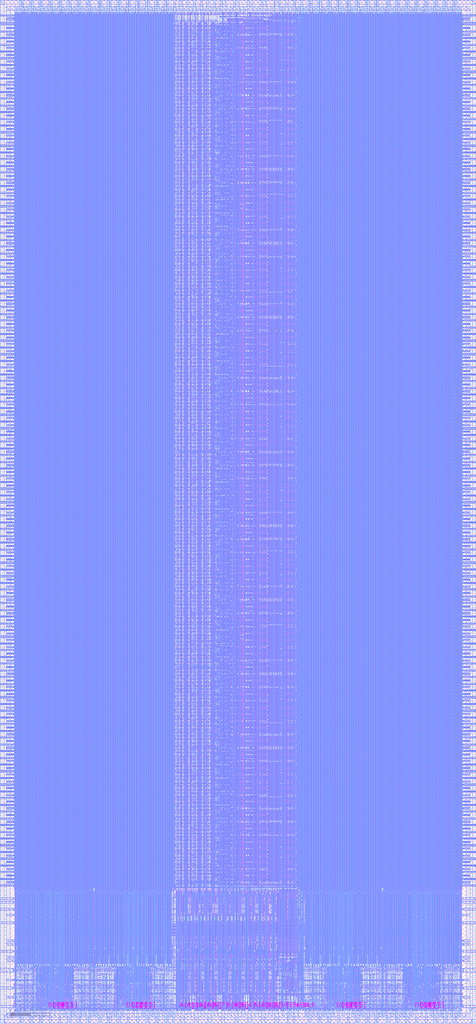
<source format=lef>
VERSION 5.7 ;
BUSBITCHARS "[]" ;
DIVIDERCHAR "/" ;

MACRO RA1SHD
  CLASS BLOCK ;
  ORIGIN 0 0 ;
  FOREIGN RA1SHD 0 0 ;
  SIZE 240.6 BY 517.18 ;
  SYMMETRY X Y R90 ;
  PIN A[0]
    DIRECTION INPUT ;
    USE SIGNAL ;
    ANTENNAPARTIALMETALAREA 0.45 LAYER M4 ;
    ANTENNAPARTIALMETALAREA 1.236 LAYER M3 ;
    ANTENNAPARTIALMETALSIDEAREA 4.326 LAYER M3 ;
    ANTENNAPARTIALMETALSIDEAREA 0.056 LAYER M2 ;
    ANTENNAPARTIALMETALSIDEAREA 0.525 LAYER M4 ;
    ANTENNAPARTIALMETALSIDEAREA 0.2112 LAYER M1 ;
    ANTENNAPARTIALCUTAREA 0.04 LAYER V3 ;
    ANTENNAPARTIALCUTAREA 0.04 LAYER V2 ;
    ANTENNAPARTIALCUTAREA 0.08 LAYER V1 ;
    PORT
      LAYER M1 ;
        RECT 137.81 6.24 138.41 6.84 ;
      LAYER M2 ;
        RECT 137.81 6.24 138.41 6.84 ;
      LAYER M3 ;
        RECT 137.81 6.24 138.41 6.84 ;
      LAYER M4 ;
        RECT 137.81 6.24 138.41 6.84 ;
      LAYER V3 ;
        RECT 138.01 6.44 138.21 6.64 ;
      LAYER V2 ;
        RECT 138.01 6.44 138.21 6.64 ;
      LAYER V1 ;
        RECT 138.01 6.44 138.21 6.64 ;
    END
  END A[0]
  PIN A[10]
    DIRECTION INPUT ;
    USE SIGNAL ;
    ANTENNAPARTIALMETALAREA 0.45 LAYER M4 ;
    ANTENNAPARTIALMETALAREA 1.236 LAYER M3 ;
    ANTENNAPARTIALMETALSIDEAREA 4.326 LAYER M3 ;
    ANTENNAPARTIALMETALSIDEAREA 0.056 LAYER M2 ;
    ANTENNAPARTIALMETALSIDEAREA 0.525 LAYER M4 ;
    ANTENNAPARTIALMETALSIDEAREA 0.2112 LAYER M1 ;
    ANTENNAPARTIALCUTAREA 0.04 LAYER V3 ;
    ANTENNAPARTIALCUTAREA 0.04 LAYER V2 ;
    ANTENNAPARTIALCUTAREA 0.08 LAYER V1 ;
    PORT
      LAYER M1 ;
        RECT 93.61 6.24 94.21 6.84 ;
      LAYER M2 ;
        RECT 93.61 6.24 94.21 6.84 ;
      LAYER M3 ;
        RECT 93.61 6.24 94.21 6.84 ;
      LAYER M4 ;
        RECT 93.61 6.24 94.21 6.84 ;
      LAYER V3 ;
        RECT 93.81 6.44 94.01 6.64 ;
      LAYER V2 ;
        RECT 93.81 6.44 94.01 6.64 ;
      LAYER V1 ;
        RECT 93.81 6.44 94.01 6.64 ;
    END
  END A[10]
  PIN A[11]
    DIRECTION INPUT ;
    USE SIGNAL ;
    ANTENNAPARTIALMETALAREA 0.45 LAYER M4 ;
    ANTENNAPARTIALMETALAREA 1.236 LAYER M3 ;
    ANTENNAPARTIALMETALSIDEAREA 4.326 LAYER M3 ;
    ANTENNAPARTIALMETALSIDEAREA 0.056 LAYER M2 ;
    ANTENNAPARTIALMETALSIDEAREA 0.525 LAYER M4 ;
    ANTENNAPARTIALMETALSIDEAREA 0.2112 LAYER M1 ;
    ANTENNAPARTIALCUTAREA 0.04 LAYER V3 ;
    ANTENNAPARTIALCUTAREA 0.04 LAYER V2 ;
    ANTENNAPARTIALCUTAREA 0.08 LAYER V1 ;
    PORT
      LAYER M1 ;
        RECT 90.21 6.24 90.81 6.84 ;
      LAYER M2 ;
        RECT 90.21 6.24 90.81 6.84 ;
      LAYER M3 ;
        RECT 90.21 6.24 90.81 6.84 ;
      LAYER M4 ;
        RECT 90.21 6.24 90.81 6.84 ;
      LAYER V3 ;
        RECT 90.41 6.44 90.61 6.64 ;
      LAYER V2 ;
        RECT 90.41 6.44 90.61 6.64 ;
      LAYER V1 ;
        RECT 90.41 6.44 90.61 6.64 ;
    END
  END A[11]
  PIN A[1]
    DIRECTION INPUT ;
    USE SIGNAL ;
    ANTENNAPARTIALMETALAREA 0.45 LAYER M4 ;
    ANTENNAPARTIALMETALAREA 1.236 LAYER M3 ;
    ANTENNAPARTIALMETALSIDEAREA 4.326 LAYER M3 ;
    ANTENNAPARTIALMETALSIDEAREA 0.056 LAYER M2 ;
    ANTENNAPARTIALMETALSIDEAREA 0.525 LAYER M4 ;
    ANTENNAPARTIALMETALSIDEAREA 0.2112 LAYER M1 ;
    ANTENNAPARTIALCUTAREA 0.04 LAYER V3 ;
    ANTENNAPARTIALCUTAREA 0.04 LAYER V2 ;
    ANTENNAPARTIALCUTAREA 0.08 LAYER V1 ;
    PORT
      LAYER M1 ;
        RECT 134.41 6.24 135.01 6.84 ;
      LAYER M2 ;
        RECT 134.41 6.24 135.01 6.84 ;
      LAYER M3 ;
        RECT 134.41 6.24 135.01 6.84 ;
      LAYER M4 ;
        RECT 134.41 6.24 135.01 6.84 ;
      LAYER V3 ;
        RECT 134.61 6.44 134.81 6.64 ;
      LAYER V2 ;
        RECT 134.61 6.44 134.81 6.64 ;
      LAYER V1 ;
        RECT 134.61 6.44 134.81 6.64 ;
    END
  END A[1]
  PIN A[2]
    DIRECTION INPUT ;
    USE SIGNAL ;
    ANTENNAPARTIALMETALAREA 0.45 LAYER M4 ;
    ANTENNAPARTIALMETALAREA 1.236 LAYER M3 ;
    ANTENNAPARTIALMETALSIDEAREA 4.326 LAYER M3 ;
    ANTENNAPARTIALMETALSIDEAREA 0.056 LAYER M2 ;
    ANTENNAPARTIALMETALSIDEAREA 0.525 LAYER M4 ;
    ANTENNAPARTIALMETALSIDEAREA 0.2112 LAYER M1 ;
    ANTENNAPARTIALCUTAREA 0.04 LAYER V3 ;
    ANTENNAPARTIALCUTAREA 0.04 LAYER V2 ;
    ANTENNAPARTIALCUTAREA 0.08 LAYER V1 ;
    PORT
      LAYER M1 ;
        RECT 131.01 6.24 131.61 6.84 ;
      LAYER M2 ;
        RECT 131.01 6.24 131.61 6.84 ;
      LAYER M3 ;
        RECT 131.01 6.24 131.61 6.84 ;
      LAYER M4 ;
        RECT 131.01 6.24 131.61 6.84 ;
      LAYER V3 ;
        RECT 131.21 6.44 131.41 6.64 ;
      LAYER V2 ;
        RECT 131.21 6.44 131.41 6.64 ;
      LAYER V1 ;
        RECT 131.21 6.44 131.41 6.64 ;
    END
  END A[2]
  PIN A[3]
    DIRECTION INPUT ;
    USE SIGNAL ;
    ANTENNAPARTIALMETALAREA 0.45 LAYER M4 ;
    ANTENNAPARTIALMETALAREA 1.236 LAYER M3 ;
    ANTENNAPARTIALMETALSIDEAREA 4.326 LAYER M3 ;
    ANTENNAPARTIALMETALSIDEAREA 0.056 LAYER M2 ;
    ANTENNAPARTIALMETALSIDEAREA 0.525 LAYER M4 ;
    ANTENNAPARTIALMETALSIDEAREA 0.2112 LAYER M1 ;
    ANTENNAPARTIALCUTAREA 0.04 LAYER V3 ;
    ANTENNAPARTIALCUTAREA 0.04 LAYER V2 ;
    ANTENNAPARTIALCUTAREA 0.08 LAYER V1 ;
    PORT
      LAYER M1 ;
        RECT 127.61 6.24 128.21 6.84 ;
      LAYER M2 ;
        RECT 127.61 6.24 128.21 6.84 ;
      LAYER M3 ;
        RECT 127.61 6.24 128.21 6.84 ;
      LAYER M4 ;
        RECT 127.61 6.24 128.21 6.84 ;
      LAYER V3 ;
        RECT 127.81 6.44 128.01 6.64 ;
      LAYER V2 ;
        RECT 127.81 6.44 128.01 6.64 ;
      LAYER V1 ;
        RECT 127.81 6.44 128.01 6.64 ;
    END
  END A[3]
  PIN A[4]
    DIRECTION INPUT ;
    USE SIGNAL ;
    ANTENNAPARTIALMETALAREA 0.45 LAYER M4 ;
    ANTENNAPARTIALMETALAREA 1.236 LAYER M3 ;
    ANTENNAPARTIALMETALSIDEAREA 4.326 LAYER M3 ;
    ANTENNAPARTIALMETALSIDEAREA 0.056 LAYER M2 ;
    ANTENNAPARTIALMETALSIDEAREA 0.525 LAYER M4 ;
    ANTENNAPARTIALMETALSIDEAREA 0.2112 LAYER M1 ;
    ANTENNAPARTIALCUTAREA 0.04 LAYER V3 ;
    ANTENNAPARTIALCUTAREA 0.04 LAYER V2 ;
    ANTENNAPARTIALCUTAREA 0.08 LAYER V1 ;
    PORT
      LAYER M1 ;
        RECT 120.81 6.24 121.41 6.84 ;
      LAYER M2 ;
        RECT 120.81 6.24 121.41 6.84 ;
      LAYER M3 ;
        RECT 120.81 6.24 121.41 6.84 ;
      LAYER M4 ;
        RECT 120.81 6.24 121.41 6.84 ;
      LAYER V3 ;
        RECT 121.01 6.44 121.21 6.64 ;
      LAYER V2 ;
        RECT 121.01 6.44 121.21 6.64 ;
      LAYER V1 ;
        RECT 121.01 6.44 121.21 6.64 ;
    END
  END A[4]
  PIN A[5]
    DIRECTION INPUT ;
    USE SIGNAL ;
    ANTENNAPARTIALMETALAREA 0.45 LAYER M4 ;
    ANTENNAPARTIALMETALAREA 1.236 LAYER M3 ;
    ANTENNAPARTIALMETALSIDEAREA 4.326 LAYER M3 ;
    ANTENNAPARTIALMETALSIDEAREA 0.056 LAYER M2 ;
    ANTENNAPARTIALMETALSIDEAREA 0.525 LAYER M4 ;
    ANTENNAPARTIALMETALSIDEAREA 0.2112 LAYER M1 ;
    ANTENNAPARTIALCUTAREA 0.04 LAYER V3 ;
    ANTENNAPARTIALCUTAREA 0.04 LAYER V2 ;
    ANTENNAPARTIALCUTAREA 0.08 LAYER V1 ;
    PORT
      LAYER M1 ;
        RECT 117.41 6.24 118.01 6.84 ;
      LAYER M2 ;
        RECT 117.41 6.24 118.01 6.84 ;
      LAYER M3 ;
        RECT 117.41 6.24 118.01 6.84 ;
      LAYER M4 ;
        RECT 117.41 6.24 118.01 6.84 ;
      LAYER V3 ;
        RECT 117.61 6.44 117.81 6.64 ;
      LAYER V2 ;
        RECT 117.61 6.44 117.81 6.64 ;
      LAYER V1 ;
        RECT 117.61 6.44 117.81 6.64 ;
    END
  END A[5]
  PIN A[6]
    DIRECTION INPUT ;
    USE SIGNAL ;
    ANTENNAPARTIALMETALAREA 0.45 LAYER M4 ;
    ANTENNAPARTIALMETALAREA 1.236 LAYER M3 ;
    ANTENNAPARTIALMETALSIDEAREA 4.326 LAYER M3 ;
    ANTENNAPARTIALMETALSIDEAREA 0.056 LAYER M2 ;
    ANTENNAPARTIALMETALSIDEAREA 0.525 LAYER M4 ;
    ANTENNAPARTIALMETALSIDEAREA 0.2112 LAYER M1 ;
    ANTENNAPARTIALCUTAREA 0.04 LAYER V3 ;
    ANTENNAPARTIALCUTAREA 0.04 LAYER V2 ;
    ANTENNAPARTIALCUTAREA 0.08 LAYER V1 ;
    PORT
      LAYER M1 ;
        RECT 114.01 6.24 114.61 6.84 ;
      LAYER M2 ;
        RECT 114.01 6.24 114.61 6.84 ;
      LAYER M3 ;
        RECT 114.01 6.24 114.61 6.84 ;
      LAYER M4 ;
        RECT 114.01 6.24 114.61 6.84 ;
      LAYER V3 ;
        RECT 114.21 6.44 114.41 6.64 ;
      LAYER V2 ;
        RECT 114.21 6.44 114.41 6.64 ;
      LAYER V1 ;
        RECT 114.21 6.44 114.41 6.64 ;
    END
  END A[6]
  PIN A[7]
    DIRECTION INPUT ;
    USE SIGNAL ;
    ANTENNAPARTIALMETALAREA 0.45 LAYER M4 ;
    ANTENNAPARTIALMETALAREA 1.236 LAYER M3 ;
    ANTENNAPARTIALMETALSIDEAREA 4.326 LAYER M3 ;
    ANTENNAPARTIALMETALSIDEAREA 0.056 LAYER M2 ;
    ANTENNAPARTIALMETALSIDEAREA 0.525 LAYER M4 ;
    ANTENNAPARTIALMETALSIDEAREA 0.2112 LAYER M1 ;
    ANTENNAPARTIALCUTAREA 0.04 LAYER V3 ;
    ANTENNAPARTIALCUTAREA 0.04 LAYER V2 ;
    ANTENNAPARTIALCUTAREA 0.08 LAYER V1 ;
    PORT
      LAYER M1 ;
        RECT 107.21 6.24 107.81 6.84 ;
      LAYER M2 ;
        RECT 107.21 6.24 107.81 6.84 ;
      LAYER M3 ;
        RECT 107.21 6.24 107.81 6.84 ;
      LAYER M4 ;
        RECT 107.21 6.24 107.81 6.84 ;
      LAYER V3 ;
        RECT 107.41 6.44 107.61 6.64 ;
      LAYER V2 ;
        RECT 107.41 6.44 107.61 6.64 ;
      LAYER V1 ;
        RECT 107.41 6.44 107.61 6.64 ;
    END
  END A[7]
  PIN A[8]
    DIRECTION INPUT ;
    USE SIGNAL ;
    ANTENNAPARTIALMETALAREA 0.45 LAYER M4 ;
    ANTENNAPARTIALMETALAREA 1.236 LAYER M3 ;
    ANTENNAPARTIALMETALSIDEAREA 4.326 LAYER M3 ;
    ANTENNAPARTIALMETALSIDEAREA 0.056 LAYER M2 ;
    ANTENNAPARTIALMETALSIDEAREA 0.525 LAYER M4 ;
    ANTENNAPARTIALMETALSIDEAREA 0.2112 LAYER M1 ;
    ANTENNAPARTIALCUTAREA 0.04 LAYER V3 ;
    ANTENNAPARTIALCUTAREA 0.04 LAYER V2 ;
    ANTENNAPARTIALCUTAREA 0.08 LAYER V1 ;
    PORT
      LAYER M1 ;
        RECT 103.81 6.24 104.41 6.84 ;
      LAYER M2 ;
        RECT 103.81 6.24 104.41 6.84 ;
      LAYER M3 ;
        RECT 103.81 6.24 104.41 6.84 ;
      LAYER M4 ;
        RECT 103.81 6.24 104.41 6.84 ;
      LAYER V3 ;
        RECT 104.01 6.44 104.21 6.64 ;
      LAYER V2 ;
        RECT 104.01 6.44 104.21 6.64 ;
      LAYER V1 ;
        RECT 104.01 6.44 104.21 6.64 ;
    END
  END A[8]
  PIN A[9]
    DIRECTION INPUT ;
    USE SIGNAL ;
    ANTENNAPARTIALMETALAREA 0.45 LAYER M4 ;
    ANTENNAPARTIALMETALAREA 1.236 LAYER M3 ;
    ANTENNAPARTIALMETALSIDEAREA 4.326 LAYER M3 ;
    ANTENNAPARTIALMETALSIDEAREA 0.056 LAYER M2 ;
    ANTENNAPARTIALMETALSIDEAREA 0.525 LAYER M4 ;
    ANTENNAPARTIALMETALSIDEAREA 0.2112 LAYER M1 ;
    ANTENNAPARTIALCUTAREA 0.04 LAYER V3 ;
    ANTENNAPARTIALCUTAREA 0.04 LAYER V2 ;
    ANTENNAPARTIALCUTAREA 0.08 LAYER V1 ;
    PORT
      LAYER M1 ;
        RECT 100.41 6.24 101.01 6.84 ;
      LAYER M2 ;
        RECT 100.41 6.24 101.01 6.84 ;
      LAYER M3 ;
        RECT 100.41 6.24 101.01 6.84 ;
      LAYER M4 ;
        RECT 100.41 6.24 101.01 6.84 ;
      LAYER V3 ;
        RECT 100.61 6.44 100.81 6.64 ;
      LAYER V2 ;
        RECT 100.61 6.44 100.81 6.64 ;
      LAYER V1 ;
        RECT 100.61 6.44 100.81 6.64 ;
    END
  END A[9]
  PIN CEN
    DIRECTION INPUT ;
    USE SIGNAL ;
    ANTENNAPARTIALMETALAREA 0.45 LAYER M4 ;
    ANTENNAPARTIALMETALAREA 1.9 LAYER M3 ;
    ANTENNAPARTIALMETALSIDEAREA 6.65 LAYER M3 ;
    ANTENNAPARTIALMETALSIDEAREA 0.042 LAYER M2 ;
    ANTENNAPARTIALMETALSIDEAREA 0.525 LAYER M4 ;
    ANTENNAPARTIALCUTAREA 0.04 LAYER V3 ;
    ANTENNAPARTIALCUTAREA 0.08 LAYER V2 ;
    ANTENNAPARTIALCUTAREA 0.04 LAYER V1 ;
    PORT
      LAYER M1 ;
        RECT 144.01 6.24 144.61 6.84 ;
      LAYER M2 ;
        RECT 144.01 6.24 144.61 6.84 ;
      LAYER M3 ;
        RECT 144.01 6.24 144.61 6.84 ;
      LAYER M4 ;
        RECT 144.01 6.24 144.61 6.84 ;
      LAYER V3 ;
        RECT 144.21 6.44 144.41 6.64 ;
      LAYER V2 ;
        RECT 144.21 6.44 144.41 6.64 ;
      LAYER V1 ;
        RECT 144.21 6.44 144.41 6.64 ;
    END
  END CEN
  PIN CLK
    DIRECTION INPUT ;
    USE SIGNAL ;
    ANTENNAPARTIALMETALAREA 7.322 LAYER M3 ;
    ANTENNAPARTIALMETALAREA 3.78 LAYER M2 ;
    ANTENNAPARTIALMETALAREA 0.45 LAYER M4 ;
    ANTENNAPARTIALMETALSIDEAREA 25.627 LAYER M3 ;
    ANTENNAPARTIALMETALSIDEAREA 9.03 LAYER M2 ;
    ANTENNAPARTIALMETALSIDEAREA 0.525 LAYER M4 ;
    ANTENNAPARTIALMETALSIDEAREA 0.032 LAYER M1 ;
    ANTENNAPARTIALCUTAREA 0.04 LAYER V3 ;
    ANTENNAPARTIALCUTAREA 0.04 LAYER V2 ;
    ANTENNAPARTIALCUTAREA 0.04 LAYER V1 ;
    PORT
      LAYER M1 ;
        RECT 152.89 6.24 153.49 6.84 ;
      LAYER M2 ;
        RECT 152.89 6.24 153.49 6.84 ;
      LAYER M3 ;
        RECT 152.89 6.24 153.49 6.84 ;
      LAYER M4 ;
        RECT 152.89 6.24 153.49 6.84 ;
      LAYER V3 ;
        RECT 153.09 6.44 153.29 6.64 ;
      LAYER V2 ;
        RECT 153.09 6.44 153.29 6.64 ;
      LAYER V1 ;
        RECT 153.09 6.44 153.29 6.64 ;
    END
  END CLK
  PIN D[0]
    DIRECTION OUTPUT ;
    USE SIGNAL ;
    ANTENNAPARTIALMETALAREA 0.5712 LAYER M1 ;
    ANTENNAPARTIALMETALSIDEAREA 2.2848 LAYER M1 ;
    ANTENNAPARTIALCUTAREA 0.04 LAYER V3 ;
    ANTENNAPARTIALCUTAREA 0.04 LAYER V2 ;
    ANTENNAPARTIALCUTAREA 0.04 LAYER V1 ;
    PORT
      LAYER M1 ;
        RECT 23.71 6.24 24.31 6.84 ;
      LAYER M2 ;
        RECT 23.71 6.24 24.31 6.84 ;
      LAYER M3 ;
        RECT 23.71 6.24 24.31 6.84 ;
      LAYER M4 ;
        RECT 23.71 6.24 24.31 7.04 ;
      LAYER V3 ;
        RECT 23.91 6.44 24.11 6.64 ;
      LAYER V2 ;
        RECT 23.91 6.44 24.11 6.64 ;
      LAYER V1 ;
        RECT 23.91 6.44 24.11 6.64 ;
    END
  END D[0]
  PIN D[1]
    DIRECTION OUTPUT ;
    USE SIGNAL ;
    ANTENNAPARTIALMETALAREA 0.5712 LAYER M1 ;
    ANTENNAPARTIALMETALSIDEAREA 2.2848 LAYER M1 ;
    ANTENNAPARTIALCUTAREA 0.04 LAYER V3 ;
    ANTENNAPARTIALCUTAREA 0.04 LAYER V2 ;
    ANTENNAPARTIALCUTAREA 0.04 LAYER V1 ;
    PORT
      LAYER M1 ;
        RECT 30.91 6.24 31.51 6.84 ;
      LAYER M2 ;
        RECT 30.91 6.24 31.51 6.84 ;
      LAYER M3 ;
        RECT 30.91 6.24 31.51 7.04 ;
      LAYER M4 ;
        RECT 30.91 6.24 31.51 7.04 ;
      LAYER V3 ;
        RECT 31.1 6.44 31.3 6.64 ;
      LAYER V2 ;
        RECT 31.11 6.44 31.31 6.64 ;
      LAYER V1 ;
        RECT 31.11 6.44 31.31 6.64 ;
    END
  END D[1]
  PIN D[2]
    DIRECTION OUTPUT ;
    USE SIGNAL ;
    ANTENNAPARTIALMETALAREA 0.5712 LAYER M1 ;
    ANTENNAPARTIALMETALSIDEAREA 2.2848 LAYER M1 ;
    ANTENNAPARTIALCUTAREA 0.04 LAYER V3 ;
    ANTENNAPARTIALCUTAREA 0.04 LAYER V2 ;
    ANTENNAPARTIALCUTAREA 0.04 LAYER V1 ;
    PORT
      LAYER M1 ;
        RECT 63.31 6.24 63.91 6.84 ;
      LAYER M2 ;
        RECT 63.31 6.24 63.91 6.84 ;
      LAYER M3 ;
        RECT 63.31 6.24 63.91 7.04 ;
      LAYER M4 ;
        RECT 63.31 6.24 63.91 7.04 ;
      LAYER V3 ;
        RECT 63.52 6.44 63.72 6.64 ;
      LAYER V2 ;
        RECT 63.51 6.44 63.71 6.64 ;
      LAYER V1 ;
        RECT 63.51 6.44 63.71 6.64 ;
    END
  END D[2]
  PIN D[3]
    DIRECTION OUTPUT ;
    USE SIGNAL ;
    ANTENNAPARTIALMETALAREA 0.5712 LAYER M1 ;
    ANTENNAPARTIALMETALSIDEAREA 2.2848 LAYER M1 ;
    ANTENNAPARTIALCUTAREA 0.04 LAYER V3 ;
    ANTENNAPARTIALCUTAREA 0.04 LAYER V2 ;
    ANTENNAPARTIALCUTAREA 0.04 LAYER V1 ;
    PORT
      LAYER M1 ;
        RECT 70.51 6.24 71.11 6.84 ;
      LAYER M2 ;
        RECT 70.51 6.24 71.11 6.84 ;
      LAYER M3 ;
        RECT 70.51 6.24 71.11 7.04 ;
      LAYER M4 ;
        RECT 70.51 6.24 71.11 7.04 ;
      LAYER V3 ;
        RECT 70.7 6.44 70.9 6.64 ;
      LAYER V2 ;
        RECT 70.71 6.44 70.91 6.64 ;
      LAYER V1 ;
        RECT 70.71 6.44 70.91 6.64 ;
    END
  END D[3]
  PIN D[4]
    DIRECTION OUTPUT ;
    USE SIGNAL ;
    ANTENNAPARTIALMETALAREA 0.5712 LAYER M1 ;
    ANTENNAPARTIALMETALSIDEAREA 2.2848 LAYER M1 ;
    ANTENNAPARTIALCUTAREA 0.04 LAYER V3 ;
    ANTENNAPARTIALCUTAREA 0.04 LAYER V2 ;
    ANTENNAPARTIALCUTAREA 0.04 LAYER V1 ;
    PORT
      LAYER M1 ;
        RECT 169.49 6.24 170.09 6.84 ;
      LAYER M2 ;
        RECT 169.49 6.24 170.09 6.84 ;
      LAYER M3 ;
        RECT 169.49 6.24 170.09 7.04 ;
      LAYER M4 ;
        RECT 169.49 6.24 170.09 7.04 ;
      LAYER V3 ;
        RECT 169.7 6.44 169.9 6.64 ;
      LAYER V2 ;
        RECT 169.69 6.44 169.89 6.64 ;
      LAYER V1 ;
        RECT 169.69 6.44 169.89 6.64 ;
    END
  END D[4]
  PIN D[5]
    DIRECTION OUTPUT ;
    USE SIGNAL ;
    ANTENNAPARTIALMETALAREA 0.5712 LAYER M1 ;
    ANTENNAPARTIALMETALSIDEAREA 2.2848 LAYER M1 ;
    ANTENNAPARTIALCUTAREA 0.04 LAYER V3 ;
    ANTENNAPARTIALCUTAREA 0.04 LAYER V2 ;
    ANTENNAPARTIALCUTAREA 0.04 LAYER V1 ;
    PORT
      LAYER M1 ;
        RECT 176.69 6.24 177.29 6.84 ;
      LAYER M2 ;
        RECT 176.69 6.24 177.29 6.84 ;
      LAYER M3 ;
        RECT 176.69 6.24 177.29 7.04 ;
      LAYER M4 ;
        RECT 176.69 6.24 177.29 7.04 ;
      LAYER V3 ;
        RECT 176.88 6.44 177.08 6.64 ;
      LAYER V2 ;
        RECT 176.89 6.44 177.09 6.64 ;
      LAYER V1 ;
        RECT 176.89 6.44 177.09 6.64 ;
    END
  END D[5]
  PIN D[6]
    DIRECTION OUTPUT ;
    USE SIGNAL ;
    ANTENNAPARTIALMETALAREA 0.5712 LAYER M1 ;
    ANTENNAPARTIALMETALSIDEAREA 2.2848 LAYER M1 ;
    ANTENNAPARTIALCUTAREA 0.04 LAYER V3 ;
    ANTENNAPARTIALCUTAREA 0.04 LAYER V2 ;
    ANTENNAPARTIALCUTAREA 0.04 LAYER V1 ;
    PORT
      LAYER M1 ;
        RECT 209.09 6.24 209.69 6.84 ;
      LAYER M2 ;
        RECT 209.09 6.24 209.69 6.84 ;
      LAYER M3 ;
        RECT 209.09 6.24 209.69 7.04 ;
      LAYER M4 ;
        RECT 209.09 6.24 209.69 7.04 ;
      LAYER V3 ;
        RECT 209.3 6.44 209.5 6.64 ;
      LAYER V2 ;
        RECT 209.29 6.44 209.49 6.64 ;
      LAYER V1 ;
        RECT 209.29 6.44 209.49 6.64 ;
    END
  END D[6]
  PIN D[7]
    DIRECTION OUTPUT ;
    USE SIGNAL ;
    ANTENNAPARTIALMETALAREA 0.5712 LAYER M1 ;
    ANTENNAPARTIALMETALSIDEAREA 2.2848 LAYER M1 ;
    ANTENNAPARTIALCUTAREA 0.04 LAYER V3 ;
    ANTENNAPARTIALCUTAREA 0.04 LAYER V2 ;
    ANTENNAPARTIALCUTAREA 0.04 LAYER V1 ;
    PORT
      LAYER M1 ;
        RECT 216.29 6.24 216.89 6.84 ;
      LAYER M2 ;
        RECT 216.29 6.24 216.89 6.84 ;
      LAYER M3 ;
        RECT 216.29 6.24 216.89 7.04 ;
      LAYER M4 ;
        RECT 216.29 6.24 216.89 7.04 ;
      LAYER V3 ;
        RECT 216.48 6.44 216.68 6.64 ;
      LAYER V2 ;
        RECT 216.49 6.44 216.69 6.64 ;
      LAYER V1 ;
        RECT 216.49 6.44 216.69 6.64 ;
    END
  END D[7]
  PIN Q[0]
    DIRECTION INPUT ;
    USE SIGNAL ;
    ANTENNAPARTIALMETALAREA 1.1706 LAYER M1 ;
    ANTENNAPARTIALMETALAREA 1.848 LAYER M3 ;
    ANTENNAPARTIALMETALSIDEAREA 4.6208 LAYER M1 ;
    ANTENNAPARTIALMETALSIDEAREA 6.468 LAYER M3 ;
    ANTENNAPARTIALCUTAREA 0.04 LAYER V3 ;
    ANTENNAPARTIALCUTAREA 0.04 LAYER V2 ;
    ANTENNAPARTIALCUTAREA 0.08 LAYER V1 ;
    PORT
      LAYER M1 ;
        RECT 26.11 6.24 26.71 6.84 ;
      LAYER M2 ;
        RECT 26.11 6.24 26.71 6.84 ;
      LAYER M3 ;
        RECT 26.11 6.24 26.71 6.84 ;
      LAYER M4 ;
        RECT 26.11 6.24 26.71 7.04 ;
      LAYER V3 ;
        RECT 26.31 6.44 26.51 6.64 ;
      LAYER V2 ;
        RECT 26.31 6.44 26.51 6.64 ;
      LAYER V1 ;
        RECT 26.31 6.44 26.51 6.64 ;
    END
  END Q[0]
  PIN Q[1]
    DIRECTION INPUT ;
    USE SIGNAL ;
    ANTENNAPARTIALMETALAREA 1.1706 LAYER M1 ;
    ANTENNAPARTIALMETALAREA 1.908 LAYER M3 ;
    ANTENNAPARTIALMETALSIDEAREA 4.6208 LAYER M1 ;
    ANTENNAPARTIALMETALSIDEAREA 6.328 LAYER M3 ;
    ANTENNAPARTIALCUTAREA 0.04 LAYER V3 ;
    ANTENNAPARTIALCUTAREA 0.04 LAYER V2 ;
    ANTENNAPARTIALCUTAREA 0.08 LAYER V1 ;
    PORT
      LAYER M1 ;
        RECT 28.51 6.24 29.11 6.84 ;
      LAYER M2 ;
        RECT 28.51 6.24 29.11 6.84 ;
      LAYER M3 ;
        RECT 29.01 6.24 29.11 7.04 ;
        RECT 28.51 6.24 29.11 6.84 ;
      LAYER M4 ;
        RECT 28.51 6.24 29.11 7.04 ;
      LAYER V3 ;
        RECT 28.71 6.44 28.91 6.64 ;
      LAYER V2 ;
        RECT 28.71 6.44 28.91 6.64 ;
      LAYER V1 ;
        RECT 28.71 6.44 28.91 6.64 ;
    END
  END Q[1]
  PIN Q[2]
    DIRECTION INPUT ;
    USE SIGNAL ;
    ANTENNAPARTIALMETALAREA 1.1706 LAYER M1 ;
    ANTENNAPARTIALMETALAREA 1.908 LAYER M3 ;
    ANTENNAPARTIALMETALSIDEAREA 4.6208 LAYER M1 ;
    ANTENNAPARTIALMETALSIDEAREA 6.328 LAYER M3 ;
    ANTENNAPARTIALCUTAREA 0.04 LAYER V3 ;
    ANTENNAPARTIALCUTAREA 0.04 LAYER V2 ;
    ANTENNAPARTIALCUTAREA 0.08 LAYER V1 ;
    PORT
      LAYER M1 ;
        RECT 65.71 6.24 66.31 6.84 ;
      LAYER M2 ;
        RECT 65.71 6.24 66.31 6.84 ;
      LAYER M3 ;
        RECT 65.71 6.24 66.31 6.84 ;
        RECT 65.71 6.24 65.81 7.04 ;
      LAYER M4 ;
        RECT 65.71 6.24 66.31 7.04 ;
      LAYER V3 ;
        RECT 65.91 6.44 66.11 6.64 ;
      LAYER V2 ;
        RECT 65.91 6.44 66.11 6.64 ;
      LAYER V1 ;
        RECT 65.91 6.44 66.11 6.64 ;
    END
  END Q[2]
  PIN Q[3]
    DIRECTION INPUT ;
    USE SIGNAL ;
    ANTENNAPARTIALMETALAREA 1.1706 LAYER M1 ;
    ANTENNAPARTIALMETALAREA 1.908 LAYER M3 ;
    ANTENNAPARTIALMETALSIDEAREA 4.6208 LAYER M1 ;
    ANTENNAPARTIALMETALSIDEAREA 6.328 LAYER M3 ;
    ANTENNAPARTIALCUTAREA 0.04 LAYER V3 ;
    ANTENNAPARTIALCUTAREA 0.04 LAYER V2 ;
    ANTENNAPARTIALCUTAREA 0.08 LAYER V1 ;
    PORT
      LAYER M1 ;
        RECT 68.11 6.24 68.71 6.84 ;
      LAYER M2 ;
        RECT 68.11 6.24 68.71 6.84 ;
      LAYER M3 ;
        RECT 68.61 6.24 68.71 7.04 ;
        RECT 68.11 6.24 68.71 6.84 ;
      LAYER M4 ;
        RECT 68.11 6.24 68.71 7.04 ;
      LAYER V3 ;
        RECT 68.31 6.44 68.51 6.64 ;
      LAYER V2 ;
        RECT 68.31 6.44 68.51 6.64 ;
      LAYER V1 ;
        RECT 68.31 6.44 68.51 6.64 ;
    END
  END Q[3]
  PIN Q[4]
    DIRECTION INPUT ;
    USE SIGNAL ;
    ANTENNAPARTIALMETALAREA 1.1706 LAYER M1 ;
    ANTENNAPARTIALMETALAREA 1.908 LAYER M3 ;
    ANTENNAPARTIALMETALSIDEAREA 4.6208 LAYER M1 ;
    ANTENNAPARTIALMETALSIDEAREA 6.328 LAYER M3 ;
    ANTENNAPARTIALCUTAREA 0.04 LAYER V3 ;
    ANTENNAPARTIALCUTAREA 0.04 LAYER V2 ;
    ANTENNAPARTIALCUTAREA 0.08 LAYER V1 ;
    PORT
      LAYER M1 ;
        RECT 171.89 6.24 172.49 6.84 ;
      LAYER M2 ;
        RECT 171.89 6.24 172.49 6.84 ;
      LAYER M3 ;
        RECT 171.89 6.24 172.49 6.84 ;
        RECT 171.89 6.24 171.99 7.04 ;
      LAYER M4 ;
        RECT 171.89 6.24 172.49 7.04 ;
      LAYER V3 ;
        RECT 172.09 6.44 172.29 6.64 ;
      LAYER V2 ;
        RECT 172.09 6.44 172.29 6.64 ;
      LAYER V1 ;
        RECT 172.09 6.44 172.29 6.64 ;
    END
  END Q[4]
  PIN Q[5]
    DIRECTION INPUT ;
    USE SIGNAL ;
    ANTENNAPARTIALMETALAREA 1.1706 LAYER M1 ;
    ANTENNAPARTIALMETALAREA 1.908 LAYER M3 ;
    ANTENNAPARTIALMETALSIDEAREA 4.6208 LAYER M1 ;
    ANTENNAPARTIALMETALSIDEAREA 6.328 LAYER M3 ;
    ANTENNAPARTIALCUTAREA 0.04 LAYER V3 ;
    ANTENNAPARTIALCUTAREA 0.04 LAYER V2 ;
    ANTENNAPARTIALCUTAREA 0.08 LAYER V1 ;
    PORT
      LAYER M1 ;
        RECT 174.29 6.24 174.89 6.84 ;
      LAYER M2 ;
        RECT 174.29 6.24 174.89 6.84 ;
      LAYER M3 ;
        RECT 174.79 6.24 174.89 7.04 ;
        RECT 174.29 6.24 174.89 6.84 ;
      LAYER M4 ;
        RECT 174.29 6.24 174.89 7.04 ;
      LAYER V3 ;
        RECT 174.49 6.44 174.69 6.64 ;
      LAYER V2 ;
        RECT 174.49 6.44 174.69 6.64 ;
      LAYER V1 ;
        RECT 174.49 6.44 174.69 6.64 ;
    END
  END Q[5]
  PIN Q[6]
    DIRECTION INPUT ;
    USE SIGNAL ;
    ANTENNAPARTIALMETALAREA 1.1706 LAYER M1 ;
    ANTENNAPARTIALMETALAREA 1.908 LAYER M3 ;
    ANTENNAPARTIALMETALSIDEAREA 4.6208 LAYER M1 ;
    ANTENNAPARTIALMETALSIDEAREA 6.328 LAYER M3 ;
    ANTENNAPARTIALCUTAREA 0.04 LAYER V3 ;
    ANTENNAPARTIALCUTAREA 0.04 LAYER V2 ;
    ANTENNAPARTIALCUTAREA 0.08 LAYER V1 ;
    PORT
      LAYER M1 ;
        RECT 211.49 6.24 212.09 6.84 ;
      LAYER M2 ;
        RECT 211.49 6.24 212.09 6.84 ;
      LAYER M3 ;
        RECT 211.49 6.24 212.09 6.84 ;
        RECT 211.49 6.24 211.59 7.04 ;
      LAYER M4 ;
        RECT 211.49 6.24 212.09 7.04 ;
      LAYER V3 ;
        RECT 211.69 6.44 211.89 6.64 ;
      LAYER V2 ;
        RECT 211.69 6.44 211.89 6.64 ;
      LAYER V1 ;
        RECT 211.69 6.44 211.89 6.64 ;
    END
  END Q[6]
  PIN Q[7]
    DIRECTION INPUT ;
    USE SIGNAL ;
    ANTENNAPARTIALMETALAREA 1.1706 LAYER M1 ;
    ANTENNAPARTIALMETALAREA 1.908 LAYER M3 ;
    ANTENNAPARTIALMETALSIDEAREA 4.6208 LAYER M1 ;
    ANTENNAPARTIALMETALSIDEAREA 6.328 LAYER M3 ;
    ANTENNAPARTIALCUTAREA 0.04 LAYER V3 ;
    ANTENNAPARTIALCUTAREA 0.04 LAYER V2 ;
    ANTENNAPARTIALCUTAREA 0.08 LAYER V1 ;
    PORT
      LAYER M1 ;
        RECT 213.89 6.24 214.49 6.84 ;
      LAYER M2 ;
        RECT 213.89 6.24 214.49 6.84 ;
      LAYER M3 ;
        RECT 214.39 6.24 214.49 7.04 ;
        RECT 213.89 6.24 214.49 6.84 ;
      LAYER M4 ;
        RECT 213.89 6.24 214.49 7.04 ;
      LAYER V3 ;
        RECT 214.09 6.44 214.29 6.64 ;
      LAYER V2 ;
        RECT 214.09 6.44 214.29 6.64 ;
      LAYER V1 ;
        RECT 214.09 6.44 214.29 6.64 ;
    END
  END Q[7]
  PIN WEN
    DIRECTION INPUT ;
    USE SIGNAL ;
    ANTENNAPARTIALMETALAREA 2.006 LAYER M3 ;
    ANTENNAPARTIALMETALAREA 0.97 LAYER M2 ;
    ANTENNAPARTIALMETALAREA 0.45 LAYER M4 ;
    ANTENNAPARTIALMETALSIDEAREA 7.021 LAYER M3 ;
    ANTENNAPARTIALMETALSIDEAREA 3.535 LAYER M2 ;
    ANTENNAPARTIALMETALSIDEAREA 0.525 LAYER M4 ;
    ANTENNAPARTIALCUTAREA 0.04 LAYER V3 ;
    ANTENNAPARTIALCUTAREA 0.04 LAYER V2 ;
    ANTENNAPARTIALCUTAREA 0.04 LAYER V1 ;
    PORT
      LAYER M1 ;
        RECT 149.27 6.24 149.87 6.84 ;
      LAYER M2 ;
        RECT 149.27 6.24 149.87 6.84 ;
      LAYER M3 ;
        RECT 149.27 6.24 149.87 6.84 ;
      LAYER M4 ;
        RECT 149.27 6.24 149.87 6.84 ;
      LAYER V3 ;
        RECT 149.47 6.44 149.67 6.64 ;
      LAYER V2 ;
        RECT 149.47 6.44 149.67 6.64 ;
      LAYER V1 ;
        RECT 149.47 6.44 149.67 6.64 ;
    END
  END WEN
  PIN VDD
    DIRECTION INOUT ;
    USE POWER ;
    PORT
      LAYER M3 ;
        RECT 0 0 1.98 2 ;
    END
    PORT
      LAYER M3 ;
        RECT 238.62 0 240.6 2 ;
    END
  END VDD
  PIN VSS
    DIRECTION INOUT ;
    USE GROUND ;
    PORT
      LAYER M3 ;
        RECT 3.12 3.12 5.1 5.12 ;
    END
    PORT
      LAYER M3 ;
        RECT 235.5 3.12 237.48 5.12 ;
    END
  END VSS
  OBS
    LAYER M1 ;
      RECT 232.39 510.04 233.19 510.94 ;
      RECT 231.19 510.04 231.99 510.94 ;
      RECT 227.59 510.04 228.39 510.94 ;
      RECT 226.39 510.04 227.19 510.94 ;
      RECT 222.79 510.04 223.59 510.94 ;
      RECT 221.59 510.04 222.39 510.94 ;
      RECT 217.99 510.04 218.79 510.94 ;
      RECT 216.79 510.04 217.59 510.94 ;
      RECT 213.19 510.04 213.99 510.94 ;
      RECT 211.99 510.04 212.79 510.94 ;
      RECT 208.39 510.04 209.19 510.94 ;
      RECT 207.19 510.04 207.99 510.94 ;
      RECT 203.59 510.04 204.39 510.94 ;
      RECT 202.39 510.04 203.19 510.94 ;
      RECT 198.79 510.04 199.59 510.94 ;
      RECT 197.59 510.04 198.39 510.94 ;
      RECT 193.99 510.04 194.79 510.94 ;
      RECT 192.79 510.04 193.59 510.94 ;
      RECT 191.59 510.04 192.39 510.94 ;
      RECT 187.99 510.04 188.79 510.94 ;
      RECT 186.79 510.04 187.59 510.94 ;
      RECT 183.19 510.04 183.99 510.94 ;
      RECT 181.99 510.04 182.79 510.94 ;
      RECT 178.39 510.04 179.19 510.94 ;
      RECT 177.19 510.04 177.99 510.94 ;
      RECT 173.59 510.04 174.39 510.94 ;
      RECT 172.39 510.04 173.19 510.94 ;
      RECT 168.79 510.04 169.59 510.94 ;
      RECT 167.59 510.04 168.39 510.94 ;
      RECT 163.99 510.04 164.79 510.94 ;
      RECT 162.79 510.04 163.59 510.94 ;
      RECT 159.19 510.04 159.99 510.94 ;
      RECT 157.99 510.04 158.79 510.94 ;
      RECT 154.39 510.04 155.19 510.94 ;
      RECT 153.19 510.04 153.99 510.94 ;
      RECT 150.79 510.04 151.59 510.94 ;
      RECT 149.93 510.04 150.39 510.94 ;
      RECT 231.19 510.04 233.39 510.74 ;
      RECT 226.39 510.04 228.39 510.74 ;
      RECT 221.59 510.04 223.59 510.74 ;
      RECT 216.79 510.04 218.79 510.74 ;
      RECT 211.99 510.04 213.99 510.74 ;
      RECT 207.19 510.04 209.19 510.74 ;
      RECT 202.39 510.04 204.39 510.74 ;
      RECT 197.59 510.04 199.59 510.74 ;
      RECT 191.59 510.04 194.79 510.74 ;
      RECT 186.79 510.04 188.79 510.74 ;
      RECT 181.99 510.04 183.99 510.74 ;
      RECT 177.19 510.04 179.19 510.74 ;
      RECT 172.39 510.04 174.39 510.74 ;
      RECT 167.59 510.04 169.59 510.74 ;
      RECT 162.79 510.04 164.79 510.74 ;
      RECT 157.99 510.04 159.99 510.74 ;
      RECT 153.19 510.04 155.19 510.74 ;
      RECT 153.19 510.04 233.39 510.22 ;
      RECT 149.93 510.04 233.62 510.2 ;
      RECT 233.46 67.81 233.62 510.2 ;
      RECT 231.51 68.88 231.67 510.94 ;
      RECT 230.31 68.88 230.47 510.22 ;
      RECT 229.11 68.88 229.27 510.22 ;
      RECT 227.91 68.88 228.07 510.94 ;
      RECT 226.71 68.88 226.87 510.94 ;
      RECT 225.51 68.88 225.67 510.22 ;
      RECT 224.31 68.88 224.47 510.22 ;
      RECT 223.11 68.88 223.27 510.94 ;
      RECT 221.91 68.88 222.07 510.94 ;
      RECT 220.71 68.88 220.87 510.22 ;
      RECT 219.51 68.88 219.67 510.22 ;
      RECT 218.31 68.88 218.47 510.94 ;
      RECT 217.11 68.88 217.27 510.94 ;
      RECT 215.91 68.88 216.07 510.22 ;
      RECT 214.71 68.88 214.87 510.22 ;
      RECT 213.51 68.88 213.67 510.94 ;
      RECT 212.31 68.88 212.47 510.94 ;
      RECT 211.11 68.88 211.27 510.22 ;
      RECT 209.91 68.88 210.07 510.22 ;
      RECT 208.71 68.88 208.87 510.94 ;
      RECT 207.51 68.88 207.67 510.94 ;
      RECT 206.31 68.88 206.47 510.22 ;
      RECT 205.11 68.88 205.27 510.22 ;
      RECT 203.91 68.88 204.07 510.94 ;
      RECT 202.71 68.88 202.87 510.94 ;
      RECT 201.51 68.88 201.67 510.22 ;
      RECT 200.31 68.88 200.47 510.22 ;
      RECT 199.11 68.88 199.27 510.94 ;
      RECT 197.91 68.88 198.07 510.94 ;
      RECT 196.71 68.88 196.87 510.22 ;
      RECT 195.51 68.88 195.67 510.22 ;
      RECT 194.31 68.88 194.47 510.94 ;
      RECT 191.91 68.88 192.07 510.94 ;
      RECT 190.71 68.88 190.87 510.22 ;
      RECT 189.51 68.88 189.67 510.22 ;
      RECT 188.31 68.88 188.47 510.94 ;
      RECT 187.11 68.88 187.27 510.94 ;
      RECT 185.91 68.88 186.07 510.22 ;
      RECT 184.71 68.88 184.87 510.22 ;
      RECT 183.51 68.88 183.67 510.94 ;
      RECT 182.31 68.88 182.47 510.94 ;
      RECT 181.11 68.88 181.27 510.22 ;
      RECT 179.91 68.88 180.07 510.22 ;
      RECT 178.71 68.88 178.87 510.94 ;
      RECT 177.51 68.88 177.67 510.94 ;
      RECT 176.31 68.88 176.47 510.22 ;
      RECT 175.11 68.88 175.27 510.22 ;
      RECT 173.91 68.88 174.07 510.94 ;
      RECT 172.71 68.88 172.87 510.94 ;
      RECT 171.51 68.88 171.67 510.22 ;
      RECT 170.31 68.88 170.47 510.22 ;
      RECT 169.11 68.88 169.27 510.94 ;
      RECT 167.91 68.88 168.07 510.94 ;
      RECT 166.71 68.88 166.87 510.22 ;
      RECT 165.51 68.88 165.67 510.22 ;
      RECT 164.31 68.88 164.47 510.94 ;
      RECT 163.11 68.88 163.27 510.94 ;
      RECT 161.91 68.88 162.07 510.22 ;
      RECT 160.71 68.88 160.87 510.22 ;
      RECT 159.51 68.88 159.67 510.94 ;
      RECT 158.31 68.88 158.47 510.94 ;
      RECT 157.11 68.88 157.27 510.22 ;
      RECT 155.91 68.88 156.07 510.22 ;
      RECT 154.71 68.88 154.87 510.94 ;
      RECT 152.31 509.46 152.47 510.2 ;
      RECT 153.16 68.88 233.22 509.88 ;
      RECT 152.92 509.46 233.62 509.69 ;
      RECT 152.31 509.46 233.62 509.62 ;
      RECT 152.99 68.88 233.22 509.2 ;
      RECT 233.46 506.6 234.36 508.6 ;
      RECT 150.76 68.88 233.22 505.8 ;
      RECT 149.93 505.2 233.62 505.36 ;
      RECT 233.46 502.66 234.36 503.46 ;
      RECT 233.46 499.26 234.36 500.06 ;
      RECT 233.46 495.86 234.36 496.66 ;
      RECT 233.46 492.46 234.36 493.26 ;
      RECT 233.46 489.06 234.36 489.86 ;
      RECT 233.46 485.66 234.36 486.46 ;
      RECT 233.46 482.26 234.36 483.06 ;
      RECT 233.46 478.86 234.36 479.66 ;
      RECT 233.46 475.46 234.36 476.26 ;
      RECT 233.46 472.06 234.36 472.86 ;
      RECT 233.46 468.66 234.36 469.46 ;
      RECT 233.46 465.26 234.36 466.06 ;
      RECT 233.46 461.86 234.36 462.66 ;
      RECT 233.46 458.46 234.36 459.26 ;
      RECT 233.46 455.06 234.36 455.86 ;
      RECT 233.46 451.66 234.36 452.46 ;
      RECT 233.46 448.26 234.36 449.06 ;
      RECT 233.46 444.86 234.36 445.66 ;
      RECT 233.46 441.46 234.36 442.26 ;
      RECT 233.46 438.06 234.36 438.86 ;
      RECT 233.46 434.66 234.36 435.46 ;
      RECT 233.46 431.26 234.36 432.06 ;
      RECT 233.46 427.86 234.36 428.66 ;
      RECT 233.46 424.46 234.36 425.26 ;
      RECT 233.46 421.06 234.36 421.86 ;
      RECT 233.46 417.66 234.36 418.46 ;
      RECT 233.46 414.26 234.36 415.06 ;
      RECT 233.46 410.86 234.36 411.66 ;
      RECT 233.46 407.46 234.36 408.26 ;
      RECT 233.46 404.06 234.36 404.86 ;
      RECT 233.46 400.66 234.36 401.46 ;
      RECT 233.46 397.26 234.36 398.06 ;
      RECT 233.46 393.86 234.36 394.66 ;
      RECT 233.46 390.46 234.36 391.26 ;
      RECT 233.46 387.06 234.36 387.86 ;
      RECT 233.46 383.66 234.36 384.46 ;
      RECT 233.46 380.26 234.36 381.06 ;
      RECT 233.46 376.86 234.36 377.66 ;
      RECT 233.46 373.46 234.36 374.26 ;
      RECT 233.46 370.06 234.36 370.86 ;
      RECT 233.46 366.66 234.36 367.46 ;
      RECT 233.46 363.26 234.36 364.06 ;
      RECT 233.46 359.86 234.36 360.66 ;
      RECT 233.46 356.46 234.36 357.26 ;
      RECT 233.46 353.06 234.36 353.86 ;
      RECT 233.46 349.66 234.36 350.46 ;
      RECT 233.46 346.26 234.36 347.06 ;
      RECT 233.46 342.86 234.36 343.66 ;
      RECT 233.46 339.46 234.36 340.26 ;
      RECT 233.46 336.06 234.36 336.86 ;
      RECT 233.46 332.66 234.36 333.46 ;
      RECT 233.46 329.26 234.36 330.06 ;
      RECT 233.46 325.86 234.36 326.66 ;
      RECT 233.46 322.46 234.36 323.26 ;
      RECT 233.46 319.06 234.36 319.86 ;
      RECT 233.46 315.66 234.36 316.46 ;
      RECT 233.46 312.26 234.36 313.06 ;
      RECT 233.46 308.86 234.36 309.66 ;
      RECT 233.46 305.46 234.36 306.26 ;
      RECT 233.46 302.06 234.36 302.86 ;
      RECT 233.46 298.66 234.36 299.46 ;
      RECT 233.46 295.26 234.36 296.06 ;
      RECT 233.46 291.86 234.36 292.66 ;
      RECT 233.46 288.46 234.36 289.26 ;
      RECT 233.46 285.06 234.36 285.86 ;
      RECT 233.46 281.66 234.36 282.46 ;
      RECT 233.46 278.26 234.36 279.06 ;
      RECT 233.46 274.86 234.36 275.66 ;
      RECT 233.46 271.46 234.36 272.26 ;
      RECT 233.46 268.06 234.36 268.86 ;
      RECT 233.46 264.66 234.36 265.46 ;
      RECT 233.46 261.26 234.36 262.06 ;
      RECT 233.46 257.86 234.36 258.66 ;
      RECT 233.46 254.46 234.36 255.26 ;
      RECT 233.46 251.06 234.36 251.86 ;
      RECT 233.46 247.66 234.36 248.46 ;
      RECT 233.46 244.26 234.36 245.06 ;
      RECT 233.46 240.86 234.36 241.66 ;
      RECT 233.46 237.46 234.36 238.26 ;
      RECT 233.46 234.06 234.36 234.86 ;
      RECT 233.46 230.66 234.36 231.46 ;
      RECT 233.46 227.26 234.36 228.06 ;
      RECT 233.46 223.86 234.36 224.66 ;
      RECT 233.46 220.46 234.36 221.26 ;
      RECT 233.46 217.06 234.36 217.86 ;
      RECT 233.46 213.66 234.36 214.46 ;
      RECT 233.46 210.26 234.36 211.06 ;
      RECT 233.46 206.86 234.36 207.66 ;
      RECT 233.46 203.46 234.36 204.26 ;
      RECT 233.46 200.06 234.36 200.86 ;
      RECT 233.46 196.66 234.36 197.46 ;
      RECT 233.46 193.26 234.36 194.06 ;
      RECT 233.46 189.86 234.36 190.66 ;
      RECT 233.46 186.46 234.36 187.26 ;
      RECT 233.46 183.06 234.36 183.86 ;
      RECT 233.46 179.66 234.36 180.46 ;
      RECT 233.46 176.26 234.36 177.06 ;
      RECT 233.46 172.86 234.36 173.66 ;
      RECT 233.46 169.46 234.36 170.26 ;
      RECT 233.46 166.06 234.36 166.86 ;
      RECT 233.46 162.66 234.36 163.46 ;
      RECT 233.46 159.26 234.36 160.06 ;
      RECT 233.46 155.86 234.36 156.66 ;
      RECT 233.46 152.46 234.36 153.26 ;
      RECT 233.46 149.06 234.36 149.86 ;
      RECT 233.46 145.66 234.36 146.46 ;
      RECT 233.46 142.26 234.36 143.06 ;
      RECT 233.46 138.86 234.36 139.66 ;
      RECT 233.46 135.46 234.36 136.26 ;
      RECT 233.46 132.06 234.36 132.86 ;
      RECT 233.46 128.66 234.36 129.46 ;
      RECT 233.46 125.26 234.36 126.06 ;
      RECT 233.46 121.86 234.36 122.66 ;
      RECT 233.46 118.46 234.36 119.26 ;
      RECT 233.46 115.06 234.36 115.86 ;
      RECT 233.46 111.66 234.36 112.46 ;
      RECT 233.46 108.26 234.36 109.06 ;
      RECT 233.46 104.86 234.36 105.66 ;
      RECT 233.46 101.46 234.36 102.26 ;
      RECT 233.46 98.06 234.36 98.86 ;
      RECT 233.46 94.66 234.36 95.46 ;
      RECT 233.46 91.26 234.36 92.06 ;
      RECT 233.46 87.86 234.36 88.66 ;
      RECT 233.46 84.46 234.36 85.26 ;
      RECT 233.46 81.06 234.36 81.86 ;
      RECT 233.46 77.66 234.36 78.46 ;
      RECT 233.46 74.26 234.36 75.06 ;
      RECT 233.46 70.86 234.36 71.66 ;
      RECT 149.71 69.07 233.62 69.3 ;
      RECT 149.71 68.83 150.31 69.3 ;
      RECT 233.14 67.81 233.62 68.09 ;
      RECT 233.14 8.2 233.36 68.09 ;
      RECT 233.14 54.22 234.36 55.22 ;
      RECT 233.14 41.29 234.36 42.29 ;
      RECT 233.14 39.44 234.36 40.44 ;
      RECT 233.14 32.98 234.36 33.98 ;
      RECT 233.14 31.13 234.36 32.13 ;
      RECT 233.14 21.41 234.36 22.21 ;
      RECT 233.14 12.64 234.36 13.74 ;
      RECT 232.11 46.75 232.27 47.43 ;
      RECT 231.79 46.75 232.27 46.91 ;
      RECT 231.79 44.23 231.95 46.91 ;
      RECT 154.11 68.47 232.27 68.63 ;
      RECT 232.11 56.96 232.27 68.63 ;
      RECT 229.71 56.96 229.87 68.63 ;
      RECT 227.31 56.96 227.47 68.63 ;
      RECT 224.91 56.96 225.07 68.63 ;
      RECT 222.51 56.96 222.67 68.63 ;
      RECT 220.11 56.96 220.27 68.63 ;
      RECT 217.71 56.96 217.87 68.63 ;
      RECT 215.31 56.96 215.47 68.63 ;
      RECT 212.91 56.96 213.07 68.63 ;
      RECT 210.51 56.96 210.67 68.63 ;
      RECT 208.11 56.96 208.27 68.63 ;
      RECT 205.71 56.96 205.87 68.63 ;
      RECT 203.31 56.96 203.47 68.63 ;
      RECT 200.91 56.96 201.07 68.63 ;
      RECT 198.51 56.96 198.67 68.63 ;
      RECT 196.11 56.96 196.27 68.63 ;
      RECT 193.71 56.96 193.87 68.63 ;
      RECT 192.51 56.96 192.67 68.63 ;
      RECT 190.11 56.96 190.27 68.63 ;
      RECT 187.71 56.96 187.87 68.63 ;
      RECT 185.31 56.96 185.47 68.63 ;
      RECT 182.91 56.96 183.07 68.63 ;
      RECT 180.51 56.96 180.67 68.63 ;
      RECT 178.11 56.96 178.27 68.63 ;
      RECT 175.71 56.96 175.87 68.63 ;
      RECT 173.31 56.96 173.47 68.63 ;
      RECT 170.91 56.96 171.07 68.63 ;
      RECT 168.51 56.96 168.67 68.63 ;
      RECT 166.11 56.96 166.27 68.63 ;
      RECT 163.71 56.96 163.87 68.63 ;
      RECT 161.31 56.96 161.47 68.63 ;
      RECT 158.91 56.96 159.07 68.63 ;
      RECT 156.51 56.96 156.67 68.63 ;
      RECT 154.11 56.96 154.27 68.63 ;
      RECT 229.89 34.88 232.09 35.04 ;
      RECT 231.81 34.59 232.09 35.04 ;
      RECT 230.87 34.59 231.11 35.04 ;
      RECT 229.89 34.59 230.17 35.04 ;
      RECT 230.87 38.38 231.11 39.02 ;
      RECT 231.81 38.38 232.09 38.83 ;
      RECT 229.89 38.38 230.17 38.83 ;
      RECT 229.89 38.38 232.09 38.54 ;
      RECT 230.05 36.47 231.93 36.63 ;
      RECT 231.77 35.88 231.93 36.63 ;
      RECT 230.91 35.23 231.07 36.63 ;
      RECT 230.05 35.88 230.21 36.63 ;
      RECT 231.87 35.23 232.03 36.06 ;
      RECT 229.95 35.23 230.11 36.06 ;
      RECT 231.87 37.11 232.03 38.19 ;
      RECT 230.91 36.79 231.07 38.19 ;
      RECT 229.95 37.11 230.11 38.19 ;
      RECT 231.77 36.79 231.93 37.39 ;
      RECT 230.05 36.79 230.21 37.39 ;
      RECT 230.05 36.79 231.93 36.95 ;
      RECT 230.13 68.07 231.95 68.23 ;
      RECT 230.13 62.02 230.29 68.23 ;
      RECT 230.13 62.02 230.51 62.18 ;
      RECT 230.35 57.45 230.51 62.18 ;
      RECT 230.35 57.45 231.95 57.61 ;
      RECT 231.63 57.39 231.95 57.61 ;
      RECT 231.63 53.74 231.79 57.61 ;
      RECT 231.79 51.32 231.95 53.9 ;
      RECT 231.47 51.32 231.95 51.48 ;
      RECT 231.47 49.88 231.63 51.48 ;
      RECT 231.15 49.88 231.63 50.04 ;
      RECT 231.15 47.71 231.31 50.04 ;
      RECT 230.69 47.71 231.31 47.99 ;
      RECT 231.47 47.39 231.63 49.72 ;
      RECT 231.15 47.39 231.63 47.55 ;
      RECT 231.15 43.85 231.31 47.55 ;
      RECT 231.15 43.85 231.93 44.01 ;
      RECT 231.77 39.56 231.93 44.01 ;
      RECT 231.59 39.56 231.93 39.84 ;
      RECT 231.59 39.16 231.75 39.84 ;
      RECT 231.63 62.9 231.79 67.89 ;
      RECT 231.51 64.59 231.79 65.31 ;
      RECT 230.87 52.58 231.63 52.86 ;
      RECT 231.47 51.64 231.63 52.86 ;
      RECT 230.87 52.18 231.03 52.86 ;
      RECT 231.27 34.44 231.61 34.72 ;
      RECT 231.27 32.44 231.43 34.72 ;
      RECT 231.27 33.11 231.61 33.39 ;
      RECT 231.27 32.44 231.61 32.72 ;
      RECT 231.27 40.7 231.61 40.98 ;
      RECT 231.27 38.7 231.43 40.98 ;
      RECT 231.27 40.03 231.61 40.31 ;
      RECT 231.27 38.7 231.61 38.98 ;
      RECT 231.33 53.23 231.61 53.51 ;
      RECT 231.33 53.03 231.49 53.51 ;
      RECT 230.51 53.03 231.49 53.19 ;
      RECT 230.51 50.98 230.67 53.19 ;
      RECT 230.47 52.54 230.67 52.82 ;
      RECT 230.13 50.98 230.67 51.14 ;
      RECT 230.13 50.8 230.35 51.14 ;
      RECT 230.03 56.67 230.19 61.86 ;
      RECT 230.03 56.67 231.47 56.83 ;
      RECT 231.31 56 231.47 56.83 ;
      RECT 230.19 54.4 230.35 56.83 ;
      RECT 223.47 12.95 231.31 13.55 ;
      RECT 230.71 8.34 231.31 13.55 ;
      RECT 223.47 8.34 224.07 13.55 ;
      RECT 223.47 8.34 231.31 8.88 ;
      RECT 223.47 26.87 231.31 27.47 ;
      RECT 230.71 18.71 231.31 27.47 ;
      RECT 223.47 18.71 224.07 27.47 ;
      RECT 223.47 24.41 231.31 25.01 ;
      RECT 223.47 18.71 231.31 19.31 ;
      RECT 231.15 50.66 231.31 51.5 ;
      RECT 230.51 50.66 231.31 50.82 ;
      RECT 230.51 50.18 230.67 50.82 ;
      RECT 230.03 50.18 230.67 50.5 ;
      RECT 230.03 47.07 230.19 50.5 ;
      RECT 230.03 47.07 230.51 47.23 ;
      RECT 230.35 45.44 230.51 47.23 ;
      RECT 230.91 55.68 231.07 56.51 ;
      RECT 230.91 55.68 231.31 55.84 ;
      RECT 231.15 53.67 231.31 55.84 ;
      RECT 230.67 53.67 231.31 53.83 ;
      RECT 230.67 53.35 230.95 53.83 ;
      RECT 231.15 62.9 231.31 67.89 ;
      RECT 231.09 65.82 231.31 66.55 ;
      RECT 230.83 51.7 231.21 51.92 ;
      RECT 230.83 50.98 230.99 51.92 ;
      RECT 230.35 47.39 230.51 49.72 ;
      RECT 230.35 47.39 230.83 47.55 ;
      RECT 230.67 43.85 230.83 47.55 ;
      RECT 230.05 43.85 230.83 44.01 ;
      RECT 230.05 39.56 230.21 44.01 ;
      RECT 230.05 39.56 230.39 39.84 ;
      RECT 230.23 39.16 230.39 39.84 ;
      RECT 230.37 34.44 230.71 34.72 ;
      RECT 230.55 32.44 230.71 34.72 ;
      RECT 230.37 33.11 230.71 33.39 ;
      RECT 230.37 32.44 230.71 32.72 ;
      RECT 230.37 40.7 230.71 40.98 ;
      RECT 230.55 38.7 230.71 40.98 ;
      RECT 230.37 40.03 230.71 40.31 ;
      RECT 230.37 38.7 230.71 38.98 ;
      RECT 230.51 54.06 230.67 56.51 ;
      RECT 230.15 54.06 230.67 54.22 ;
      RECT 230.15 52.98 230.35 54.22 ;
      RECT 230.15 51.34 230.31 54.22 ;
      RECT 230.15 51.34 230.35 52.12 ;
      RECT 229.71 46.75 229.87 47.43 ;
      RECT 229.39 46.75 230.19 46.91 ;
      RECT 230.03 44.23 230.19 46.91 ;
      RECT 229.39 44.23 229.55 46.91 ;
      RECT 227.49 34.88 229.69 35.04 ;
      RECT 229.41 34.59 229.69 35.04 ;
      RECT 228.47 34.59 228.71 35.04 ;
      RECT 227.49 34.59 227.77 35.04 ;
      RECT 228.47 38.38 228.71 39.02 ;
      RECT 229.41 38.38 229.69 38.83 ;
      RECT 227.49 38.38 227.77 38.83 ;
      RECT 227.49 38.38 229.69 38.54 ;
      RECT 227.65 36.47 229.53 36.63 ;
      RECT 229.37 35.86 229.53 36.63 ;
      RECT 228.51 35.23 228.67 36.63 ;
      RECT 227.65 35.86 227.81 36.63 ;
      RECT 229.47 35.23 229.63 36.05 ;
      RECT 227.55 35.23 227.71 36.05 ;
      RECT 229.47 37.11 229.63 38.19 ;
      RECT 228.51 36.79 228.67 38.19 ;
      RECT 227.55 37.11 227.71 38.19 ;
      RECT 229.37 36.79 229.53 37.39 ;
      RECT 227.65 36.79 227.81 37.39 ;
      RECT 227.65 36.79 229.53 36.95 ;
      RECT 228.27 50.66 228.43 51.5 ;
      RECT 228.27 50.66 229.07 50.82 ;
      RECT 228.91 50.18 229.07 50.82 ;
      RECT 228.91 50.18 229.55 50.5 ;
      RECT 229.39 47.07 229.55 50.5 ;
      RECT 229.07 47.07 229.55 47.23 ;
      RECT 229.07 45.44 229.23 47.23 ;
      RECT 229.39 56.67 229.55 61.86 ;
      RECT 228.11 56.67 229.55 56.83 ;
      RECT 229.23 54.4 229.39 56.83 ;
      RECT 228.11 56 228.27 56.83 ;
      RECT 229.07 47.39 229.23 49.72 ;
      RECT 228.75 47.39 229.23 47.55 ;
      RECT 228.75 43.85 228.91 47.55 ;
      RECT 228.75 43.85 229.53 44.01 ;
      RECT 229.37 39.56 229.53 44.01 ;
      RECT 229.19 39.56 229.53 39.84 ;
      RECT 229.19 39.16 229.35 39.84 ;
      RECT 227.97 53.23 228.25 53.51 ;
      RECT 228.09 53.03 228.25 53.51 ;
      RECT 228.09 53.03 229.07 53.19 ;
      RECT 228.91 50.98 229.07 53.19 ;
      RECT 228.91 52.54 229.11 52.82 ;
      RECT 228.91 50.98 229.45 51.14 ;
      RECT 229.23 50.8 229.45 51.14 ;
      RECT 227.63 68.07 229.45 68.23 ;
      RECT 229.29 62.02 229.45 68.23 ;
      RECT 229.07 62.02 229.45 62.18 ;
      RECT 229.07 57.45 229.23 62.18 ;
      RECT 227.63 57.45 229.23 57.61 ;
      RECT 227.63 57.39 227.95 57.61 ;
      RECT 227.79 53.74 227.95 57.61 ;
      RECT 227.63 51.32 227.79 53.9 ;
      RECT 227.63 51.32 228.11 51.48 ;
      RECT 227.95 49.88 228.11 51.48 ;
      RECT 227.95 49.88 228.43 50.04 ;
      RECT 228.27 47.71 228.43 50.04 ;
      RECT 228.27 47.71 228.89 47.99 ;
      RECT 228.91 54.06 229.07 56.51 ;
      RECT 228.91 54.06 229.43 54.22 ;
      RECT 229.27 51.34 229.43 54.22 ;
      RECT 229.23 52.98 229.43 54.22 ;
      RECT 229.23 51.34 229.43 52.12 ;
      RECT 228.87 34.44 229.21 34.72 ;
      RECT 228.87 32.44 229.03 34.72 ;
      RECT 228.87 33.11 229.21 33.39 ;
      RECT 228.87 32.44 229.21 32.72 ;
      RECT 228.87 40.7 229.21 40.98 ;
      RECT 228.87 38.7 229.03 40.98 ;
      RECT 228.87 40.03 229.21 40.31 ;
      RECT 228.87 38.7 229.21 38.98 ;
      RECT 228.51 55.68 228.67 56.51 ;
      RECT 228.27 55.68 228.67 55.84 ;
      RECT 228.27 53.67 228.43 55.84 ;
      RECT 228.27 53.67 228.91 53.83 ;
      RECT 228.63 53.35 228.91 53.83 ;
      RECT 228.37 51.7 228.75 51.92 ;
      RECT 228.59 50.98 228.75 51.92 ;
      RECT 227.95 52.58 228.71 52.86 ;
      RECT 228.55 52.18 228.71 52.86 ;
      RECT 227.95 51.64 228.11 52.86 ;
      RECT 228.27 62.9 228.43 67.89 ;
      RECT 228.27 65.82 228.49 66.55 ;
      RECT 227.95 47.39 228.11 49.72 ;
      RECT 227.95 47.39 228.43 47.55 ;
      RECT 228.27 43.85 228.43 47.55 ;
      RECT 227.65 43.85 228.43 44.01 ;
      RECT 227.65 39.56 227.81 44.01 ;
      RECT 227.65 39.56 227.99 39.84 ;
      RECT 227.83 39.16 227.99 39.84 ;
      RECT 227.97 34.44 228.31 34.72 ;
      RECT 228.15 32.44 228.31 34.72 ;
      RECT 227.97 33.11 228.31 33.39 ;
      RECT 227.97 32.44 228.31 32.72 ;
      RECT 227.97 40.7 228.31 40.98 ;
      RECT 228.15 38.7 228.31 40.98 ;
      RECT 227.97 40.03 228.31 40.31 ;
      RECT 227.97 38.7 228.31 38.98 ;
      RECT 227.79 62.9 227.95 67.89 ;
      RECT 227.79 64.59 228.07 65.31 ;
      RECT 227.31 46.75 227.47 47.43 ;
      RECT 226.99 46.75 227.79 46.91 ;
      RECT 227.63 44.23 227.79 46.91 ;
      RECT 226.99 44.23 227.15 46.91 ;
      RECT 225.09 34.88 227.29 35.04 ;
      RECT 227.01 34.59 227.29 35.04 ;
      RECT 226.07 34.59 226.31 35.04 ;
      RECT 225.09 34.59 225.37 35.04 ;
      RECT 226.07 38.38 226.31 39.02 ;
      RECT 227.01 38.38 227.29 38.83 ;
      RECT 225.09 38.38 225.37 38.83 ;
      RECT 225.09 38.38 227.29 38.54 ;
      RECT 225.25 36.47 227.13 36.63 ;
      RECT 226.97 35.88 227.13 36.63 ;
      RECT 226.11 35.23 226.27 36.63 ;
      RECT 225.25 35.88 225.41 36.63 ;
      RECT 227.07 35.23 227.23 36.06 ;
      RECT 225.15 35.23 225.31 36.06 ;
      RECT 227.07 37.11 227.23 38.19 ;
      RECT 226.11 36.79 226.27 38.19 ;
      RECT 225.15 37.11 225.31 38.19 ;
      RECT 226.97 36.79 227.13 37.39 ;
      RECT 225.25 36.79 225.41 37.39 ;
      RECT 225.25 36.79 227.13 36.95 ;
      RECT 225.33 68.07 227.15 68.23 ;
      RECT 225.33 62.02 225.49 68.23 ;
      RECT 225.33 62.02 225.71 62.18 ;
      RECT 225.55 57.45 225.71 62.18 ;
      RECT 225.55 57.45 227.15 57.61 ;
      RECT 226.83 57.39 227.15 57.61 ;
      RECT 226.83 53.74 226.99 57.61 ;
      RECT 226.99 51.32 227.15 53.9 ;
      RECT 226.67 51.32 227.15 51.48 ;
      RECT 226.67 49.88 226.83 51.48 ;
      RECT 226.35 49.88 226.83 50.04 ;
      RECT 226.35 47.71 226.51 50.04 ;
      RECT 225.89 47.71 226.51 47.99 ;
      RECT 226.67 47.39 226.83 49.72 ;
      RECT 226.35 47.39 226.83 47.55 ;
      RECT 226.35 43.85 226.51 47.55 ;
      RECT 226.35 43.85 227.13 44.01 ;
      RECT 226.97 39.56 227.13 44.01 ;
      RECT 226.79 39.56 227.13 39.84 ;
      RECT 226.79 39.16 226.95 39.84 ;
      RECT 226.83 62.9 226.99 67.89 ;
      RECT 226.71 64.59 226.99 65.31 ;
      RECT 226.07 52.58 226.83 52.86 ;
      RECT 226.67 51.64 226.83 52.86 ;
      RECT 226.07 52.18 226.23 52.86 ;
      RECT 226.47 34.44 226.81 34.72 ;
      RECT 226.47 32.44 226.63 34.72 ;
      RECT 226.47 33.11 226.81 33.39 ;
      RECT 226.47 32.44 226.81 32.72 ;
      RECT 226.47 40.7 226.81 40.98 ;
      RECT 226.47 38.7 226.63 40.98 ;
      RECT 226.47 40.03 226.81 40.31 ;
      RECT 226.47 38.7 226.81 38.98 ;
      RECT 226.53 53.23 226.81 53.51 ;
      RECT 226.53 53.03 226.69 53.51 ;
      RECT 225.71 53.03 226.69 53.19 ;
      RECT 225.71 50.98 225.87 53.19 ;
      RECT 225.67 52.54 225.87 52.82 ;
      RECT 225.33 50.98 225.87 51.14 ;
      RECT 225.33 50.8 225.55 51.14 ;
      RECT 225.23 56.67 225.39 61.86 ;
      RECT 225.23 56.67 226.67 56.83 ;
      RECT 226.51 56 226.67 56.83 ;
      RECT 225.39 54.4 225.55 56.83 ;
      RECT 226.35 50.66 226.51 51.5 ;
      RECT 225.71 50.66 226.51 50.82 ;
      RECT 225.71 50.18 225.87 50.82 ;
      RECT 225.23 50.18 225.87 50.5 ;
      RECT 225.23 47.07 225.39 50.5 ;
      RECT 225.23 47.07 225.71 47.23 ;
      RECT 225.55 45.44 225.71 47.23 ;
      RECT 226.11 55.68 226.27 56.51 ;
      RECT 226.11 55.68 226.51 55.84 ;
      RECT 226.35 53.67 226.51 55.84 ;
      RECT 225.87 53.67 226.51 53.83 ;
      RECT 225.87 53.35 226.15 53.83 ;
      RECT 226.35 62.9 226.51 67.89 ;
      RECT 226.29 65.82 226.51 66.55 ;
      RECT 226.03 51.7 226.41 51.92 ;
      RECT 226.03 50.98 226.19 51.92 ;
      RECT 225.55 47.39 225.71 49.72 ;
      RECT 225.55 47.39 226.03 47.55 ;
      RECT 225.87 43.85 226.03 47.55 ;
      RECT 225.25 43.85 226.03 44.01 ;
      RECT 225.25 39.56 225.41 44.01 ;
      RECT 225.25 39.56 225.59 39.84 ;
      RECT 225.43 39.16 225.59 39.84 ;
      RECT 225.57 34.44 225.91 34.72 ;
      RECT 225.75 32.44 225.91 34.72 ;
      RECT 225.57 33.11 225.91 33.39 ;
      RECT 225.57 32.44 225.91 32.72 ;
      RECT 225.57 40.7 225.91 40.98 ;
      RECT 225.75 38.7 225.91 40.98 ;
      RECT 225.57 40.03 225.91 40.31 ;
      RECT 225.57 38.7 225.91 38.98 ;
      RECT 225.71 54.06 225.87 56.51 ;
      RECT 225.35 54.06 225.87 54.22 ;
      RECT 225.35 52.98 225.55 54.22 ;
      RECT 225.35 51.34 225.51 54.22 ;
      RECT 225.35 51.34 225.55 52.12 ;
      RECT 224.91 46.75 225.07 47.43 ;
      RECT 224.59 46.75 225.39 46.91 ;
      RECT 225.23 44.23 225.39 46.91 ;
      RECT 224.59 44.23 224.75 46.91 ;
      RECT 222.69 34.88 224.89 35.04 ;
      RECT 224.61 34.59 224.89 35.04 ;
      RECT 223.67 34.59 223.91 35.04 ;
      RECT 222.69 34.59 222.97 35.04 ;
      RECT 223.67 38.38 223.91 39.02 ;
      RECT 224.61 38.38 224.89 38.83 ;
      RECT 222.69 38.38 222.97 38.83 ;
      RECT 222.69 38.38 224.89 38.54 ;
      RECT 222.85 36.47 224.73 36.63 ;
      RECT 224.57 35.86 224.73 36.63 ;
      RECT 223.71 35.23 223.87 36.63 ;
      RECT 222.85 35.86 223.01 36.63 ;
      RECT 224.67 35.23 224.83 36.05 ;
      RECT 222.75 35.23 222.91 36.05 ;
      RECT 224.67 37.11 224.83 38.19 ;
      RECT 223.71 36.79 223.87 38.19 ;
      RECT 222.75 37.11 222.91 38.19 ;
      RECT 224.57 36.79 224.73 37.39 ;
      RECT 222.85 36.79 223.01 37.39 ;
      RECT 222.85 36.79 224.73 36.95 ;
      RECT 223.47 50.66 223.63 51.5 ;
      RECT 223.47 50.66 224.27 50.82 ;
      RECT 224.11 50.18 224.27 50.82 ;
      RECT 224.11 50.18 224.75 50.5 ;
      RECT 224.59 47.07 224.75 50.5 ;
      RECT 224.27 47.07 224.75 47.23 ;
      RECT 224.27 45.44 224.43 47.23 ;
      RECT 224.59 56.67 224.75 61.86 ;
      RECT 223.31 56.67 224.75 56.83 ;
      RECT 224.43 54.4 224.59 56.83 ;
      RECT 223.31 56 223.47 56.83 ;
      RECT 224.27 47.39 224.43 49.72 ;
      RECT 223.95 47.39 224.43 47.55 ;
      RECT 223.95 43.85 224.11 47.55 ;
      RECT 223.95 43.85 224.73 44.01 ;
      RECT 224.57 39.56 224.73 44.01 ;
      RECT 224.39 39.56 224.73 39.84 ;
      RECT 224.39 39.16 224.55 39.84 ;
      RECT 223.17 53.23 223.45 53.51 ;
      RECT 223.29 53.03 223.45 53.51 ;
      RECT 223.29 53.03 224.27 53.19 ;
      RECT 224.11 50.98 224.27 53.19 ;
      RECT 224.11 52.54 224.31 52.82 ;
      RECT 224.11 50.98 224.65 51.14 ;
      RECT 224.43 50.8 224.65 51.14 ;
      RECT 222.83 68.07 224.65 68.23 ;
      RECT 224.49 62.02 224.65 68.23 ;
      RECT 224.27 62.02 224.65 62.18 ;
      RECT 224.27 57.45 224.43 62.18 ;
      RECT 222.83 57.45 224.43 57.61 ;
      RECT 222.83 57.39 223.15 57.61 ;
      RECT 222.99 53.74 223.15 57.61 ;
      RECT 222.83 51.32 222.99 53.9 ;
      RECT 222.83 51.32 223.31 51.48 ;
      RECT 223.15 49.88 223.31 51.48 ;
      RECT 223.15 49.88 223.63 50.04 ;
      RECT 223.47 47.71 223.63 50.04 ;
      RECT 223.47 47.71 224.09 47.99 ;
      RECT 224.11 54.06 224.27 56.51 ;
      RECT 224.11 54.06 224.63 54.22 ;
      RECT 224.47 51.34 224.63 54.22 ;
      RECT 224.43 52.98 224.63 54.22 ;
      RECT 224.43 51.34 224.63 52.12 ;
      RECT 224.07 34.44 224.41 34.72 ;
      RECT 224.07 32.44 224.23 34.72 ;
      RECT 224.07 33.11 224.41 33.39 ;
      RECT 224.07 32.44 224.41 32.72 ;
      RECT 224.07 40.7 224.41 40.98 ;
      RECT 224.07 38.7 224.23 40.98 ;
      RECT 224.07 40.03 224.41 40.31 ;
      RECT 224.07 38.7 224.41 38.98 ;
      RECT 223.71 55.68 223.87 56.51 ;
      RECT 223.47 55.68 223.87 55.84 ;
      RECT 223.47 53.67 223.63 55.84 ;
      RECT 223.47 53.67 224.11 53.83 ;
      RECT 223.83 53.35 224.11 53.83 ;
      RECT 223.57 51.7 223.95 51.92 ;
      RECT 223.79 50.98 223.95 51.92 ;
      RECT 223.15 52.58 223.91 52.86 ;
      RECT 223.75 52.18 223.91 52.86 ;
      RECT 223.15 51.64 223.31 52.86 ;
      RECT 223.47 62.9 223.63 67.89 ;
      RECT 223.47 65.82 223.69 66.55 ;
      RECT 223.15 47.39 223.31 49.72 ;
      RECT 223.15 47.39 223.63 47.55 ;
      RECT 223.47 43.85 223.63 47.55 ;
      RECT 222.85 43.85 223.63 44.01 ;
      RECT 222.85 39.56 223.01 44.01 ;
      RECT 222.85 39.56 223.19 39.84 ;
      RECT 223.03 39.16 223.19 39.84 ;
      RECT 223.17 34.44 223.51 34.72 ;
      RECT 223.35 32.44 223.51 34.72 ;
      RECT 223.17 33.11 223.51 33.39 ;
      RECT 223.17 32.44 223.51 32.72 ;
      RECT 223.17 40.7 223.51 40.98 ;
      RECT 223.35 38.7 223.51 40.98 ;
      RECT 223.17 40.03 223.51 40.31 ;
      RECT 223.17 38.7 223.51 38.98 ;
      RECT 222.99 62.9 223.15 67.89 ;
      RECT 222.99 64.59 223.27 65.31 ;
      RECT 222.51 46.75 222.67 47.43 ;
      RECT 222.19 46.75 222.99 46.91 ;
      RECT 222.83 44.23 222.99 46.91 ;
      RECT 222.19 44.23 222.35 46.91 ;
      RECT 221.99 10.08 222.15 11.89 ;
      RECT 221.99 10.08 222.73 10.24 ;
      RECT 222.51 8.88 222.67 10.24 ;
      RECT 222.51 7.5 222.67 8.72 ;
      RECT 222.46 7.58 222.67 7.9 ;
      RECT 221.43 7.59 222.67 7.75 ;
      RECT 222.39 7.58 222.67 7.75 ;
      RECT 214.47 15.8 214.63 16.08 ;
      RECT 211.35 15.8 211.51 16.08 ;
      RECT 213.87 15.8 214.63 15.96 ;
      RECT 211.35 15.8 212.11 15.96 ;
      RECT 211.95 14.07 212.11 15.96 ;
      RECT 220.37 14.25 220.53 15.89 ;
      RECT 205.45 14.25 205.61 15.89 ;
      RECT 212.91 12.21 213.07 15.8 ;
      RECT 213.87 14.07 214.03 15.96 ;
      RECT 217.85 14.12 218.03 15.79 ;
      RECT 216.57 14.1 216.73 15.79 ;
      RECT 209.25 14.1 209.41 15.79 ;
      RECT 207.95 14.12 208.13 15.79 ;
      RECT 221.71 14.64 221.87 15.6 ;
      RECT 204.11 14.64 204.27 15.6 ;
      RECT 222.51 12.64 222.67 14.96 ;
      RECT 203.31 12.64 203.47 14.96 ;
      RECT 215.53 14.1 215.69 14.89 ;
      RECT 210.29 14.1 210.45 14.89 ;
      RECT 220.09 14.64 222.67 14.84 ;
      RECT 203.31 14.64 205.89 14.84 ;
      RECT 205.73 12.56 205.89 14.84 ;
      RECT 220.09 14.25 221.54 14.84 ;
      RECT 204.44 14.25 205.89 14.84 ;
      RECT 214.59 14.36 215.69 14.52 ;
      RECT 210.29 14.36 211.39 14.52 ;
      RECT 211.23 14.08 211.39 14.52 ;
      RECT 214.59 14.08 214.75 14.52 ;
      RECT 216.57 14.12 220.25 14.28 ;
      RECT 204.44 14.25 209.41 14.28 ;
      RECT 215.53 14.1 217.05 14.26 ;
      RECT 208.93 14.1 210.45 14.26 ;
      RECT 205.73 14.12 210.45 14.26 ;
      RECT 213.87 14.08 214.75 14.24 ;
      RECT 211.23 14.08 212.11 14.24 ;
      RECT 211.77 14.07 214.21 14.23 ;
      RECT 220.09 12.56 220.25 14.84 ;
      RECT 219.13 12.55 219.29 14.28 ;
      RECT 218.25 13.45 218.41 14.28 ;
      RECT 207.57 13.45 207.73 14.28 ;
      RECT 206.69 12.55 206.85 14.28 ;
      RECT 215.79 12.32 215.95 14.26 ;
      RECT 210.03 12.32 210.19 14.26 ;
      RECT 214.05 13.38 214.21 14.24 ;
      RECT 211.77 13.38 211.93 14.24 ;
      RECT 218.17 12.55 218.33 13.61 ;
      RECT 207.65 12.55 207.81 13.61 ;
      RECT 213.93 13.38 214.21 13.54 ;
      RECT 211.77 13.38 212.05 13.54 ;
      RECT 221.84 17.18 222 18.9 ;
      RECT 221.84 17.96 222.67 18.12 ;
      RECT 222.51 17.84 222.67 18.12 ;
      RECT 221.8 17.06 221.96 17.34 ;
      RECT 220.82 19.61 220.98 21.25 ;
      RECT 213.87 20.42 214.03 21.25 ;
      RECT 212.91 16.39 213.07 21.25 ;
      RECT 211.95 20.42 212.11 21.25 ;
      RECT 205 19.61 205.16 21.25 ;
      RECT 221.6 20.89 222.02 21.05 ;
      RECT 219.86 19.61 220.02 21.05 ;
      RECT 205.96 19.61 206.12 21.05 ;
      RECT 203.96 20.89 204.38 21.05 ;
      RECT 204.22 19.61 204.38 21.05 ;
      RECT 218.86 20.21 219.02 20.89 ;
      RECT 216.61 20.43 216.77 20.89 ;
      RECT 209.21 20.43 209.37 20.89 ;
      RECT 206.96 20.21 207.12 20.89 ;
      RECT 221.6 19.61 221.76 21.05 ;
      RECT 216.15 20.43 216.77 20.59 ;
      RECT 209.21 20.43 209.83 20.59 ;
      RECT 209.67 19.1 209.83 20.59 ;
      RECT 213.95 19.16 214.11 20.58 ;
      RECT 211.87 19.16 212.03 20.58 ;
      RECT 215.19 19.16 215.35 20.49 ;
      RECT 210.63 19.16 210.79 20.49 ;
      RECT 216.15 19.1 216.31 20.59 ;
      RECT 218.86 20.21 220.02 20.37 ;
      RECT 219.82 19.61 220.02 20.37 ;
      RECT 205.96 20.21 207.12 20.37 ;
      RECT 205.96 19.61 206.16 20.37 ;
      RECT 219.82 19.61 220.98 19.81 ;
      RECT 205 19.61 206.16 19.81 ;
      RECT 219.65 19.61 222.59 19.77 ;
      RECT 203.39 19.61 206.33 19.77 ;
      RECT 206.17 19.1 206.33 19.77 ;
      RECT 218.69 19.1 218.97 19.73 ;
      RECT 207.01 19.1 207.29 19.73 ;
      RECT 219.65 19.1 219.81 19.77 ;
      RECT 215.19 19.16 216.31 19.37 ;
      RECT 209.67 19.16 210.79 19.37 ;
      RECT 209.67 19.16 216.31 19.32 ;
      RECT 215.3 19.1 219.81 19.26 ;
      RECT 214.83 18.46 214.99 19.32 ;
      RECT 213.87 17.56 214.03 19.32 ;
      RECT 211.95 17.56 212.11 19.32 ;
      RECT 210.99 18.46 211.15 19.32 ;
      RECT 206.17 19.1 210.68 19.26 ;
      RECT 209.54 17.76 209.7 19.26 ;
      RECT 216.28 19.01 218.2 19.26 ;
      RECT 218.02 16.65 218.2 19.26 ;
      RECT 207.78 19.01 209.7 19.26 ;
      RECT 217.08 17.58 217.24 19.26 ;
      RECT 216.28 17.76 216.44 19.26 ;
      RECT 208.74 17.58 208.9 19.26 ;
      RECT 207.78 16.65 207.96 19.26 ;
      RECT 215.75 17.76 216.44 17.92 ;
      RECT 209.54 17.76 210.23 17.92 ;
      RECT 210.07 16.77 210.23 17.92 ;
      RECT 215.75 16.77 215.91 17.92 ;
      RECT 222.28 15.57 222.44 17.28 ;
      RECT 221.68 16.43 221.84 16.71 ;
      RECT 221.68 16.43 222.44 16.59 ;
      RECT 222.22 15.57 222.5 15.73 ;
      RECT 220.29 34.88 222.49 35.04 ;
      RECT 222.21 34.59 222.49 35.04 ;
      RECT 221.27 34.59 221.51 35.04 ;
      RECT 220.29 34.59 220.57 35.04 ;
      RECT 221.27 38.38 221.51 39.02 ;
      RECT 222.21 38.38 222.49 38.83 ;
      RECT 220.29 38.38 220.57 38.83 ;
      RECT 220.29 38.38 222.49 38.54 ;
      RECT 221.81 23.66 222.35 23.82 ;
      RECT 222.19 20.12 222.35 23.82 ;
      RECT 221.89 23.22 222.35 23.38 ;
      RECT 222.19 20.83 222.44 21.11 ;
      RECT 221.92 20.12 222.35 20.28 ;
      RECT 222.24 26.15 222.4 28.96 ;
      RECT 222.24 26.15 222.43 26.51 ;
      RECT 220.45 36.47 222.33 36.63 ;
      RECT 222.17 35.88 222.33 36.63 ;
      RECT 221.31 35.23 221.47 36.63 ;
      RECT 220.45 35.88 220.61 36.63 ;
      RECT 222.27 35.23 222.43 36.06 ;
      RECT 220.35 35.23 220.51 36.06 ;
      RECT 222.27 37.11 222.43 38.19 ;
      RECT 221.31 36.79 221.47 38.19 ;
      RECT 220.35 37.11 220.51 38.19 ;
      RECT 222.17 36.79 222.33 37.39 ;
      RECT 220.45 36.79 220.61 37.39 ;
      RECT 220.45 36.79 222.33 36.95 ;
      RECT 220.53 68.07 222.35 68.23 ;
      RECT 220.53 62.02 220.69 68.23 ;
      RECT 220.53 62.02 220.91 62.18 ;
      RECT 220.75 57.45 220.91 62.18 ;
      RECT 220.75 57.45 222.35 57.61 ;
      RECT 222.03 57.39 222.35 57.61 ;
      RECT 222.03 53.74 222.19 57.61 ;
      RECT 222.19 51.32 222.35 53.9 ;
      RECT 221.87 51.32 222.35 51.48 ;
      RECT 221.87 49.88 222.03 51.48 ;
      RECT 221.55 49.88 222.03 50.04 ;
      RECT 221.55 47.71 221.71 50.04 ;
      RECT 221.09 47.71 221.71 47.99 ;
      RECT 221.87 47.39 222.03 49.72 ;
      RECT 221.55 47.39 222.03 47.55 ;
      RECT 221.55 43.85 221.71 47.55 ;
      RECT 221.55 43.85 222.33 44.01 ;
      RECT 222.17 39.56 222.33 44.01 ;
      RECT 221.99 39.56 222.33 39.84 ;
      RECT 221.99 39.16 222.15 39.84 ;
      RECT 219.69 8.96 220.01 9.12 ;
      RECT 219.69 7.8 219.85 9.12 ;
      RECT 222.03 7.91 222.19 8.8 ;
      RECT 221.11 7.91 222.19 8.07 ;
      RECT 219.69 7.8 221.27 7.96 ;
      RECT 222.01 23.98 222.19 24.52 ;
      RECT 221.49 23.98 222.19 24.14 ;
      RECT 221.49 23.27 221.65 24.14 ;
      RECT 221.55 21.78 221.71 23.43 ;
      RECT 221.41 21.21 221.57 21.94 ;
      RECT 221.28 20.95 221.44 21.37 ;
      RECT 222.03 62.9 222.19 67.89 ;
      RECT 221.91 64.59 222.19 65.31 ;
      RECT 221.27 52.58 222.03 52.86 ;
      RECT 221.87 51.64 222.03 52.86 ;
      RECT 221.27 52.18 221.43 52.86 ;
      RECT 221.67 34.44 222.01 34.72 ;
      RECT 221.67 32.44 221.83 34.72 ;
      RECT 221.67 33.11 222.01 33.39 ;
      RECT 221.67 32.44 222.01 32.72 ;
      RECT 221.67 40.7 222.01 40.98 ;
      RECT 221.67 38.7 221.83 40.98 ;
      RECT 221.67 40.03 222.01 40.31 ;
      RECT 221.67 38.7 222.01 38.98 ;
      RECT 221.73 53.23 222.01 53.51 ;
      RECT 221.73 53.03 221.89 53.51 ;
      RECT 220.91 53.03 221.89 53.19 ;
      RECT 220.91 50.98 221.07 53.19 ;
      RECT 220.87 52.54 221.07 52.82 ;
      RECT 220.53 50.98 221.07 51.14 ;
      RECT 220.53 50.8 220.75 51.14 ;
      RECT 220.91 28.52 222 28.68 ;
      RECT 220.91 28.35 221.19 28.68 ;
      RECT 220.51 28.35 221.19 28.51 ;
      RECT 221.76 24.79 221.92 28.32 ;
      RECT 221.23 25.16 221.92 25.32 ;
      RECT 221.71 12.92 221.87 13.67 ;
      RECT 221.51 12.92 221.87 13.08 ;
      RECT 221.51 9.68 221.67 13.08 ;
      RECT 221.51 9.68 221.71 11.89 ;
      RECT 220.73 9.68 221.71 9.84 ;
      RECT 220.73 8.6 220.89 9.84 ;
      RECT 220.43 56.67 220.59 61.86 ;
      RECT 220.43 56.67 221.87 56.83 ;
      RECT 221.71 56 221.87 56.83 ;
      RECT 220.59 54.4 220.75 56.83 ;
      RECT 219.87 26.02 220.43 26.18 ;
      RECT 220.27 25.58 220.43 26.18 ;
      RECT 220.27 25.58 220.97 25.74 ;
      RECT 220.81 22.71 220.97 25.74 ;
      RECT 220.77 24 220.97 25.74 ;
      RECT 220.77 24.3 221.77 24.46 ;
      RECT 220.71 22.04 220.87 22.99 ;
      RECT 220.55 21.85 220.71 22.32 ;
      RECT 221.55 50.66 221.71 51.5 ;
      RECT 220.91 50.66 221.71 50.82 ;
      RECT 220.91 50.18 221.07 50.82 ;
      RECT 220.43 50.18 221.07 50.5 ;
      RECT 220.43 47.07 220.59 50.5 ;
      RECT 220.43 47.07 220.91 47.23 ;
      RECT 220.75 45.44 220.91 47.23 ;
      RECT 221.31 55.68 221.47 56.51 ;
      RECT 221.31 55.68 221.71 55.84 ;
      RECT 221.55 53.67 221.71 55.84 ;
      RECT 221.07 53.67 221.71 53.83 ;
      RECT 221.07 53.35 221.35 53.83 ;
      RECT 221.55 62.9 221.71 67.89 ;
      RECT 221.49 65.82 221.71 66.55 ;
      RECT 221.23 51.7 221.61 51.92 ;
      RECT 221.23 50.98 221.39 51.92 ;
      RECT 218.65 26.36 218.81 26.72 ;
      RECT 218.65 26.36 220.95 26.52 ;
      RECT 220.79 26.04 220.95 26.52 ;
      RECT 220.79 26.04 221.6 26.2 ;
      RECT 221.36 16.52 221.52 18.9 ;
      RECT 221.16 16.52 221.52 16.8 ;
      RECT 221.23 15.31 221.39 16.8 ;
      RECT 221.03 22.13 221.39 22.41 ;
      RECT 221.03 21.53 221.19 22.41 ;
      RECT 220.16 21.53 220.32 21.92 ;
      RECT 220.16 21.53 221.19 21.69 ;
      RECT 220.34 20.21 220.5 21.69 ;
      RECT 221.19 11.5 221.35 13.22 ;
      RECT 219.83 12.22 221.35 12.38 ;
      RECT 220.93 11.5 221.35 11.66 ;
      RECT 220.75 47.39 220.91 49.72 ;
      RECT 220.75 47.39 221.23 47.55 ;
      RECT 221.07 43.85 221.23 47.55 ;
      RECT 220.45 43.85 221.23 44.01 ;
      RECT 220.45 39.56 220.61 44.01 ;
      RECT 220.45 39.56 220.79 39.84 ;
      RECT 220.63 39.16 220.79 39.84 ;
      RECT 220.26 18.3 221.2 18.46 ;
      RECT 220.84 17.05 221.2 18.46 ;
      RECT 220.84 16.2 221 18.46 ;
      RECT 220.09 16.2 221.05 16.36 ;
      RECT 220.89 16.08 221.05 16.36 ;
      RECT 219.65 16.07 220.32 16.23 ;
      RECT 220.77 34.44 221.11 34.72 ;
      RECT 220.95 32.44 221.11 34.72 ;
      RECT 220.77 33.11 221.11 33.39 ;
      RECT 220.77 32.44 221.11 32.72 ;
      RECT 220.77 40.7 221.11 40.98 ;
      RECT 220.95 38.7 221.11 40.98 ;
      RECT 220.77 40.03 221.11 40.31 ;
      RECT 220.77 38.7 221.11 38.98 ;
      RECT 220.91 54.06 221.07 56.51 ;
      RECT 220.55 54.06 221.07 54.22 ;
      RECT 220.55 52.98 220.75 54.22 ;
      RECT 220.55 51.34 220.71 54.22 ;
      RECT 220.55 51.34 220.75 52.12 ;
      RECT 218.82 28.01 220.98 28.17 ;
      RECT 220.82 26.68 220.98 28.17 ;
      RECT 219.82 26.97 219.98 28.17 ;
      RECT 218.82 27.93 219.14 28.17 ;
      RECT 218.82 27.34 218.98 28.17 ;
      RECT 219.61 12.56 219.77 13.61 ;
      RECT 219.51 11.9 219.67 13.24 ;
      RECT 219.51 11.9 220.79 12.06 ;
      RECT 219.69 9.6 219.85 12.06 ;
      RECT 220.5 16.52 220.68 16.84 ;
      RECT 219.78 16.52 220.68 16.68 ;
      RECT 220.49 23.18 220.65 23.84 ;
      RECT 220.32 23.18 220.65 23.34 ;
      RECT 220.32 22.65 220.48 23.34 ;
      RECT 220.11 46.75 220.27 47.43 ;
      RECT 219.79 46.75 220.59 46.91 ;
      RECT 220.43 44.23 220.59 46.91 ;
      RECT 219.79 44.23 219.95 46.91 ;
      RECT 220.3 26.69 220.46 27.85 ;
      RECT 220.26 26.69 220.5 27.33 ;
      RECT 220.17 9.28 220.33 11.72 ;
      RECT 219.21 8.12 219.37 11.72 ;
      RECT 218.25 8.5 218.41 11.72 ;
      RECT 216.59 9.63 216.75 11.4 ;
      RECT 216.59 9.95 218.41 10.11 ;
      RECT 217.28 9.79 217.44 10.11 ;
      RECT 220.21 8.12 220.41 9.84 ;
      RECT 216.53 9.63 217.04 9.79 ;
      RECT 219.21 9.28 220.41 9.44 ;
      RECT 218.21 8.5 218.52 8.78 ;
      RECT 218.21 8.56 219.37 8.72 ;
      RECT 215.23 28.74 220.35 28.9 ;
      RECT 218.43 27.92 218.59 28.9 ;
      RECT 216.99 27.92 217.15 28.9 ;
      RECT 220.04 16.92 220.2 18.12 ;
      RECT 219.8 16.92 220.2 17.08 ;
      RECT 217.89 34.88 220.09 35.04 ;
      RECT 219.81 34.59 220.09 35.04 ;
      RECT 218.87 34.59 219.11 35.04 ;
      RECT 217.89 34.59 218.17 35.04 ;
      RECT 218.87 38.38 219.11 39.02 ;
      RECT 219.81 38.38 220.09 38.83 ;
      RECT 217.89 38.38 218.17 38.83 ;
      RECT 217.89 38.38 220.09 38.54 ;
      RECT 217.71 21.69 217.87 26.21 ;
      RECT 218.95 24.34 219.11 26.2 ;
      RECT 216.47 24.35 216.63 26.2 ;
      RECT 219.83 24.04 220.05 25.52 ;
      RECT 215.53 24.04 215.75 25.52 ;
      RECT 218.95 24.46 220.05 24.63 ;
      RECT 215.53 24.46 216.63 24.63 ;
      RECT 216.45 21.69 216.61 24.63 ;
      RECT 218.97 21.69 219.13 24.63 ;
      RECT 216.45 21.69 219.13 21.85 ;
      RECT 218.05 36.47 219.93 36.63 ;
      RECT 219.77 35.86 219.93 36.63 ;
      RECT 218.91 35.23 219.07 36.63 ;
      RECT 218.05 35.86 218.21 36.63 ;
      RECT 219.87 35.23 220.03 36.05 ;
      RECT 217.95 35.23 218.11 36.05 ;
      RECT 219.87 37.11 220.03 38.19 ;
      RECT 218.91 36.79 219.07 38.19 ;
      RECT 217.95 37.11 218.11 38.19 ;
      RECT 219.77 36.79 219.93 37.39 ;
      RECT 218.05 36.79 218.21 37.39 ;
      RECT 218.05 36.79 219.93 36.95 ;
      RECT 219.83 21.37 219.99 23.37 ;
      RECT 215.99 21.37 219.99 21.53 ;
      RECT 219.34 20.73 219.5 21.53 ;
      RECT 215.99 20.78 216.15 21.53 ;
      RECT 218.67 50.66 218.83 51.5 ;
      RECT 218.67 50.66 219.47 50.82 ;
      RECT 219.31 50.18 219.47 50.82 ;
      RECT 219.31 50.18 219.95 50.5 ;
      RECT 219.79 47.07 219.95 50.5 ;
      RECT 219.47 47.07 219.95 47.23 ;
      RECT 219.47 45.44 219.63 47.23 ;
      RECT 219.79 56.67 219.95 61.86 ;
      RECT 218.51 56.67 219.95 56.83 ;
      RECT 219.63 54.4 219.79 56.83 ;
      RECT 218.51 56 218.67 56.83 ;
      RECT 219.47 47.39 219.63 49.72 ;
      RECT 219.15 47.39 219.63 47.55 ;
      RECT 219.15 43.85 219.31 47.55 ;
      RECT 219.15 43.85 219.93 44.01 ;
      RECT 219.77 39.56 219.93 44.01 ;
      RECT 219.59 39.56 219.93 39.84 ;
      RECT 219.59 39.16 219.75 39.84 ;
      RECT 218.37 53.23 218.65 53.51 ;
      RECT 218.49 53.03 218.65 53.51 ;
      RECT 218.49 53.03 219.47 53.19 ;
      RECT 219.31 50.98 219.47 53.19 ;
      RECT 219.31 52.54 219.51 52.82 ;
      RECT 219.31 50.98 219.85 51.14 ;
      RECT 219.63 50.8 219.85 51.14 ;
      RECT 218.03 68.07 219.85 68.23 ;
      RECT 219.69 62.02 219.85 68.23 ;
      RECT 219.47 62.02 219.85 62.18 ;
      RECT 219.47 57.45 219.63 62.18 ;
      RECT 218.03 57.45 219.63 57.61 ;
      RECT 218.03 57.39 218.35 57.61 ;
      RECT 218.19 53.74 218.35 57.61 ;
      RECT 218.03 51.32 218.19 53.9 ;
      RECT 218.03 51.32 218.51 51.48 ;
      RECT 218.35 49.88 218.51 51.48 ;
      RECT 218.35 49.88 218.83 50.04 ;
      RECT 218.67 47.71 218.83 50.04 ;
      RECT 218.67 47.71 219.29 47.99 ;
      RECT 219.31 54.06 219.47 56.51 ;
      RECT 219.31 54.06 219.83 54.22 ;
      RECT 219.67 51.34 219.83 54.22 ;
      RECT 219.63 52.98 219.83 54.22 ;
      RECT 219.63 51.34 219.83 52.12 ;
      RECT 218.52 18.78 219.64 18.94 ;
      RECT 219.46 17.48 219.64 18.94 ;
      RECT 217.56 17.26 217.73 18.8 ;
      RECT 217.57 16.12 217.73 18.8 ;
      RECT 216.6 16.44 216.76 18.8 ;
      RECT 218.52 16.03 218.68 18.94 ;
      RECT 216.55 16.44 216.76 17.57 ;
      RECT 219.46 16.44 219.62 18.94 ;
      RECT 216.55 17.26 217.73 17.42 ;
      RECT 216.55 16.44 216.83 17.42 ;
      RECT 219.33 14.52 219.49 16.71 ;
      RECT 215.55 16.12 218.68 16.28 ;
      RECT 218.37 14.52 218.53 16.28 ;
      RECT 217.37 14.84 217.53 16.28 ;
      RECT 218.37 14.52 219.49 14.68 ;
      RECT 219.27 34.44 219.61 34.72 ;
      RECT 219.27 32.44 219.43 34.72 ;
      RECT 219.27 33.11 219.61 33.39 ;
      RECT 219.27 32.44 219.61 32.72 ;
      RECT 219.27 40.7 219.61 40.98 ;
      RECT 219.27 38.7 219.43 40.98 ;
      RECT 219.27 40.03 219.61 40.31 ;
      RECT 219.27 38.7 219.61 38.98 ;
      RECT 219.43 21.85 219.59 24.3 ;
      RECT 219.29 21.85 219.59 22.13 ;
      RECT 219.27 24.79 219.47 25.35 ;
      RECT 219.27 24.79 219.59 25.03 ;
      RECT 217.95 28.04 218.27 28.32 ;
      RECT 218.11 25.99 218.27 28.32 ;
      RECT 219.3 27.02 219.46 27.7 ;
      RECT 218.11 27.02 219.46 27.18 ;
      RECT 218.11 25.99 218.49 26.23 ;
      RECT 218.33 25.16 218.49 26.23 ;
      RECT 217.97 20.26 218.13 21.05 ;
      RECT 217.97 20.26 218.7 20.44 ;
      RECT 218.54 19.89 218.7 20.44 ;
      RECT 218.54 19.89 219.36 20.05 ;
      RECT 219.17 19.61 219.36 20.05 ;
      RECT 219.17 19.61 219.45 19.77 ;
      RECT 218.91 55.68 219.07 56.51 ;
      RECT 218.67 55.68 219.07 55.84 ;
      RECT 218.67 53.67 218.83 55.84 ;
      RECT 218.67 53.67 219.31 53.83 ;
      RECT 219.03 53.35 219.31 53.83 ;
      RECT 218.77 51.7 219.15 51.92 ;
      RECT 218.99 50.98 219.15 51.92 ;
      RECT 218.35 52.58 219.11 52.86 ;
      RECT 218.95 52.18 219.11 52.86 ;
      RECT 218.35 51.64 218.51 52.86 ;
      RECT 218.65 12.53 218.81 13.61 ;
      RECT 218.81 11.88 218.97 12.69 ;
      RECT 217.85 11.77 218.09 12.05 ;
      RECT 217.85 11.88 218.97 12.04 ;
      RECT 218.73 8.88 218.89 12.04 ;
      RECT 218.67 62.9 218.83 67.89 ;
      RECT 218.67 65.82 218.89 66.55 ;
      RECT 218.35 47.39 218.51 49.72 ;
      RECT 218.35 47.39 218.83 47.55 ;
      RECT 218.67 43.85 218.83 47.55 ;
      RECT 218.05 43.85 218.83 44.01 ;
      RECT 218.05 39.56 218.21 44.01 ;
      RECT 218.05 39.56 218.39 39.84 ;
      RECT 218.23 39.16 218.39 39.84 ;
      RECT 218.65 22.01 218.81 23.37 ;
      RECT 218.03 22.01 218.81 22.17 ;
      RECT 218.33 24.72 218.71 24.96 ;
      RECT 218.33 22.35 218.49 24.96 ;
      RECT 218.37 34.44 218.71 34.72 ;
      RECT 218.55 32.44 218.71 34.72 ;
      RECT 218.37 33.11 218.71 33.39 ;
      RECT 218.37 32.44 218.71 32.72 ;
      RECT 218.37 40.7 218.71 40.98 ;
      RECT 218.55 38.7 218.71 40.98 ;
      RECT 218.37 40.03 218.71 40.31 ;
      RECT 218.37 38.7 218.71 38.98 ;
      RECT 217.07 12.21 217.23 13.28 ;
      RECT 217.07 12.21 218.65 12.37 ;
      RECT 217.53 11.47 217.69 12.37 ;
      RECT 217.59 10.85 217.75 11.63 ;
      RECT 218.19 62.9 218.35 67.89 ;
      RECT 218.19 64.59 218.47 65.31 ;
      RECT 217.71 46.75 217.87 47.43 ;
      RECT 217.39 46.75 218.19 46.91 ;
      RECT 218.03 44.23 218.19 46.91 ;
      RECT 217.39 44.23 217.55 46.91 ;
      RECT 217.91 10.51 218.07 11.24 ;
      RECT 217.41 10.51 218.07 10.67 ;
      RECT 217.76 8.96 217.92 9.79 ;
      RECT 216.73 8.96 217.92 9.12 ;
      RECT 217.43 20.63 217.71 20.79 ;
      RECT 217.55 19.59 217.71 20.79 ;
      RECT 215.49 34.88 217.69 35.04 ;
      RECT 217.41 34.59 217.69 35.04 ;
      RECT 216.47 34.59 216.71 35.04 ;
      RECT 215.49 34.59 215.77 35.04 ;
      RECT 216.47 38.38 216.71 39.02 ;
      RECT 217.41 38.38 217.69 38.83 ;
      RECT 215.49 38.38 215.77 38.83 ;
      RECT 215.49 38.38 217.69 38.54 ;
      RECT 217.31 28.04 217.63 28.32 ;
      RECT 217.31 25.99 217.47 28.32 ;
      RECT 216.12 27.02 216.28 27.7 ;
      RECT 216.12 27.02 217.47 27.18 ;
      RECT 217.09 25.99 217.47 26.23 ;
      RECT 217.09 25.16 217.25 26.23 ;
      RECT 215.65 36.47 217.53 36.63 ;
      RECT 217.37 35.88 217.53 36.63 ;
      RECT 216.51 35.23 216.67 36.63 ;
      RECT 215.65 35.88 215.81 36.63 ;
      RECT 217.47 35.23 217.63 36.06 ;
      RECT 215.55 35.23 215.71 36.06 ;
      RECT 217.47 37.11 217.63 38.19 ;
      RECT 216.51 36.79 216.67 38.19 ;
      RECT 215.55 37.11 215.71 38.19 ;
      RECT 217.37 36.79 217.53 37.39 ;
      RECT 215.65 36.79 215.81 37.39 ;
      RECT 215.65 36.79 217.53 36.95 ;
      RECT 216.77 22.01 216.93 23.37 ;
      RECT 216.77 22.01 217.55 22.17 ;
      RECT 215.73 68.07 217.55 68.23 ;
      RECT 215.73 62.02 215.89 68.23 ;
      RECT 215.73 62.02 216.11 62.18 ;
      RECT 215.95 57.45 216.11 62.18 ;
      RECT 215.95 57.45 217.55 57.61 ;
      RECT 217.23 57.39 217.55 57.61 ;
      RECT 217.23 53.74 217.39 57.61 ;
      RECT 217.39 51.32 217.55 53.9 ;
      RECT 217.07 51.32 217.55 51.48 ;
      RECT 217.07 49.88 217.23 51.48 ;
      RECT 216.75 49.88 217.23 50.04 ;
      RECT 216.75 47.71 216.91 50.04 ;
      RECT 216.29 47.71 216.91 47.99 ;
      RECT 217.07 47.39 217.23 49.72 ;
      RECT 216.75 47.39 217.23 47.55 ;
      RECT 216.75 43.85 216.91 47.55 ;
      RECT 216.75 43.85 217.53 44.01 ;
      RECT 217.37 39.56 217.53 44.01 ;
      RECT 217.19 39.56 217.53 39.84 ;
      RECT 217.19 39.16 217.35 39.84 ;
      RECT 216.89 14.44 217.05 15.64 ;
      RECT 216.89 14.44 217.39 14.6 ;
      RECT 217.23 62.9 217.39 67.89 ;
      RECT 217.11 64.59 217.39 65.31 ;
      RECT 216.87 24.72 217.25 24.96 ;
      RECT 217.09 22.35 217.25 24.96 ;
      RECT 216.59 12.32 216.75 13.37 ;
      RECT 216.71 11.56 216.87 12.48 ;
      RECT 216.11 11.56 217.23 11.72 ;
      RECT 217.07 10.27 217.23 11.72 ;
      RECT 216.11 10.4 216.27 11.72 ;
      RECT 216.47 52.58 217.23 52.86 ;
      RECT 217.07 51.64 217.23 52.86 ;
      RECT 216.47 52.18 216.63 52.86 ;
      RECT 216.87 34.44 217.21 34.72 ;
      RECT 216.87 32.44 217.03 34.72 ;
      RECT 216.87 33.11 217.21 33.39 ;
      RECT 216.87 32.44 217.21 32.72 ;
      RECT 216.87 40.7 217.21 40.98 ;
      RECT 216.87 38.7 217.03 40.98 ;
      RECT 216.87 40.03 217.21 40.31 ;
      RECT 216.87 38.7 217.21 38.98 ;
      RECT 216.93 53.23 217.21 53.51 ;
      RECT 216.93 53.03 217.09 53.51 ;
      RECT 216.11 53.03 217.09 53.19 ;
      RECT 216.11 50.98 216.27 53.19 ;
      RECT 216.07 52.54 216.27 52.82 ;
      RECT 215.73 50.98 216.27 51.14 ;
      RECT 215.73 50.8 215.95 51.14 ;
      RECT 215.63 56.67 215.79 61.86 ;
      RECT 215.63 56.67 217.07 56.83 ;
      RECT 216.91 56 217.07 56.83 ;
      RECT 215.79 54.4 215.95 56.83 ;
      RECT 216.77 26.36 216.93 26.72 ;
      RECT 214.63 26.36 216.93 26.52 ;
      RECT 214.63 26.04 214.79 26.52 ;
      RECT 213.98 26.04 214.79 26.2 ;
      RECT 216.75 50.66 216.91 51.5 ;
      RECT 216.11 50.66 216.91 50.82 ;
      RECT 216.11 50.18 216.27 50.82 ;
      RECT 215.63 50.18 216.27 50.5 ;
      RECT 215.63 47.07 215.79 50.5 ;
      RECT 215.63 47.07 216.11 47.23 ;
      RECT 215.95 45.44 216.11 47.23 ;
      RECT 216.51 55.68 216.67 56.51 ;
      RECT 216.51 55.68 216.91 55.84 ;
      RECT 216.75 53.67 216.91 55.84 ;
      RECT 216.27 53.67 216.91 53.83 ;
      RECT 216.27 53.35 216.55 53.83 ;
      RECT 216.75 62.9 216.91 67.89 ;
      RECT 216.69 65.82 216.91 66.55 ;
      RECT 216.43 51.7 216.81 51.92 ;
      RECT 216.43 50.98 216.59 51.92 ;
      RECT 214.6 28.01 216.76 28.17 ;
      RECT 216.6 27.34 216.76 28.17 ;
      RECT 216.44 27.93 216.76 28.17 ;
      RECT 215.6 26.97 215.76 28.17 ;
      RECT 214.6 26.68 214.76 28.17 ;
      RECT 216.11 12 216.27 12.84 ;
      RECT 216.11 12 216.55 12.16 ;
      RECT 216.39 11.88 216.55 12.16 ;
      RECT 214.86 8.82 216.45 8.98 ;
      RECT 216.29 7.16 216.45 8.98 ;
      RECT 215.95 47.39 216.11 49.72 ;
      RECT 215.95 47.39 216.43 47.55 ;
      RECT 216.27 43.85 216.43 47.55 ;
      RECT 215.65 43.85 216.43 44.01 ;
      RECT 215.65 39.56 215.81 44.01 ;
      RECT 215.65 39.56 215.99 39.84 ;
      RECT 215.83 39.16 215.99 39.84 ;
      RECT 216.26 9.92 216.42 10.24 ;
      RECT 216.02 9.92 216.42 10.12 ;
      RECT 215.23 15.8 215.39 17.77 ;
      RECT 215.23 15.8 216.05 15.96 ;
      RECT 216.05 14.42 216.21 15.88 ;
      RECT 215.87 15.72 216.21 15.88 ;
      RECT 216.05 14.42 216.39 14.58 ;
      RECT 216.11 24.79 216.31 25.35 ;
      RECT 215.99 24.79 216.31 25.03 ;
      RECT 215.97 34.44 216.31 34.72 ;
      RECT 216.15 32.44 216.31 34.72 ;
      RECT 215.97 33.11 216.31 33.39 ;
      RECT 215.97 32.44 216.31 32.72 ;
      RECT 215.97 40.7 216.31 40.98 ;
      RECT 216.15 38.7 216.31 40.98 ;
      RECT 215.97 40.03 216.31 40.31 ;
      RECT 215.97 38.7 216.31 38.98 ;
      RECT 215.99 21.85 216.15 24.3 ;
      RECT 215.99 21.85 216.29 22.13 ;
      RECT 216.11 54.06 216.27 56.51 ;
      RECT 215.75 54.06 216.27 54.22 ;
      RECT 215.75 52.98 215.95 54.22 ;
      RECT 215.75 51.34 215.91 54.22 ;
      RECT 215.75 51.34 215.95 52.12 ;
      RECT 215.61 18.51 215.8 18.94 ;
      RECT 215.41 18.51 216.1 18.7 ;
      RECT 215.59 21.29 215.75 23.37 ;
      RECT 215.67 19.81 215.83 21.46 ;
      RECT 215.21 12.58 215.49 13.24 ;
      RECT 215.33 11.84 215.49 13.24 ;
      RECT 214.97 11.84 215.13 12.12 ;
      RECT 214.97 11.84 215.81 12 ;
      RECT 215.65 10.46 215.81 12 ;
      RECT 215.31 46.75 215.47 47.43 ;
      RECT 214.99 46.75 215.79 46.91 ;
      RECT 215.63 44.23 215.79 46.91 ;
      RECT 214.99 44.23 215.15 46.91 ;
      RECT 215.15 26.02 215.71 26.18 ;
      RECT 215.15 25.58 215.31 26.18 ;
      RECT 214.61 25.58 215.31 25.74 ;
      RECT 214.61 24 214.81 25.74 ;
      RECT 213.87 24.24 214.81 24.52 ;
      RECT 213.87 21.85 214.03 24.52 ;
      RECT 214.54 9.14 214.73 9.52 ;
      RECT 214.54 9.14 215.67 9.3 ;
      RECT 214.54 8.52 214.7 9.52 ;
      RECT 214.52 8.36 214.68 8.64 ;
      RECT 214.91 18.13 215.57 18.3 ;
      RECT 214.91 15 215.07 18.3 ;
      RECT 214.91 15.32 215.61 15.64 ;
      RECT 214.45 15 215.07 15.16 ;
      RECT 215.17 9.68 215.33 11.68 ;
      RECT 210.65 9.68 210.81 11.68 ;
      RECT 213.71 9.68 213.87 11.36 ;
      RECT 212.11 9.68 212.27 11.36 ;
      RECT 212.11 10.76 213.87 10.92 ;
      RECT 212.91 8.38 213.07 10.92 ;
      RECT 213.71 9.68 215.33 9.84 ;
      RECT 215.05 9.46 215.21 9.84 ;
      RECT 210.65 9.68 212.27 9.84 ;
      RECT 210.77 9.46 210.93 9.84 ;
      RECT 215.12 26.68 215.28 27.85 ;
      RECT 215.08 26.68 215.32 27.33 ;
      RECT 213.09 34.88 215.29 35.04 ;
      RECT 215.01 34.59 215.29 35.04 ;
      RECT 214.07 34.59 214.31 35.04 ;
      RECT 213.09 34.59 213.37 35.04 ;
      RECT 214.07 38.38 214.31 39.02 ;
      RECT 215.01 38.38 215.29 38.83 ;
      RECT 213.09 38.38 213.37 38.83 ;
      RECT 213.09 38.38 215.29 38.54 ;
      RECT 215.07 13.5 215.23 14.2 ;
      RECT 214.89 13.5 215.23 13.66 ;
      RECT 214.89 12.52 215.05 13.66 ;
      RECT 214.65 12.52 215.05 12.84 ;
      RECT 214.65 10.84 214.81 12.84 ;
      RECT 213.25 36.47 215.13 36.63 ;
      RECT 214.97 35.86 215.13 36.63 ;
      RECT 214.11 35.23 214.27 36.63 ;
      RECT 213.25 35.86 213.41 36.63 ;
      RECT 215.07 35.23 215.23 36.05 ;
      RECT 213.15 35.23 213.31 36.05 ;
      RECT 215.07 37.11 215.23 38.19 ;
      RECT 214.11 36.79 214.27 38.19 ;
      RECT 213.15 37.11 213.31 38.19 ;
      RECT 214.97 36.79 215.13 37.39 ;
      RECT 213.25 36.79 213.41 37.39 ;
      RECT 213.25 36.79 215.13 36.95 ;
      RECT 213.87 50.66 214.03 51.5 ;
      RECT 213.87 50.66 214.67 50.82 ;
      RECT 214.51 50.18 214.67 50.82 ;
      RECT 214.51 50.18 215.15 50.5 ;
      RECT 214.99 47.07 215.15 50.5 ;
      RECT 214.67 47.07 215.15 47.23 ;
      RECT 214.67 45.44 214.83 47.23 ;
      RECT 214.99 56.67 215.15 61.86 ;
      RECT 213.71 56.67 215.15 56.83 ;
      RECT 214.83 54.4 214.99 56.83 ;
      RECT 213.71 56 213.87 56.83 ;
      RECT 214.67 47.39 214.83 49.72 ;
      RECT 214.35 47.39 214.83 47.55 ;
      RECT 214.35 43.85 214.51 47.55 ;
      RECT 214.35 43.85 215.13 44.01 ;
      RECT 214.97 39.56 215.13 44.01 ;
      RECT 214.79 39.56 215.13 39.84 ;
      RECT 214.79 39.16 214.95 39.84 ;
      RECT 214.93 23.12 215.09 23.84 ;
      RECT 214.19 23.12 215.09 23.28 ;
      RECT 214.19 20.86 214.35 23.28 ;
      RECT 214.19 20.86 214.55 21.02 ;
      RECT 214.39 20.74 214.55 21.02 ;
      RECT 213.58 28.52 214.67 28.68 ;
      RECT 214.39 28.35 214.67 28.68 ;
      RECT 214.39 28.35 215.07 28.51 ;
      RECT 213.57 53.23 213.85 53.51 ;
      RECT 213.69 53.03 213.85 53.51 ;
      RECT 213.69 53.03 214.67 53.19 ;
      RECT 214.51 50.98 214.67 53.19 ;
      RECT 214.51 52.54 214.71 52.82 ;
      RECT 214.51 50.98 215.05 51.14 ;
      RECT 214.83 50.8 215.05 51.14 ;
      RECT 213.23 68.07 215.05 68.23 ;
      RECT 214.89 62.02 215.05 68.23 ;
      RECT 214.67 62.02 215.05 62.18 ;
      RECT 214.67 57.45 214.83 62.18 ;
      RECT 213.23 57.45 214.83 57.61 ;
      RECT 213.23 57.39 213.55 57.61 ;
      RECT 213.39 53.74 213.55 57.61 ;
      RECT 213.23 51.32 213.39 53.9 ;
      RECT 213.23 51.32 213.71 51.48 ;
      RECT 213.55 49.88 213.71 51.48 ;
      RECT 213.55 49.88 214.03 50.04 ;
      RECT 213.87 47.71 214.03 50.04 ;
      RECT 213.87 47.71 214.49 47.99 ;
      RECT 214.51 54.06 214.67 56.51 ;
      RECT 214.51 54.06 215.03 54.22 ;
      RECT 214.87 51.34 215.03 54.22 ;
      RECT 214.83 52.98 215.03 54.22 ;
      RECT 214.83 51.34 215.03 52.12 ;
      RECT 214.47 13.06 214.63 13.54 ;
      RECT 214.19 13.06 214.63 13.22 ;
      RECT 214.19 10 214.35 13.22 ;
      RECT 214.19 10 215.01 10.16 ;
      RECT 214.55 22.29 214.79 22.53 ;
      RECT 214.55 21.18 214.71 22.53 ;
      RECT 214.51 21.18 214.71 21.58 ;
      RECT 214.71 19.81 214.88 21.35 ;
      RECT 214.47 34.44 214.81 34.72 ;
      RECT 214.47 32.44 214.63 34.72 ;
      RECT 214.47 33.11 214.81 33.39 ;
      RECT 214.47 32.44 214.81 32.72 ;
      RECT 214.47 40.7 214.81 40.98 ;
      RECT 214.47 38.7 214.63 40.98 ;
      RECT 214.47 40.03 214.81 40.31 ;
      RECT 214.47 38.7 214.81 38.98 ;
      RECT 214.35 17.24 214.51 19 ;
      RECT 213.39 14.39 213.55 18.85 ;
      RECT 213.39 17.24 214.51 17.4 ;
      RECT 213.37 15.32 213.57 16.04 ;
      RECT 213.39 14.39 213.57 16.04 ;
      RECT 214.11 55.68 214.27 56.51 ;
      RECT 213.87 55.68 214.27 55.84 ;
      RECT 213.87 53.67 214.03 55.84 ;
      RECT 213.87 53.67 214.51 53.83 ;
      RECT 214.23 53.35 214.51 53.83 ;
      RECT 213.66 24.7 213.82 28.32 ;
      RECT 213.66 25.16 214.35 25.32 ;
      RECT 213.13 24.7 213.82 24.86 ;
      RECT 213.97 51.7 214.35 51.92 ;
      RECT 214.19 50.98 214.35 51.92 ;
      RECT 213.55 52.58 214.31 52.86 ;
      RECT 214.15 52.18 214.31 52.86 ;
      RECT 213.55 51.64 213.71 52.86 ;
      RECT 213.87 62.9 214.03 67.89 ;
      RECT 213.87 65.82 214.09 66.55 ;
      RECT 213.31 9.36 213.47 10.6 ;
      RECT 213.31 9.36 214.05 9.52 ;
      RECT 213.55 47.39 213.71 49.72 ;
      RECT 213.55 47.39 214.03 47.55 ;
      RECT 213.87 43.85 214.03 47.55 ;
      RECT 213.25 43.85 214.03 44.01 ;
      RECT 213.25 39.56 213.41 44.01 ;
      RECT 213.25 39.56 213.59 39.84 ;
      RECT 213.43 39.16 213.59 39.84 ;
      RECT 213.57 34.44 213.91 34.72 ;
      RECT 213.75 32.44 213.91 34.72 ;
      RECT 213.57 33.11 213.91 33.39 ;
      RECT 213.57 32.44 213.91 32.72 ;
      RECT 213.57 40.7 213.91 40.98 ;
      RECT 213.75 38.7 213.91 40.98 ;
      RECT 213.57 40.03 213.91 40.31 ;
      RECT 213.57 38.7 213.91 38.98 ;
      RECT 213.47 11.52 213.63 12.43 ;
      RECT 213.47 11.75 213.71 12.03 ;
      RECT 213.19 11.52 213.63 11.68 ;
      RECT 213.19 11.08 213.35 11.68 ;
      RECT 213.39 62.9 213.55 67.89 ;
      RECT 213.39 64.59 213.67 65.31 ;
      RECT 213.39 23.73 213.57 24.54 ;
      RECT 213.39 20.48 213.55 24.54 ;
      RECT 212.91 46.75 213.07 47.43 ;
      RECT 212.59 46.75 213.39 46.91 ;
      RECT 213.23 44.23 213.39 46.91 ;
      RECT 212.59 44.23 212.75 46.91 ;
      RECT 213.18 26.15 213.34 28.96 ;
      RECT 213.15 26.15 213.34 26.51 ;
      RECT 210.69 34.88 212.89 35.04 ;
      RECT 212.61 34.59 212.89 35.04 ;
      RECT 211.67 34.59 211.91 35.04 ;
      RECT 210.69 34.59 210.97 35.04 ;
      RECT 211.67 38.38 211.91 39.02 ;
      RECT 212.61 38.38 212.89 38.83 ;
      RECT 210.69 38.38 210.97 38.83 ;
      RECT 210.69 38.38 212.89 38.54 ;
      RECT 212.16 24.7 212.32 28.32 ;
      RECT 211.63 25.16 212.32 25.32 ;
      RECT 212.16 24.7 212.85 24.86 ;
      RECT 212.64 26.15 212.8 28.96 ;
      RECT 212.64 26.15 212.83 26.51 ;
      RECT 210.85 36.47 212.73 36.63 ;
      RECT 212.57 35.88 212.73 36.63 ;
      RECT 211.71 35.23 211.87 36.63 ;
      RECT 210.85 35.88 211.01 36.63 ;
      RECT 212.67 35.23 212.83 36.06 ;
      RECT 210.75 35.23 210.91 36.06 ;
      RECT 212.67 37.11 212.83 38.19 ;
      RECT 211.71 36.79 211.87 38.19 ;
      RECT 210.75 37.11 210.91 38.19 ;
      RECT 212.57 36.79 212.73 37.39 ;
      RECT 210.85 36.79 211.01 37.39 ;
      RECT 210.85 36.79 212.73 36.95 ;
      RECT 212.35 11.52 212.51 12.43 ;
      RECT 212.27 11.75 212.51 12.03 ;
      RECT 212.35 11.52 212.79 11.68 ;
      RECT 212.63 11.08 212.79 11.68 ;
      RECT 210.93 68.07 212.75 68.23 ;
      RECT 210.93 62.02 211.09 68.23 ;
      RECT 210.93 62.02 211.31 62.18 ;
      RECT 211.15 57.45 211.31 62.18 ;
      RECT 211.15 57.45 212.75 57.61 ;
      RECT 212.43 57.39 212.75 57.61 ;
      RECT 212.43 53.74 212.59 57.61 ;
      RECT 212.59 51.32 212.75 53.9 ;
      RECT 212.27 51.32 212.75 51.48 ;
      RECT 212.27 49.88 212.43 51.48 ;
      RECT 211.95 49.88 212.43 50.04 ;
      RECT 211.95 47.71 212.11 50.04 ;
      RECT 211.49 47.71 212.11 47.99 ;
      RECT 212.27 47.39 212.43 49.72 ;
      RECT 211.95 47.39 212.43 47.55 ;
      RECT 211.95 43.85 212.11 47.55 ;
      RECT 211.95 43.85 212.73 44.01 ;
      RECT 212.57 39.56 212.73 44.01 ;
      RECT 212.39 39.56 212.73 39.84 ;
      RECT 212.39 39.16 212.55 39.84 ;
      RECT 212.51 9.36 212.67 10.6 ;
      RECT 211.93 9.36 212.67 9.52 ;
      RECT 211.47 17.24 211.63 19 ;
      RECT 212.43 14.39 212.59 18.85 ;
      RECT 211.47 17.24 212.59 17.4 ;
      RECT 212.41 15.32 212.61 16.04 ;
      RECT 212.41 14.39 212.59 16.04 ;
      RECT 212.41 23.73 212.59 24.54 ;
      RECT 212.43 20.48 212.59 24.54 ;
      RECT 212.43 62.9 212.59 67.89 ;
      RECT 212.31 64.59 212.59 65.31 ;
      RECT 211.67 52.58 212.43 52.86 ;
      RECT 212.27 51.64 212.43 52.86 ;
      RECT 211.67 52.18 211.83 52.86 ;
      RECT 212.07 34.44 212.41 34.72 ;
      RECT 212.07 32.44 212.23 34.72 ;
      RECT 212.07 33.11 212.41 33.39 ;
      RECT 212.07 32.44 212.41 32.72 ;
      RECT 212.07 40.7 212.41 40.98 ;
      RECT 212.07 38.7 212.23 40.98 ;
      RECT 212.07 40.03 212.41 40.31 ;
      RECT 212.07 38.7 212.41 38.98 ;
      RECT 212.13 53.23 212.41 53.51 ;
      RECT 212.13 53.03 212.29 53.51 ;
      RECT 211.31 53.03 212.29 53.19 ;
      RECT 211.31 50.98 211.47 53.19 ;
      RECT 211.27 52.54 211.47 52.82 ;
      RECT 210.93 50.98 211.47 51.14 ;
      RECT 210.93 50.8 211.15 51.14 ;
      RECT 211.31 28.52 212.4 28.68 ;
      RECT 211.31 28.35 211.59 28.68 ;
      RECT 210.91 28.35 211.59 28.51 ;
      RECT 210.83 56.67 210.99 61.86 ;
      RECT 210.83 56.67 212.27 56.83 ;
      RECT 212.11 56 212.27 56.83 ;
      RECT 210.99 54.4 211.15 56.83 ;
      RECT 210.27 26.02 210.83 26.18 ;
      RECT 210.67 25.58 210.83 26.18 ;
      RECT 210.67 25.58 211.37 25.74 ;
      RECT 211.17 24 211.37 25.74 ;
      RECT 211.17 24.24 212.11 24.52 ;
      RECT 211.95 21.85 212.11 24.52 ;
      RECT 211.95 50.66 212.11 51.5 ;
      RECT 211.31 50.66 212.11 50.82 ;
      RECT 211.31 50.18 211.47 50.82 ;
      RECT 210.83 50.18 211.47 50.5 ;
      RECT 210.83 47.07 210.99 50.5 ;
      RECT 210.83 47.07 211.31 47.23 ;
      RECT 211.15 45.44 211.31 47.23 ;
      RECT 211.71 55.68 211.87 56.51 ;
      RECT 211.71 55.68 212.11 55.84 ;
      RECT 211.95 53.67 212.11 55.84 ;
      RECT 211.47 53.67 212.11 53.83 ;
      RECT 211.47 53.35 211.75 53.83 ;
      RECT 211.95 62.9 212.11 67.89 ;
      RECT 211.89 65.82 212.11 66.55 ;
      RECT 211.63 51.7 212.01 51.92 ;
      RECT 211.63 50.98 211.79 51.92 ;
      RECT 209.05 26.36 209.21 26.72 ;
      RECT 209.05 26.36 211.35 26.52 ;
      RECT 211.19 26.04 211.35 26.52 ;
      RECT 211.19 26.04 212 26.2 ;
      RECT 211.35 13.06 211.51 13.54 ;
      RECT 211.35 13.06 211.79 13.22 ;
      RECT 211.63 10 211.79 13.22 ;
      RECT 210.97 10 211.79 10.16 ;
      RECT 210.89 23.12 211.05 23.84 ;
      RECT 210.89 23.12 211.79 23.28 ;
      RECT 211.63 20.86 211.79 23.28 ;
      RECT 211.43 20.86 211.79 21.02 ;
      RECT 211.43 20.74 211.59 21.02 ;
      RECT 211.15 47.39 211.31 49.72 ;
      RECT 211.15 47.39 211.63 47.55 ;
      RECT 211.47 43.85 211.63 47.55 ;
      RECT 210.85 43.85 211.63 44.01 ;
      RECT 210.85 39.56 211.01 44.01 ;
      RECT 210.85 39.56 211.19 39.84 ;
      RECT 211.03 39.16 211.19 39.84 ;
      RECT 210.41 18.13 211.07 18.3 ;
      RECT 210.91 15 211.07 18.3 ;
      RECT 210.37 15.32 211.07 15.64 ;
      RECT 210.91 15 211.53 15.16 ;
      RECT 211.17 34.44 211.51 34.72 ;
      RECT 211.35 32.44 211.51 34.72 ;
      RECT 211.17 33.11 211.51 33.39 ;
      RECT 211.17 32.44 211.51 32.72 ;
      RECT 211.17 40.7 211.51 40.98 ;
      RECT 211.35 38.7 211.51 40.98 ;
      RECT 211.17 40.03 211.51 40.31 ;
      RECT 211.17 38.7 211.51 38.98 ;
      RECT 211.19 22.29 211.43 22.53 ;
      RECT 211.27 21.18 211.43 22.53 ;
      RECT 211.27 21.18 211.47 21.58 ;
      RECT 211.1 19.81 211.27 21.35 ;
      RECT 211.31 54.06 211.47 56.51 ;
      RECT 210.95 54.06 211.47 54.22 ;
      RECT 210.95 52.98 211.15 54.22 ;
      RECT 210.95 51.34 211.11 54.22 ;
      RECT 210.95 51.34 211.15 52.12 ;
      RECT 211.25 9.14 211.44 9.52 ;
      RECT 210.31 9.14 211.44 9.3 ;
      RECT 211.28 8.52 211.44 9.52 ;
      RECT 211.3 8.36 211.46 8.64 ;
      RECT 209.22 28.01 211.38 28.17 ;
      RECT 211.22 26.68 211.38 28.17 ;
      RECT 210.22 26.97 210.38 28.17 ;
      RECT 209.22 27.93 209.54 28.17 ;
      RECT 209.22 27.34 209.38 28.17 ;
      RECT 210.75 13.5 210.91 14.2 ;
      RECT 210.75 13.5 211.09 13.66 ;
      RECT 210.93 12.52 211.09 13.66 ;
      RECT 210.93 12.52 211.33 12.84 ;
      RECT 211.17 10.84 211.33 12.84 ;
      RECT 209.53 8.82 211.12 8.98 ;
      RECT 209.53 7.16 209.69 8.98 ;
      RECT 210.49 12.58 210.77 13.24 ;
      RECT 210.49 11.84 210.65 13.24 ;
      RECT 210.85 11.84 211.01 12.12 ;
      RECT 210.17 11.84 211.01 12 ;
      RECT 210.17 10.46 210.33 12 ;
      RECT 210.51 46.75 210.67 47.43 ;
      RECT 210.19 46.75 210.99 46.91 ;
      RECT 210.83 44.23 210.99 46.91 ;
      RECT 210.19 44.23 210.35 46.91 ;
      RECT 210.7 26.68 210.86 27.85 ;
      RECT 210.66 26.68 210.9 27.33 ;
      RECT 210.59 15.8 210.75 17.77 ;
      RECT 209.93 15.8 210.75 15.96 ;
      RECT 209.77 14.42 209.93 15.88 ;
      RECT 209.77 15.72 210.11 15.88 ;
      RECT 209.59 14.42 209.93 14.58 ;
      RECT 205.63 28.74 210.75 28.9 ;
      RECT 208.83 27.92 208.99 28.9 ;
      RECT 207.39 27.92 207.55 28.9 ;
      RECT 210.18 18.51 210.37 18.94 ;
      RECT 209.88 18.51 210.57 18.7 ;
      RECT 208.29 34.88 210.49 35.04 ;
      RECT 210.21 34.59 210.49 35.04 ;
      RECT 209.27 34.59 209.51 35.04 ;
      RECT 208.29 34.59 208.57 35.04 ;
      RECT 209.27 38.38 209.51 39.02 ;
      RECT 210.21 38.38 210.49 38.83 ;
      RECT 208.29 38.38 208.57 38.83 ;
      RECT 208.29 38.38 210.49 38.54 ;
      RECT 208.11 21.69 208.27 26.21 ;
      RECT 209.35 24.35 209.51 26.2 ;
      RECT 206.87 24.34 207.03 26.2 ;
      RECT 210.23 24.04 210.45 25.52 ;
      RECT 205.93 24.04 206.15 25.52 ;
      RECT 209.35 24.46 210.45 24.63 ;
      RECT 205.93 24.46 207.03 24.63 ;
      RECT 206.85 21.69 207.01 24.63 ;
      RECT 209.37 21.69 209.53 24.63 ;
      RECT 206.85 21.69 209.53 21.85 ;
      RECT 206.34 18.78 207.46 18.94 ;
      RECT 209.22 16.44 209.38 18.8 ;
      RECT 208.25 17.26 208.42 18.8 ;
      RECT 207.3 16.03 207.46 18.94 ;
      RECT 206.34 17.48 206.52 18.94 ;
      RECT 209.22 16.44 209.43 17.57 ;
      RECT 206.36 16.44 206.52 18.94 ;
      RECT 208.25 17.26 209.43 17.42 ;
      RECT 209.15 16.44 209.43 17.42 ;
      RECT 208.25 16.12 208.41 18.8 ;
      RECT 206.49 14.52 206.65 16.71 ;
      RECT 207.3 16.12 210.43 16.28 ;
      RECT 208.45 14.84 208.61 16.28 ;
      RECT 207.45 14.52 207.61 16.28 ;
      RECT 206.49 14.52 207.61 14.68 ;
      RECT 208.45 36.47 210.33 36.63 ;
      RECT 210.17 35.86 210.33 36.63 ;
      RECT 209.31 35.23 209.47 36.63 ;
      RECT 208.45 35.86 208.61 36.63 ;
      RECT 210.27 35.23 210.43 36.05 ;
      RECT 208.35 35.23 208.51 36.05 ;
      RECT 210.27 37.11 210.43 38.19 ;
      RECT 209.31 36.79 209.47 38.19 ;
      RECT 208.35 37.11 208.51 38.19 ;
      RECT 210.17 36.79 210.33 37.39 ;
      RECT 208.45 36.79 208.61 37.39 ;
      RECT 208.45 36.79 210.33 36.95 ;
      RECT 210.23 21.29 210.39 23.37 ;
      RECT 210.15 19.81 210.31 21.46 ;
      RECT 209.07 50.66 209.23 51.5 ;
      RECT 209.07 50.66 209.87 50.82 ;
      RECT 209.71 50.18 209.87 50.82 ;
      RECT 209.71 50.18 210.35 50.5 ;
      RECT 210.19 47.07 210.35 50.5 ;
      RECT 209.87 47.07 210.35 47.23 ;
      RECT 209.87 45.44 210.03 47.23 ;
      RECT 210.19 56.67 210.35 61.86 ;
      RECT 208.91 56.67 210.35 56.83 ;
      RECT 210.03 54.4 210.19 56.83 ;
      RECT 208.91 56 209.07 56.83 ;
      RECT 209.87 47.39 210.03 49.72 ;
      RECT 209.55 47.39 210.03 47.55 ;
      RECT 209.55 43.85 209.71 47.55 ;
      RECT 209.55 43.85 210.33 44.01 ;
      RECT 210.17 39.56 210.33 44.01 ;
      RECT 209.99 39.56 210.33 39.84 ;
      RECT 209.99 39.16 210.15 39.84 ;
      RECT 208.77 53.23 209.05 53.51 ;
      RECT 208.89 53.03 209.05 53.51 ;
      RECT 208.89 53.03 209.87 53.19 ;
      RECT 209.71 50.98 209.87 53.19 ;
      RECT 209.71 52.54 209.91 52.82 ;
      RECT 209.71 50.98 210.25 51.14 ;
      RECT 210.03 50.8 210.25 51.14 ;
      RECT 208.43 68.07 210.25 68.23 ;
      RECT 210.09 62.02 210.25 68.23 ;
      RECT 209.87 62.02 210.25 62.18 ;
      RECT 209.87 57.45 210.03 62.18 ;
      RECT 208.43 57.45 210.03 57.61 ;
      RECT 208.43 57.39 208.75 57.61 ;
      RECT 208.59 53.74 208.75 57.61 ;
      RECT 208.43 51.32 208.59 53.9 ;
      RECT 208.43 51.32 208.91 51.48 ;
      RECT 208.75 49.88 208.91 51.48 ;
      RECT 208.75 49.88 209.23 50.04 ;
      RECT 209.07 47.71 209.23 50.04 ;
      RECT 209.07 47.71 209.69 47.99 ;
      RECT 209.71 54.06 209.87 56.51 ;
      RECT 209.71 54.06 210.23 54.22 ;
      RECT 210.07 51.34 210.23 54.22 ;
      RECT 210.03 52.98 210.23 54.22 ;
      RECT 210.03 51.34 210.23 52.12 ;
      RECT 209.67 34.44 210.01 34.72 ;
      RECT 209.67 32.44 209.83 34.72 ;
      RECT 209.67 33.11 210.01 33.39 ;
      RECT 209.67 32.44 210.01 32.72 ;
      RECT 209.67 40.7 210.01 40.98 ;
      RECT 209.67 38.7 209.83 40.98 ;
      RECT 209.67 40.03 210.01 40.31 ;
      RECT 209.67 38.7 210.01 38.98 ;
      RECT 205.99 21.37 206.15 23.37 ;
      RECT 205.99 21.37 209.99 21.53 ;
      RECT 209.83 20.78 209.99 21.53 ;
      RECT 206.48 20.73 206.64 21.53 ;
      RECT 209.83 21.85 209.99 24.3 ;
      RECT 209.69 21.85 209.99 22.13 ;
      RECT 209.67 24.79 209.87 25.35 ;
      RECT 209.67 24.79 209.99 25.03 ;
      RECT 209.56 9.92 209.72 10.24 ;
      RECT 209.56 9.92 209.96 10.12 ;
      RECT 209.23 12.32 209.39 13.37 ;
      RECT 209.11 11.56 209.27 12.48 ;
      RECT 208.75 11.56 209.87 11.72 ;
      RECT 209.71 10.4 209.87 11.72 ;
      RECT 208.75 10.27 208.91 11.72 ;
      RECT 209.71 12 209.87 12.84 ;
      RECT 209.43 12 209.87 12.16 ;
      RECT 209.43 11.88 209.59 12.16 ;
      RECT 208.35 28.04 208.67 28.32 ;
      RECT 208.51 25.99 208.67 28.32 ;
      RECT 209.7 27.02 209.86 27.7 ;
      RECT 208.51 27.02 209.86 27.18 ;
      RECT 208.51 25.99 208.89 26.23 ;
      RECT 208.73 25.16 208.89 26.23 ;
      RECT 209.31 55.68 209.47 56.51 ;
      RECT 209.07 55.68 209.47 55.84 ;
      RECT 209.07 53.67 209.23 55.84 ;
      RECT 209.07 53.67 209.71 53.83 ;
      RECT 209.43 53.35 209.71 53.83 ;
      RECT 209.17 51.7 209.55 51.92 ;
      RECT 209.39 50.98 209.55 51.92 ;
      RECT 208.75 52.58 209.51 52.86 ;
      RECT 209.35 52.18 209.51 52.86 ;
      RECT 208.75 51.64 208.91 52.86 ;
      RECT 207.57 8.5 207.73 11.72 ;
      RECT 206.61 8.12 206.77 11.72 ;
      RECT 205.65 9.28 205.81 11.72 ;
      RECT 209.23 9.63 209.39 11.4 ;
      RECT 207.57 9.95 209.39 10.11 ;
      RECT 208.54 9.79 208.7 10.11 ;
      RECT 205.57 8.12 205.77 9.84 ;
      RECT 208.94 9.63 209.45 9.79 ;
      RECT 205.57 9.28 206.77 9.44 ;
      RECT 207.46 8.5 207.77 8.78 ;
      RECT 206.61 8.56 207.77 8.72 ;
      RECT 209.07 62.9 209.23 67.89 ;
      RECT 209.07 65.82 209.29 66.55 ;
      RECT 208.06 8.96 208.22 9.79 ;
      RECT 208.06 8.96 209.25 9.12 ;
      RECT 208.75 47.39 208.91 49.72 ;
      RECT 208.75 47.39 209.23 47.55 ;
      RECT 209.07 43.85 209.23 47.55 ;
      RECT 208.45 43.85 209.23 44.01 ;
      RECT 208.45 39.56 208.61 44.01 ;
      RECT 208.45 39.56 208.79 39.84 ;
      RECT 208.63 39.16 208.79 39.84 ;
      RECT 209.05 22.01 209.21 23.37 ;
      RECT 208.43 22.01 209.21 22.17 ;
      RECT 208.73 24.72 209.11 24.96 ;
      RECT 208.73 22.35 208.89 24.96 ;
      RECT 208.77 34.44 209.11 34.72 ;
      RECT 208.95 32.44 209.11 34.72 ;
      RECT 208.77 33.11 209.11 33.39 ;
      RECT 208.77 32.44 209.11 32.72 ;
      RECT 208.77 40.7 209.11 40.98 ;
      RECT 208.95 38.7 209.11 40.98 ;
      RECT 208.77 40.03 209.11 40.31 ;
      RECT 208.77 38.7 209.11 38.98 ;
      RECT 208.93 14.44 209.09 15.64 ;
      RECT 208.59 14.44 209.09 14.6 ;
      RECT 208.75 12.21 208.91 13.28 ;
      RECT 207.33 12.21 208.91 12.37 ;
      RECT 208.29 11.47 208.45 12.37 ;
      RECT 208.23 10.85 208.39 11.63 ;
      RECT 208.59 62.9 208.75 67.89 ;
      RECT 208.59 64.59 208.87 65.31 ;
      RECT 208.11 46.75 208.27 47.43 ;
      RECT 207.79 46.75 208.59 46.91 ;
      RECT 208.43 44.23 208.59 46.91 ;
      RECT 207.79 44.23 207.95 46.91 ;
      RECT 207.91 10.51 208.07 11.24 ;
      RECT 207.91 10.51 208.57 10.67 ;
      RECT 208.27 20.63 208.55 20.79 ;
      RECT 208.27 19.59 208.43 20.79 ;
      RECT 207.17 12.53 207.33 13.61 ;
      RECT 207.01 11.88 207.17 12.69 ;
      RECT 207.89 11.77 208.13 12.05 ;
      RECT 207.01 11.88 208.13 12.04 ;
      RECT 207.09 8.88 207.25 12.04 ;
      RECT 205.89 34.88 208.09 35.04 ;
      RECT 207.81 34.59 208.09 35.04 ;
      RECT 206.87 34.59 207.11 35.04 ;
      RECT 205.89 34.59 206.17 35.04 ;
      RECT 206.87 38.38 207.11 39.02 ;
      RECT 207.81 38.38 208.09 38.83 ;
      RECT 205.89 38.38 206.17 38.83 ;
      RECT 205.89 38.38 208.09 38.54 ;
      RECT 207.71 28.04 208.03 28.32 ;
      RECT 207.71 25.99 207.87 28.32 ;
      RECT 206.52 27.02 206.68 27.7 ;
      RECT 206.52 27.02 207.87 27.18 ;
      RECT 207.49 25.99 207.87 26.23 ;
      RECT 207.49 25.16 207.65 26.23 ;
      RECT 206.05 36.47 207.93 36.63 ;
      RECT 207.77 35.88 207.93 36.63 ;
      RECT 206.91 35.23 207.07 36.63 ;
      RECT 206.05 35.88 206.21 36.63 ;
      RECT 207.87 35.23 208.03 36.06 ;
      RECT 205.95 35.23 206.11 36.06 ;
      RECT 207.87 37.11 208.03 38.19 ;
      RECT 206.91 36.79 207.07 38.19 ;
      RECT 205.95 37.11 206.11 38.19 ;
      RECT 207.77 36.79 207.93 37.39 ;
      RECT 206.05 36.79 206.21 37.39 ;
      RECT 206.05 36.79 207.93 36.95 ;
      RECT 207.85 20.26 208.01 21.05 ;
      RECT 207.28 20.26 208.01 20.44 ;
      RECT 207.28 19.89 207.44 20.44 ;
      RECT 206.62 19.89 207.44 20.05 ;
      RECT 206.62 19.61 206.81 20.05 ;
      RECT 206.53 19.61 206.81 19.77 ;
      RECT 207.17 22.01 207.33 23.37 ;
      RECT 207.17 22.01 207.95 22.17 ;
      RECT 206.13 68.07 207.95 68.23 ;
      RECT 206.13 62.02 206.29 68.23 ;
      RECT 206.13 62.02 206.51 62.18 ;
      RECT 206.35 57.45 206.51 62.18 ;
      RECT 206.35 57.45 207.95 57.61 ;
      RECT 207.63 57.39 207.95 57.61 ;
      RECT 207.63 53.74 207.79 57.61 ;
      RECT 207.79 51.32 207.95 53.9 ;
      RECT 207.47 51.32 207.95 51.48 ;
      RECT 207.47 49.88 207.63 51.48 ;
      RECT 207.15 49.88 207.63 50.04 ;
      RECT 207.15 47.71 207.31 50.04 ;
      RECT 206.69 47.71 207.31 47.99 ;
      RECT 207.47 47.39 207.63 49.72 ;
      RECT 207.15 47.39 207.63 47.55 ;
      RECT 207.15 43.85 207.31 47.55 ;
      RECT 207.15 43.85 207.93 44.01 ;
      RECT 207.77 39.56 207.93 44.01 ;
      RECT 207.59 39.56 207.93 39.84 ;
      RECT 207.59 39.16 207.75 39.84 ;
      RECT 207.63 62.9 207.79 67.89 ;
      RECT 207.51 64.59 207.79 65.31 ;
      RECT 207.27 24.72 207.65 24.96 ;
      RECT 207.49 22.35 207.65 24.96 ;
      RECT 206.87 52.58 207.63 52.86 ;
      RECT 207.47 51.64 207.63 52.86 ;
      RECT 206.87 52.18 207.03 52.86 ;
      RECT 207.27 34.44 207.61 34.72 ;
      RECT 207.27 32.44 207.43 34.72 ;
      RECT 207.27 33.11 207.61 33.39 ;
      RECT 207.27 32.44 207.61 32.72 ;
      RECT 207.27 40.7 207.61 40.98 ;
      RECT 207.27 38.7 207.43 40.98 ;
      RECT 207.27 40.03 207.61 40.31 ;
      RECT 207.27 38.7 207.61 38.98 ;
      RECT 207.33 53.23 207.61 53.51 ;
      RECT 207.33 53.03 207.49 53.51 ;
      RECT 206.51 53.03 207.49 53.19 ;
      RECT 206.51 50.98 206.67 53.19 ;
      RECT 206.47 52.54 206.67 52.82 ;
      RECT 206.13 50.98 206.67 51.14 ;
      RECT 206.13 50.8 206.35 51.14 ;
      RECT 206.03 56.67 206.19 61.86 ;
      RECT 206.03 56.67 207.47 56.83 ;
      RECT 207.31 56 207.47 56.83 ;
      RECT 206.19 54.4 206.35 56.83 ;
      RECT 207.17 26.36 207.33 26.72 ;
      RECT 205.03 26.36 207.33 26.52 ;
      RECT 205.03 26.04 205.19 26.52 ;
      RECT 204.38 26.04 205.19 26.2 ;
      RECT 207.15 50.66 207.31 51.5 ;
      RECT 206.51 50.66 207.31 50.82 ;
      RECT 206.51 50.18 206.67 50.82 ;
      RECT 206.03 50.18 206.67 50.5 ;
      RECT 206.03 47.07 206.19 50.5 ;
      RECT 206.03 47.07 206.51 47.23 ;
      RECT 206.35 45.44 206.51 47.23 ;
      RECT 206.91 55.68 207.07 56.51 ;
      RECT 206.91 55.68 207.31 55.84 ;
      RECT 207.15 53.67 207.31 55.84 ;
      RECT 206.67 53.67 207.31 53.83 ;
      RECT 206.67 53.35 206.95 53.83 ;
      RECT 207.15 62.9 207.31 67.89 ;
      RECT 207.09 65.82 207.31 66.55 ;
      RECT 206.83 51.7 207.21 51.92 ;
      RECT 206.83 50.98 206.99 51.92 ;
      RECT 205 28.01 207.16 28.17 ;
      RECT 207 27.34 207.16 28.17 ;
      RECT 206.84 27.93 207.16 28.17 ;
      RECT 206 26.97 206.16 28.17 ;
      RECT 205 26.68 205.16 28.17 ;
      RECT 206.35 47.39 206.51 49.72 ;
      RECT 206.35 47.39 206.83 47.55 ;
      RECT 206.67 43.85 206.83 47.55 ;
      RECT 206.05 43.85 206.83 44.01 ;
      RECT 206.05 39.56 206.21 44.01 ;
      RECT 206.05 39.56 206.39 39.84 ;
      RECT 206.23 39.16 206.39 39.84 ;
      RECT 206.51 24.79 206.71 25.35 ;
      RECT 206.39 24.79 206.71 25.03 ;
      RECT 206.37 34.44 206.71 34.72 ;
      RECT 206.55 32.44 206.71 34.72 ;
      RECT 206.37 33.11 206.71 33.39 ;
      RECT 206.37 32.44 206.71 32.72 ;
      RECT 206.37 40.7 206.71 40.98 ;
      RECT 206.55 38.7 206.71 40.98 ;
      RECT 206.37 40.03 206.71 40.31 ;
      RECT 206.37 38.7 206.71 38.98 ;
      RECT 206.39 21.85 206.55 24.3 ;
      RECT 206.39 21.85 206.69 22.13 ;
      RECT 206.51 54.06 206.67 56.51 ;
      RECT 206.15 54.06 206.67 54.22 ;
      RECT 206.15 52.98 206.35 54.22 ;
      RECT 206.15 51.34 206.31 54.22 ;
      RECT 206.15 51.34 206.35 52.12 ;
      RECT 206.21 12.56 206.37 13.61 ;
      RECT 206.31 11.9 206.47 13.24 ;
      RECT 205.19 11.9 206.47 12.06 ;
      RECT 206.13 9.6 206.29 12.06 ;
      RECT 204.78 18.3 205.72 18.46 ;
      RECT 204.78 17.05 205.14 18.46 ;
      RECT 204.98 16.2 205.14 18.46 ;
      RECT 204.93 16.2 205.89 16.36 ;
      RECT 205.66 16.07 206.33 16.23 ;
      RECT 204.93 16.08 205.09 16.36 ;
      RECT 205.97 8.96 206.29 9.12 ;
      RECT 206.13 7.8 206.29 9.12 ;
      RECT 203.79 7.91 203.95 8.8 ;
      RECT 203.79 7.91 204.87 8.07 ;
      RECT 204.71 7.8 206.29 7.96 ;
      RECT 205.3 16.52 205.48 16.84 ;
      RECT 205.3 16.52 206.2 16.68 ;
      RECT 205.71 46.75 205.87 47.43 ;
      RECT 205.39 46.75 206.19 46.91 ;
      RECT 206.03 44.23 206.19 46.91 ;
      RECT 205.39 44.23 205.55 46.91 ;
      RECT 205.78 16.92 205.94 18.12 ;
      RECT 205.78 16.92 206.18 17.08 ;
      RECT 204.63 11.5 204.79 13.22 ;
      RECT 204.63 12.22 206.15 12.38 ;
      RECT 204.63 11.5 205.05 11.66 ;
      RECT 205.55 26.02 206.11 26.18 ;
      RECT 205.55 25.58 205.71 26.18 ;
      RECT 205.01 25.58 205.71 25.74 ;
      RECT 205.01 24 205.21 25.74 ;
      RECT 204.21 24.3 205.21 24.46 ;
      RECT 205.01 22.71 205.17 25.74 ;
      RECT 205.11 22.04 205.27 22.99 ;
      RECT 205.27 21.85 205.43 22.32 ;
      RECT 204.59 22.13 204.95 22.41 ;
      RECT 204.79 21.53 204.95 22.41 ;
      RECT 205.66 21.53 205.82 21.92 ;
      RECT 204.79 21.53 205.82 21.69 ;
      RECT 205.48 20.21 205.64 21.69 ;
      RECT 205.52 26.69 205.68 27.85 ;
      RECT 205.48 26.69 205.72 27.33 ;
      RECT 203.49 34.88 205.69 35.04 ;
      RECT 205.41 34.59 205.69 35.04 ;
      RECT 204.47 34.59 204.71 35.04 ;
      RECT 203.49 34.59 203.77 35.04 ;
      RECT 204.47 38.38 204.71 39.02 ;
      RECT 205.41 38.38 205.69 38.83 ;
      RECT 203.49 38.38 203.77 38.83 ;
      RECT 203.49 38.38 205.69 38.54 ;
      RECT 205.33 23.18 205.49 23.84 ;
      RECT 205.33 23.18 205.66 23.34 ;
      RECT 205.5 22.65 205.66 23.34 ;
      RECT 203.65 36.47 205.53 36.63 ;
      RECT 205.37 35.86 205.53 36.63 ;
      RECT 204.51 35.23 204.67 36.63 ;
      RECT 203.65 35.86 203.81 36.63 ;
      RECT 205.47 35.23 205.63 36.05 ;
      RECT 203.55 35.23 203.71 36.05 ;
      RECT 205.47 37.11 205.63 38.19 ;
      RECT 204.51 36.79 204.67 38.19 ;
      RECT 203.55 37.11 203.71 38.19 ;
      RECT 205.37 36.79 205.53 37.39 ;
      RECT 203.65 36.79 203.81 37.39 ;
      RECT 203.65 36.79 205.53 36.95 ;
      RECT 204.27 50.66 204.43 51.5 ;
      RECT 204.27 50.66 205.07 50.82 ;
      RECT 204.91 50.18 205.07 50.82 ;
      RECT 204.91 50.18 205.55 50.5 ;
      RECT 205.39 47.07 205.55 50.5 ;
      RECT 205.07 47.07 205.55 47.23 ;
      RECT 205.07 45.44 205.23 47.23 ;
      RECT 205.39 56.67 205.55 61.86 ;
      RECT 204.11 56.67 205.55 56.83 ;
      RECT 205.23 54.4 205.39 56.83 ;
      RECT 204.11 56 204.27 56.83 ;
      RECT 205.07 47.39 205.23 49.72 ;
      RECT 204.75 47.39 205.23 47.55 ;
      RECT 204.75 43.85 204.91 47.55 ;
      RECT 204.75 43.85 205.53 44.01 ;
      RECT 205.37 39.56 205.53 44.01 ;
      RECT 205.19 39.56 205.53 39.84 ;
      RECT 205.19 39.16 205.35 39.84 ;
      RECT 203.98 28.52 205.07 28.68 ;
      RECT 204.79 28.35 205.07 28.68 ;
      RECT 204.79 28.35 205.47 28.51 ;
      RECT 203.97 53.23 204.25 53.51 ;
      RECT 204.09 53.03 204.25 53.51 ;
      RECT 204.09 53.03 205.07 53.19 ;
      RECT 204.91 50.98 205.07 53.19 ;
      RECT 204.91 52.54 205.11 52.82 ;
      RECT 204.91 50.98 205.45 51.14 ;
      RECT 205.23 50.8 205.45 51.14 ;
      RECT 203.63 68.07 205.45 68.23 ;
      RECT 205.29 62.02 205.45 68.23 ;
      RECT 205.07 62.02 205.45 62.18 ;
      RECT 205.07 57.45 205.23 62.18 ;
      RECT 203.63 57.45 205.23 57.61 ;
      RECT 203.63 57.39 203.95 57.61 ;
      RECT 203.79 53.74 203.95 57.61 ;
      RECT 203.63 51.32 203.79 53.9 ;
      RECT 203.63 51.32 204.11 51.48 ;
      RECT 203.95 49.88 204.11 51.48 ;
      RECT 203.95 49.88 204.43 50.04 ;
      RECT 204.27 47.71 204.43 50.04 ;
      RECT 204.27 47.71 204.89 47.99 ;
      RECT 204.91 54.06 205.07 56.51 ;
      RECT 204.91 54.06 205.43 54.22 ;
      RECT 205.27 51.34 205.43 54.22 ;
      RECT 205.23 52.98 205.43 54.22 ;
      RECT 205.23 51.34 205.43 52.12 ;
      RECT 204.11 12.92 204.27 13.67 ;
      RECT 204.11 12.92 204.47 13.08 ;
      RECT 204.31 9.68 204.47 13.08 ;
      RECT 204.27 9.68 204.47 11.89 ;
      RECT 204.27 9.68 205.25 9.84 ;
      RECT 205.09 8.6 205.25 9.84 ;
      RECT 204.87 34.44 205.21 34.72 ;
      RECT 204.87 32.44 205.03 34.72 ;
      RECT 204.87 33.11 205.21 33.39 ;
      RECT 204.87 32.44 205.21 32.72 ;
      RECT 204.87 40.7 205.21 40.98 ;
      RECT 204.87 38.7 205.03 40.98 ;
      RECT 204.87 40.03 205.21 40.31 ;
      RECT 204.87 38.7 205.21 38.98 ;
      RECT 204.51 55.68 204.67 56.51 ;
      RECT 204.27 55.68 204.67 55.84 ;
      RECT 204.27 53.67 204.43 55.84 ;
      RECT 204.27 53.67 204.91 53.83 ;
      RECT 204.63 53.35 204.91 53.83 ;
      RECT 204.46 16.52 204.62 18.9 ;
      RECT 204.46 16.52 204.82 16.8 ;
      RECT 204.59 15.31 204.75 16.8 ;
      RECT 204.06 24.79 204.22 28.32 ;
      RECT 204.06 25.16 204.75 25.32 ;
      RECT 204.37 51.7 204.75 51.92 ;
      RECT 204.59 50.98 204.75 51.92 ;
      RECT 203.95 52.58 204.71 52.86 ;
      RECT 204.55 52.18 204.71 52.86 ;
      RECT 203.95 51.64 204.11 52.86 ;
      RECT 203.79 23.98 203.97 24.52 ;
      RECT 203.79 23.98 204.49 24.14 ;
      RECT 204.33 23.27 204.49 24.14 ;
      RECT 204.27 21.78 204.43 23.43 ;
      RECT 204.41 21.21 204.57 21.94 ;
      RECT 204.54 20.95 204.7 21.37 ;
      RECT 203.31 7.5 203.47 8.72 ;
      RECT 203.31 7.58 203.52 7.9 ;
      RECT 203.31 7.59 204.55 7.75 ;
      RECT 203.31 7.58 203.59 7.75 ;
      RECT 204.27 62.9 204.43 67.89 ;
      RECT 204.27 65.82 204.49 66.55 ;
      RECT 203.95 47.39 204.11 49.72 ;
      RECT 203.95 47.39 204.43 47.55 ;
      RECT 204.27 43.85 204.43 47.55 ;
      RECT 203.65 43.85 204.43 44.01 ;
      RECT 203.65 39.56 203.81 44.01 ;
      RECT 203.65 39.56 203.99 39.84 ;
      RECT 203.83 39.16 203.99 39.84 ;
      RECT 203.97 34.44 204.31 34.72 ;
      RECT 204.15 32.44 204.31 34.72 ;
      RECT 203.97 33.11 204.31 33.39 ;
      RECT 203.97 32.44 204.31 32.72 ;
      RECT 203.97 40.7 204.31 40.98 ;
      RECT 204.15 38.7 204.31 40.98 ;
      RECT 203.97 40.03 204.31 40.31 ;
      RECT 203.97 38.7 204.31 38.98 ;
      RECT 203.54 15.57 203.7 17.28 ;
      RECT 204.14 16.43 204.3 16.71 ;
      RECT 203.54 16.43 204.3 16.59 ;
      RECT 203.48 15.57 203.76 15.73 ;
      RECT 203.98 17.18 204.14 18.9 ;
      RECT 203.31 17.96 204.14 18.12 ;
      RECT 203.31 17.84 203.47 18.12 ;
      RECT 204.02 17.06 204.18 17.34 ;
      RECT 203.63 23.66 204.17 23.82 ;
      RECT 203.63 20.12 203.79 23.82 ;
      RECT 203.63 23.22 204.09 23.38 ;
      RECT 203.54 20.83 203.79 21.11 ;
      RECT 203.63 20.12 204.06 20.28 ;
      RECT 203.79 62.9 203.95 67.89 ;
      RECT 203.79 64.59 204.07 65.31 ;
      RECT 203.83 10.08 203.99 11.89 ;
      RECT 203.25 10.08 203.99 10.24 ;
      RECT 203.31 8.88 203.47 10.24 ;
      RECT 203.31 46.75 203.47 47.43 ;
      RECT 202.99 46.75 203.79 46.91 ;
      RECT 203.63 44.23 203.79 46.91 ;
      RECT 202.99 44.23 203.15 46.91 ;
      RECT 203.58 26.15 203.74 28.96 ;
      RECT 203.55 26.15 203.74 26.51 ;
      RECT 201.09 34.88 203.29 35.04 ;
      RECT 203.01 34.59 203.29 35.04 ;
      RECT 202.07 34.59 202.31 35.04 ;
      RECT 201.09 34.59 201.37 35.04 ;
      RECT 202.07 38.38 202.31 39.02 ;
      RECT 203.01 38.38 203.29 38.83 ;
      RECT 201.09 38.38 201.37 38.83 ;
      RECT 201.09 38.38 203.29 38.54 ;
      RECT 201.25 36.47 203.13 36.63 ;
      RECT 202.97 35.88 203.13 36.63 ;
      RECT 202.11 35.23 202.27 36.63 ;
      RECT 201.25 35.88 201.41 36.63 ;
      RECT 203.07 35.23 203.23 36.06 ;
      RECT 201.15 35.23 201.31 36.06 ;
      RECT 203.07 37.11 203.23 38.19 ;
      RECT 202.11 36.79 202.27 38.19 ;
      RECT 201.15 37.11 201.31 38.19 ;
      RECT 202.97 36.79 203.13 37.39 ;
      RECT 201.25 36.79 201.41 37.39 ;
      RECT 201.25 36.79 203.13 36.95 ;
      RECT 201.33 68.07 203.15 68.23 ;
      RECT 201.33 62.02 201.49 68.23 ;
      RECT 201.33 62.02 201.71 62.18 ;
      RECT 201.55 57.45 201.71 62.18 ;
      RECT 201.55 57.45 203.15 57.61 ;
      RECT 202.83 57.39 203.15 57.61 ;
      RECT 202.83 53.74 202.99 57.61 ;
      RECT 202.99 51.32 203.15 53.9 ;
      RECT 202.67 51.32 203.15 51.48 ;
      RECT 202.67 49.88 202.83 51.48 ;
      RECT 202.35 49.88 202.83 50.04 ;
      RECT 202.35 47.71 202.51 50.04 ;
      RECT 201.89 47.71 202.51 47.99 ;
      RECT 202.67 47.39 202.83 49.72 ;
      RECT 202.35 47.39 202.83 47.55 ;
      RECT 202.35 43.85 202.51 47.55 ;
      RECT 202.35 43.85 203.13 44.01 ;
      RECT 202.97 39.56 203.13 44.01 ;
      RECT 202.79 39.56 203.13 39.84 ;
      RECT 202.79 39.16 202.95 39.84 ;
      RECT 202.83 62.9 202.99 67.89 ;
      RECT 202.71 64.59 202.99 65.31 ;
      RECT 202.07 52.58 202.83 52.86 ;
      RECT 202.67 51.64 202.83 52.86 ;
      RECT 202.07 52.18 202.23 52.86 ;
      RECT 202.47 34.44 202.81 34.72 ;
      RECT 202.47 32.44 202.63 34.72 ;
      RECT 202.47 33.11 202.81 33.39 ;
      RECT 202.47 32.44 202.81 32.72 ;
      RECT 202.47 40.7 202.81 40.98 ;
      RECT 202.47 38.7 202.63 40.98 ;
      RECT 202.47 40.03 202.81 40.31 ;
      RECT 202.47 38.7 202.81 38.98 ;
      RECT 202.53 53.23 202.81 53.51 ;
      RECT 202.53 53.03 202.69 53.51 ;
      RECT 201.71 53.03 202.69 53.19 ;
      RECT 201.71 50.98 201.87 53.19 ;
      RECT 201.67 52.54 201.87 52.82 ;
      RECT 201.33 50.98 201.87 51.14 ;
      RECT 201.33 50.8 201.55 51.14 ;
      RECT 201.23 56.67 201.39 61.86 ;
      RECT 201.23 56.67 202.67 56.83 ;
      RECT 202.51 56 202.67 56.83 ;
      RECT 201.39 54.4 201.55 56.83 ;
      RECT 194.67 12.95 202.51 13.55 ;
      RECT 201.91 8.34 202.51 13.55 ;
      RECT 194.67 8.34 195.27 13.55 ;
      RECT 194.67 8.34 202.51 8.88 ;
      RECT 194.67 26.87 202.51 27.47 ;
      RECT 201.91 18.71 202.51 27.47 ;
      RECT 194.67 18.71 195.27 27.47 ;
      RECT 194.67 24.41 202.51 25.01 ;
      RECT 194.67 18.71 202.51 19.31 ;
      RECT 202.35 50.66 202.51 51.5 ;
      RECT 201.71 50.66 202.51 50.82 ;
      RECT 201.71 50.18 201.87 50.82 ;
      RECT 201.23 50.18 201.87 50.5 ;
      RECT 201.23 47.07 201.39 50.5 ;
      RECT 201.23 47.07 201.71 47.23 ;
      RECT 201.55 45.44 201.71 47.23 ;
      RECT 202.11 55.68 202.27 56.51 ;
      RECT 202.11 55.68 202.51 55.84 ;
      RECT 202.35 53.67 202.51 55.84 ;
      RECT 201.87 53.67 202.51 53.83 ;
      RECT 201.87 53.35 202.15 53.83 ;
      RECT 202.35 62.9 202.51 67.89 ;
      RECT 202.29 65.82 202.51 66.55 ;
      RECT 202.03 51.7 202.41 51.92 ;
      RECT 202.03 50.98 202.19 51.92 ;
      RECT 201.55 47.39 201.71 49.72 ;
      RECT 201.55 47.39 202.03 47.55 ;
      RECT 201.87 43.85 202.03 47.55 ;
      RECT 201.25 43.85 202.03 44.01 ;
      RECT 201.25 39.56 201.41 44.01 ;
      RECT 201.25 39.56 201.59 39.84 ;
      RECT 201.43 39.16 201.59 39.84 ;
      RECT 201.57 34.44 201.91 34.72 ;
      RECT 201.75 32.44 201.91 34.72 ;
      RECT 201.57 33.11 201.91 33.39 ;
      RECT 201.57 32.44 201.91 32.72 ;
      RECT 201.57 40.7 201.91 40.98 ;
      RECT 201.75 38.7 201.91 40.98 ;
      RECT 201.57 40.03 201.91 40.31 ;
      RECT 201.57 38.7 201.91 38.98 ;
      RECT 201.71 54.06 201.87 56.51 ;
      RECT 201.35 54.06 201.87 54.22 ;
      RECT 201.35 52.98 201.55 54.22 ;
      RECT 201.35 51.34 201.51 54.22 ;
      RECT 201.35 51.34 201.55 52.12 ;
      RECT 200.91 46.75 201.07 47.43 ;
      RECT 200.59 46.75 201.39 46.91 ;
      RECT 201.23 44.23 201.39 46.91 ;
      RECT 200.59 44.23 200.75 46.91 ;
      RECT 198.69 34.88 200.89 35.04 ;
      RECT 200.61 34.59 200.89 35.04 ;
      RECT 199.67 34.59 199.91 35.04 ;
      RECT 198.69 34.59 198.97 35.04 ;
      RECT 199.67 38.38 199.91 39.02 ;
      RECT 200.61 38.38 200.89 38.83 ;
      RECT 198.69 38.38 198.97 38.83 ;
      RECT 198.69 38.38 200.89 38.54 ;
      RECT 198.85 36.47 200.73 36.63 ;
      RECT 200.57 35.86 200.73 36.63 ;
      RECT 199.71 35.23 199.87 36.63 ;
      RECT 198.85 35.86 199.01 36.63 ;
      RECT 200.67 35.23 200.83 36.05 ;
      RECT 198.75 35.23 198.91 36.05 ;
      RECT 200.67 37.11 200.83 38.19 ;
      RECT 199.71 36.79 199.87 38.19 ;
      RECT 198.75 37.11 198.91 38.19 ;
      RECT 200.57 36.79 200.73 37.39 ;
      RECT 198.85 36.79 199.01 37.39 ;
      RECT 198.85 36.79 200.73 36.95 ;
      RECT 199.47 50.66 199.63 51.5 ;
      RECT 199.47 50.66 200.27 50.82 ;
      RECT 200.11 50.18 200.27 50.82 ;
      RECT 200.11 50.18 200.75 50.5 ;
      RECT 200.59 47.07 200.75 50.5 ;
      RECT 200.27 47.07 200.75 47.23 ;
      RECT 200.27 45.44 200.43 47.23 ;
      RECT 200.59 56.67 200.75 61.86 ;
      RECT 199.31 56.67 200.75 56.83 ;
      RECT 200.43 54.4 200.59 56.83 ;
      RECT 199.31 56 199.47 56.83 ;
      RECT 200.27 47.39 200.43 49.72 ;
      RECT 199.95 47.39 200.43 47.55 ;
      RECT 199.95 43.85 200.11 47.55 ;
      RECT 199.95 43.85 200.73 44.01 ;
      RECT 200.57 39.56 200.73 44.01 ;
      RECT 200.39 39.56 200.73 39.84 ;
      RECT 200.39 39.16 200.55 39.84 ;
      RECT 199.17 53.23 199.45 53.51 ;
      RECT 199.29 53.03 199.45 53.51 ;
      RECT 199.29 53.03 200.27 53.19 ;
      RECT 200.11 50.98 200.27 53.19 ;
      RECT 200.11 52.54 200.31 52.82 ;
      RECT 200.11 50.98 200.65 51.14 ;
      RECT 200.43 50.8 200.65 51.14 ;
      RECT 198.83 68.07 200.65 68.23 ;
      RECT 200.49 62.02 200.65 68.23 ;
      RECT 200.27 62.02 200.65 62.18 ;
      RECT 200.27 57.45 200.43 62.18 ;
      RECT 198.83 57.45 200.43 57.61 ;
      RECT 198.83 57.39 199.15 57.61 ;
      RECT 198.99 53.74 199.15 57.61 ;
      RECT 198.83 51.32 198.99 53.9 ;
      RECT 198.83 51.32 199.31 51.48 ;
      RECT 199.15 49.88 199.31 51.48 ;
      RECT 199.15 49.88 199.63 50.04 ;
      RECT 199.47 47.71 199.63 50.04 ;
      RECT 199.47 47.71 200.09 47.99 ;
      RECT 200.11 54.06 200.27 56.51 ;
      RECT 200.11 54.06 200.63 54.22 ;
      RECT 200.47 51.34 200.63 54.22 ;
      RECT 200.43 52.98 200.63 54.22 ;
      RECT 200.43 51.34 200.63 52.12 ;
      RECT 200.07 34.44 200.41 34.72 ;
      RECT 200.07 32.44 200.23 34.72 ;
      RECT 200.07 33.11 200.41 33.39 ;
      RECT 200.07 32.44 200.41 32.72 ;
      RECT 200.07 40.7 200.41 40.98 ;
      RECT 200.07 38.7 200.23 40.98 ;
      RECT 200.07 40.03 200.41 40.31 ;
      RECT 200.07 38.7 200.41 38.98 ;
      RECT 199.71 55.68 199.87 56.51 ;
      RECT 199.47 55.68 199.87 55.84 ;
      RECT 199.47 53.67 199.63 55.84 ;
      RECT 199.47 53.67 200.11 53.83 ;
      RECT 199.83 53.35 200.11 53.83 ;
      RECT 199.57 51.7 199.95 51.92 ;
      RECT 199.79 50.98 199.95 51.92 ;
      RECT 199.15 52.58 199.91 52.86 ;
      RECT 199.75 52.18 199.91 52.86 ;
      RECT 199.15 51.64 199.31 52.86 ;
      RECT 199.47 62.9 199.63 67.89 ;
      RECT 199.47 65.82 199.69 66.55 ;
      RECT 199.15 47.39 199.31 49.72 ;
      RECT 199.15 47.39 199.63 47.55 ;
      RECT 199.47 43.85 199.63 47.55 ;
      RECT 198.85 43.85 199.63 44.01 ;
      RECT 198.85 39.56 199.01 44.01 ;
      RECT 198.85 39.56 199.19 39.84 ;
      RECT 199.03 39.16 199.19 39.84 ;
      RECT 199.17 34.44 199.51 34.72 ;
      RECT 199.35 32.44 199.51 34.72 ;
      RECT 199.17 33.11 199.51 33.39 ;
      RECT 199.17 32.44 199.51 32.72 ;
      RECT 199.17 40.7 199.51 40.98 ;
      RECT 199.35 38.7 199.51 40.98 ;
      RECT 199.17 40.03 199.51 40.31 ;
      RECT 199.17 38.7 199.51 38.98 ;
      RECT 198.99 62.9 199.15 67.89 ;
      RECT 198.99 64.59 199.27 65.31 ;
      RECT 198.51 46.75 198.67 47.43 ;
      RECT 198.19 46.75 198.99 46.91 ;
      RECT 198.83 44.23 198.99 46.91 ;
      RECT 198.19 44.23 198.35 46.91 ;
      RECT 196.29 34.88 198.49 35.04 ;
      RECT 198.21 34.59 198.49 35.04 ;
      RECT 197.27 34.59 197.51 35.04 ;
      RECT 196.29 34.59 196.57 35.04 ;
      RECT 197.27 38.38 197.51 39.02 ;
      RECT 198.21 38.38 198.49 38.83 ;
      RECT 196.29 38.38 196.57 38.83 ;
      RECT 196.29 38.38 198.49 38.54 ;
      RECT 196.45 36.47 198.33 36.63 ;
      RECT 198.17 35.88 198.33 36.63 ;
      RECT 197.31 35.23 197.47 36.63 ;
      RECT 196.45 35.88 196.61 36.63 ;
      RECT 198.27 35.23 198.43 36.06 ;
      RECT 196.35 35.23 196.51 36.06 ;
      RECT 198.27 37.11 198.43 38.19 ;
      RECT 197.31 36.79 197.47 38.19 ;
      RECT 196.35 37.11 196.51 38.19 ;
      RECT 198.17 36.79 198.33 37.39 ;
      RECT 196.45 36.79 196.61 37.39 ;
      RECT 196.45 36.79 198.33 36.95 ;
      RECT 196.53 68.07 198.35 68.23 ;
      RECT 196.53 62.02 196.69 68.23 ;
      RECT 196.53 62.02 196.91 62.18 ;
      RECT 196.75 57.45 196.91 62.18 ;
      RECT 196.75 57.45 198.35 57.61 ;
      RECT 198.03 57.39 198.35 57.61 ;
      RECT 198.03 53.74 198.19 57.61 ;
      RECT 198.19 51.32 198.35 53.9 ;
      RECT 197.87 51.32 198.35 51.48 ;
      RECT 197.87 49.88 198.03 51.48 ;
      RECT 197.55 49.88 198.03 50.04 ;
      RECT 197.55 47.71 197.71 50.04 ;
      RECT 197.09 47.71 197.71 47.99 ;
      RECT 197.87 47.39 198.03 49.72 ;
      RECT 197.55 47.39 198.03 47.55 ;
      RECT 197.55 43.85 197.71 47.55 ;
      RECT 197.55 43.85 198.33 44.01 ;
      RECT 198.17 39.56 198.33 44.01 ;
      RECT 197.99 39.56 198.33 39.84 ;
      RECT 197.99 39.16 198.15 39.84 ;
      RECT 198.03 62.9 198.19 67.89 ;
      RECT 197.91 64.59 198.19 65.31 ;
      RECT 197.27 52.58 198.03 52.86 ;
      RECT 197.87 51.64 198.03 52.86 ;
      RECT 197.27 52.18 197.43 52.86 ;
      RECT 197.67 34.44 198.01 34.72 ;
      RECT 197.67 32.44 197.83 34.72 ;
      RECT 197.67 33.11 198.01 33.39 ;
      RECT 197.67 32.44 198.01 32.72 ;
      RECT 197.67 40.7 198.01 40.98 ;
      RECT 197.67 38.7 197.83 40.98 ;
      RECT 197.67 40.03 198.01 40.31 ;
      RECT 197.67 38.7 198.01 38.98 ;
      RECT 197.73 53.23 198.01 53.51 ;
      RECT 197.73 53.03 197.89 53.51 ;
      RECT 196.91 53.03 197.89 53.19 ;
      RECT 196.91 50.98 197.07 53.19 ;
      RECT 196.87 52.54 197.07 52.82 ;
      RECT 196.53 50.98 197.07 51.14 ;
      RECT 196.53 50.8 196.75 51.14 ;
      RECT 196.43 56.67 196.59 61.86 ;
      RECT 196.43 56.67 197.87 56.83 ;
      RECT 197.71 56 197.87 56.83 ;
      RECT 196.59 54.4 196.75 56.83 ;
      RECT 197.55 50.66 197.71 51.5 ;
      RECT 196.91 50.66 197.71 50.82 ;
      RECT 196.91 50.18 197.07 50.82 ;
      RECT 196.43 50.18 197.07 50.5 ;
      RECT 196.43 47.07 196.59 50.5 ;
      RECT 196.43 47.07 196.91 47.23 ;
      RECT 196.75 45.44 196.91 47.23 ;
      RECT 197.31 55.68 197.47 56.51 ;
      RECT 197.31 55.68 197.71 55.84 ;
      RECT 197.55 53.67 197.71 55.84 ;
      RECT 197.07 53.67 197.71 53.83 ;
      RECT 197.07 53.35 197.35 53.83 ;
      RECT 197.55 62.9 197.71 67.89 ;
      RECT 197.49 65.82 197.71 66.55 ;
      RECT 197.23 51.7 197.61 51.92 ;
      RECT 197.23 50.98 197.39 51.92 ;
      RECT 196.75 47.39 196.91 49.72 ;
      RECT 196.75 47.39 197.23 47.55 ;
      RECT 197.07 43.85 197.23 47.55 ;
      RECT 196.45 43.85 197.23 44.01 ;
      RECT 196.45 39.56 196.61 44.01 ;
      RECT 196.45 39.56 196.79 39.84 ;
      RECT 196.63 39.16 196.79 39.84 ;
      RECT 196.77 34.44 197.11 34.72 ;
      RECT 196.95 32.44 197.11 34.72 ;
      RECT 196.77 33.11 197.11 33.39 ;
      RECT 196.77 32.44 197.11 32.72 ;
      RECT 196.77 40.7 197.11 40.98 ;
      RECT 196.95 38.7 197.11 40.98 ;
      RECT 196.77 40.03 197.11 40.31 ;
      RECT 196.77 38.7 197.11 38.98 ;
      RECT 196.91 54.06 197.07 56.51 ;
      RECT 196.55 54.06 197.07 54.22 ;
      RECT 196.55 52.98 196.75 54.22 ;
      RECT 196.55 51.34 196.71 54.22 ;
      RECT 196.55 51.34 196.75 52.12 ;
      RECT 196.11 46.75 196.27 47.43 ;
      RECT 195.79 46.75 196.59 46.91 ;
      RECT 196.43 44.23 196.59 46.91 ;
      RECT 195.79 44.23 195.95 46.91 ;
      RECT 193.89 34.88 196.09 35.04 ;
      RECT 195.81 34.59 196.09 35.04 ;
      RECT 194.87 34.59 195.11 35.04 ;
      RECT 193.89 34.59 194.17 35.04 ;
      RECT 194.87 38.38 195.11 39.02 ;
      RECT 195.81 38.38 196.09 38.83 ;
      RECT 193.89 38.38 194.17 38.83 ;
      RECT 193.89 38.38 196.09 38.54 ;
      RECT 194.05 36.47 195.93 36.63 ;
      RECT 195.77 35.86 195.93 36.63 ;
      RECT 194.91 35.23 195.07 36.63 ;
      RECT 194.05 35.86 194.21 36.63 ;
      RECT 195.87 35.23 196.03 36.05 ;
      RECT 193.95 35.23 194.11 36.05 ;
      RECT 195.87 37.11 196.03 38.19 ;
      RECT 194.91 36.79 195.07 38.19 ;
      RECT 193.95 37.11 194.11 38.19 ;
      RECT 195.77 36.79 195.93 37.39 ;
      RECT 194.05 36.79 194.21 37.39 ;
      RECT 194.05 36.79 195.93 36.95 ;
      RECT 194.67 50.66 194.83 51.5 ;
      RECT 194.67 50.66 195.47 50.82 ;
      RECT 195.31 50.18 195.47 50.82 ;
      RECT 195.31 50.18 195.95 50.5 ;
      RECT 195.79 47.07 195.95 50.5 ;
      RECT 195.47 47.07 195.95 47.23 ;
      RECT 195.47 45.44 195.63 47.23 ;
      RECT 195.79 56.67 195.95 61.86 ;
      RECT 194.51 56.67 195.95 56.83 ;
      RECT 195.63 54.4 195.79 56.83 ;
      RECT 194.51 56 194.67 56.83 ;
      RECT 195.47 47.39 195.63 49.72 ;
      RECT 195.15 47.39 195.63 47.55 ;
      RECT 195.15 43.85 195.31 47.55 ;
      RECT 195.15 43.85 195.93 44.01 ;
      RECT 195.77 39.56 195.93 44.01 ;
      RECT 195.59 39.56 195.93 39.84 ;
      RECT 195.59 39.16 195.75 39.84 ;
      RECT 194.37 53.23 194.65 53.51 ;
      RECT 194.49 53.03 194.65 53.51 ;
      RECT 194.49 53.03 195.47 53.19 ;
      RECT 195.31 50.98 195.47 53.19 ;
      RECT 195.31 52.54 195.51 52.82 ;
      RECT 195.31 50.98 195.85 51.14 ;
      RECT 195.63 50.8 195.85 51.14 ;
      RECT 194.03 68.07 195.85 68.23 ;
      RECT 195.69 62.02 195.85 68.23 ;
      RECT 195.47 62.02 195.85 62.18 ;
      RECT 195.47 57.45 195.63 62.18 ;
      RECT 194.03 57.45 195.63 57.61 ;
      RECT 194.03 57.39 194.35 57.61 ;
      RECT 194.19 53.74 194.35 57.61 ;
      RECT 194.03 51.32 194.19 53.9 ;
      RECT 194.03 51.32 194.51 51.48 ;
      RECT 194.35 49.88 194.51 51.48 ;
      RECT 194.35 49.88 194.83 50.04 ;
      RECT 194.67 47.71 194.83 50.04 ;
      RECT 194.67 47.71 195.29 47.99 ;
      RECT 195.31 54.06 195.47 56.51 ;
      RECT 195.31 54.06 195.83 54.22 ;
      RECT 195.67 51.34 195.83 54.22 ;
      RECT 195.63 52.98 195.83 54.22 ;
      RECT 195.63 51.34 195.83 52.12 ;
      RECT 195.27 34.44 195.61 34.72 ;
      RECT 195.27 32.44 195.43 34.72 ;
      RECT 195.27 33.11 195.61 33.39 ;
      RECT 195.27 32.44 195.61 32.72 ;
      RECT 195.27 40.7 195.61 40.98 ;
      RECT 195.27 38.7 195.43 40.98 ;
      RECT 195.27 40.03 195.61 40.31 ;
      RECT 195.27 38.7 195.61 38.98 ;
      RECT 194.91 55.68 195.07 56.51 ;
      RECT 194.67 55.68 195.07 55.84 ;
      RECT 194.67 53.67 194.83 55.84 ;
      RECT 194.67 53.67 195.31 53.83 ;
      RECT 195.03 53.35 195.31 53.83 ;
      RECT 194.77 51.7 195.15 51.92 ;
      RECT 194.99 50.98 195.15 51.92 ;
      RECT 194.35 52.58 195.11 52.86 ;
      RECT 194.95 52.18 195.11 52.86 ;
      RECT 194.35 51.64 194.51 52.86 ;
      RECT 194.67 62.9 194.83 67.89 ;
      RECT 194.67 65.82 194.89 66.55 ;
      RECT 194.35 47.39 194.51 49.72 ;
      RECT 194.35 47.39 194.83 47.55 ;
      RECT 194.67 43.85 194.83 47.55 ;
      RECT 194.05 43.85 194.83 44.01 ;
      RECT 194.05 39.56 194.21 44.01 ;
      RECT 194.05 39.56 194.39 39.84 ;
      RECT 194.23 39.16 194.39 39.84 ;
      RECT 192.39 6.84 193.99 7.24 ;
      RECT 193.39 6.24 194.79 6.84 ;
      RECT 191.59 6.24 192.99 6.84 ;
      RECT 194.37 34.44 194.71 34.72 ;
      RECT 194.55 32.44 194.71 34.72 ;
      RECT 194.37 33.11 194.71 33.39 ;
      RECT 194.37 32.44 194.71 32.72 ;
      RECT 194.37 40.7 194.71 40.98 ;
      RECT 194.55 38.7 194.71 40.98 ;
      RECT 194.37 40.03 194.71 40.31 ;
      RECT 194.37 38.7 194.71 38.98 ;
      RECT 194.19 62.9 194.35 67.89 ;
      RECT 194.19 64.59 194.47 65.31 ;
      RECT 193.71 46.75 193.87 47.43 ;
      RECT 193.71 46.75 194.19 46.91 ;
      RECT 194.03 44.23 194.19 46.91 ;
      RECT 192.51 46.75 192.67 47.43 ;
      RECT 192.19 46.75 192.67 46.91 ;
      RECT 192.19 44.23 192.35 46.91 ;
      RECT 190.29 34.88 192.49 35.04 ;
      RECT 192.21 34.59 192.49 35.04 ;
      RECT 191.27 34.59 191.51 35.04 ;
      RECT 190.29 34.59 190.57 35.04 ;
      RECT 191.27 38.38 191.51 39.02 ;
      RECT 192.21 38.38 192.49 38.83 ;
      RECT 190.29 38.38 190.57 38.83 ;
      RECT 190.29 38.38 192.49 38.54 ;
      RECT 190.45 36.47 192.33 36.63 ;
      RECT 192.17 35.88 192.33 36.63 ;
      RECT 191.31 35.23 191.47 36.63 ;
      RECT 190.45 35.88 190.61 36.63 ;
      RECT 192.27 35.23 192.43 36.06 ;
      RECT 190.35 35.23 190.51 36.06 ;
      RECT 192.27 37.11 192.43 38.19 ;
      RECT 191.31 36.79 191.47 38.19 ;
      RECT 190.35 37.11 190.51 38.19 ;
      RECT 192.17 36.79 192.33 37.39 ;
      RECT 190.45 36.79 190.61 37.39 ;
      RECT 190.45 36.79 192.33 36.95 ;
      RECT 190.53 68.07 192.35 68.23 ;
      RECT 190.53 62.02 190.69 68.23 ;
      RECT 190.53 62.02 190.91 62.18 ;
      RECT 190.75 57.45 190.91 62.18 ;
      RECT 190.75 57.45 192.35 57.61 ;
      RECT 192.03 57.39 192.35 57.61 ;
      RECT 192.03 53.74 192.19 57.61 ;
      RECT 192.19 51.32 192.35 53.9 ;
      RECT 191.87 51.32 192.35 51.48 ;
      RECT 191.87 49.88 192.03 51.48 ;
      RECT 191.55 49.88 192.03 50.04 ;
      RECT 191.55 47.71 191.71 50.04 ;
      RECT 191.09 47.71 191.71 47.99 ;
      RECT 191.87 47.39 192.03 49.72 ;
      RECT 191.55 47.39 192.03 47.55 ;
      RECT 191.55 43.85 191.71 47.55 ;
      RECT 191.55 43.85 192.33 44.01 ;
      RECT 192.17 39.56 192.33 44.01 ;
      RECT 191.99 39.56 192.33 39.84 ;
      RECT 191.99 39.16 192.15 39.84 ;
      RECT 192.03 62.9 192.19 67.89 ;
      RECT 191.91 64.59 192.19 65.31 ;
      RECT 191.27 52.58 192.03 52.86 ;
      RECT 191.87 51.64 192.03 52.86 ;
      RECT 191.27 52.18 191.43 52.86 ;
      RECT 191.67 34.44 192.01 34.72 ;
      RECT 191.67 32.44 191.83 34.72 ;
      RECT 191.67 33.11 192.01 33.39 ;
      RECT 191.67 32.44 192.01 32.72 ;
      RECT 191.67 40.7 192.01 40.98 ;
      RECT 191.67 38.7 191.83 40.98 ;
      RECT 191.67 40.03 192.01 40.31 ;
      RECT 191.67 38.7 192.01 38.98 ;
      RECT 191.73 53.23 192.01 53.51 ;
      RECT 191.73 53.03 191.89 53.51 ;
      RECT 190.91 53.03 191.89 53.19 ;
      RECT 190.91 50.98 191.07 53.19 ;
      RECT 190.87 52.54 191.07 52.82 ;
      RECT 190.53 50.98 191.07 51.14 ;
      RECT 190.53 50.8 190.75 51.14 ;
      RECT 190.43 56.67 190.59 61.86 ;
      RECT 190.43 56.67 191.87 56.83 ;
      RECT 191.71 56 191.87 56.83 ;
      RECT 190.59 54.4 190.75 56.83 ;
      RECT 183.87 12.95 191.71 13.55 ;
      RECT 191.11 8.34 191.71 13.55 ;
      RECT 183.87 8.34 184.47 13.55 ;
      RECT 183.87 8.34 191.71 8.88 ;
      RECT 183.87 26.87 191.71 27.47 ;
      RECT 191.11 18.71 191.71 27.47 ;
      RECT 183.87 18.71 184.47 27.47 ;
      RECT 183.87 24.41 191.71 25.01 ;
      RECT 183.87 18.71 191.71 19.31 ;
      RECT 191.55 50.66 191.71 51.5 ;
      RECT 190.91 50.66 191.71 50.82 ;
      RECT 190.91 50.18 191.07 50.82 ;
      RECT 190.43 50.18 191.07 50.5 ;
      RECT 190.43 47.07 190.59 50.5 ;
      RECT 190.43 47.07 190.91 47.23 ;
      RECT 190.75 45.44 190.91 47.23 ;
      RECT 191.31 55.68 191.47 56.51 ;
      RECT 191.31 55.68 191.71 55.84 ;
      RECT 191.55 53.67 191.71 55.84 ;
      RECT 191.07 53.67 191.71 53.83 ;
      RECT 191.07 53.35 191.35 53.83 ;
      RECT 191.55 62.9 191.71 67.89 ;
      RECT 191.49 65.82 191.71 66.55 ;
      RECT 191.23 51.7 191.61 51.92 ;
      RECT 191.23 50.98 191.39 51.92 ;
      RECT 190.75 47.39 190.91 49.72 ;
      RECT 190.75 47.39 191.23 47.55 ;
      RECT 191.07 43.85 191.23 47.55 ;
      RECT 190.45 43.85 191.23 44.01 ;
      RECT 190.45 39.56 190.61 44.01 ;
      RECT 190.45 39.56 190.79 39.84 ;
      RECT 190.63 39.16 190.79 39.84 ;
      RECT 190.77 34.44 191.11 34.72 ;
      RECT 190.95 32.44 191.11 34.72 ;
      RECT 190.77 33.11 191.11 33.39 ;
      RECT 190.77 32.44 191.11 32.72 ;
      RECT 190.77 40.7 191.11 40.98 ;
      RECT 190.95 38.7 191.11 40.98 ;
      RECT 190.77 40.03 191.11 40.31 ;
      RECT 190.77 38.7 191.11 38.98 ;
      RECT 190.91 54.06 191.07 56.51 ;
      RECT 190.55 54.06 191.07 54.22 ;
      RECT 190.55 52.98 190.75 54.22 ;
      RECT 190.55 51.34 190.71 54.22 ;
      RECT 190.55 51.34 190.75 52.12 ;
      RECT 190.11 46.75 190.27 47.43 ;
      RECT 189.79 46.75 190.59 46.91 ;
      RECT 190.43 44.23 190.59 46.91 ;
      RECT 189.79 44.23 189.95 46.91 ;
      RECT 187.89 34.88 190.09 35.04 ;
      RECT 189.81 34.59 190.09 35.04 ;
      RECT 188.87 34.59 189.11 35.04 ;
      RECT 187.89 34.59 188.17 35.04 ;
      RECT 188.87 38.38 189.11 39.02 ;
      RECT 189.81 38.38 190.09 38.83 ;
      RECT 187.89 38.38 188.17 38.83 ;
      RECT 187.89 38.38 190.09 38.54 ;
      RECT 188.05 36.47 189.93 36.63 ;
      RECT 189.77 35.86 189.93 36.63 ;
      RECT 188.91 35.23 189.07 36.63 ;
      RECT 188.05 35.86 188.21 36.63 ;
      RECT 189.87 35.23 190.03 36.05 ;
      RECT 187.95 35.23 188.11 36.05 ;
      RECT 189.87 37.11 190.03 38.19 ;
      RECT 188.91 36.79 189.07 38.19 ;
      RECT 187.95 37.11 188.11 38.19 ;
      RECT 189.77 36.79 189.93 37.39 ;
      RECT 188.05 36.79 188.21 37.39 ;
      RECT 188.05 36.79 189.93 36.95 ;
      RECT 188.67 50.66 188.83 51.5 ;
      RECT 188.67 50.66 189.47 50.82 ;
      RECT 189.31 50.18 189.47 50.82 ;
      RECT 189.31 50.18 189.95 50.5 ;
      RECT 189.79 47.07 189.95 50.5 ;
      RECT 189.47 47.07 189.95 47.23 ;
      RECT 189.47 45.44 189.63 47.23 ;
      RECT 189.79 56.67 189.95 61.86 ;
      RECT 188.51 56.67 189.95 56.83 ;
      RECT 189.63 54.4 189.79 56.83 ;
      RECT 188.51 56 188.67 56.83 ;
      RECT 189.47 47.39 189.63 49.72 ;
      RECT 189.15 47.39 189.63 47.55 ;
      RECT 189.15 43.85 189.31 47.55 ;
      RECT 189.15 43.85 189.93 44.01 ;
      RECT 189.77 39.56 189.93 44.01 ;
      RECT 189.59 39.56 189.93 39.84 ;
      RECT 189.59 39.16 189.75 39.84 ;
      RECT 188.37 53.23 188.65 53.51 ;
      RECT 188.49 53.03 188.65 53.51 ;
      RECT 188.49 53.03 189.47 53.19 ;
      RECT 189.31 50.98 189.47 53.19 ;
      RECT 189.31 52.54 189.51 52.82 ;
      RECT 189.31 50.98 189.85 51.14 ;
      RECT 189.63 50.8 189.85 51.14 ;
      RECT 188.03 68.07 189.85 68.23 ;
      RECT 189.69 62.02 189.85 68.23 ;
      RECT 189.47 62.02 189.85 62.18 ;
      RECT 189.47 57.45 189.63 62.18 ;
      RECT 188.03 57.45 189.63 57.61 ;
      RECT 188.03 57.39 188.35 57.61 ;
      RECT 188.19 53.74 188.35 57.61 ;
      RECT 188.03 51.32 188.19 53.9 ;
      RECT 188.03 51.32 188.51 51.48 ;
      RECT 188.35 49.88 188.51 51.48 ;
      RECT 188.35 49.88 188.83 50.04 ;
      RECT 188.67 47.71 188.83 50.04 ;
      RECT 188.67 47.71 189.29 47.99 ;
      RECT 189.31 54.06 189.47 56.51 ;
      RECT 189.31 54.06 189.83 54.22 ;
      RECT 189.67 51.34 189.83 54.22 ;
      RECT 189.63 52.98 189.83 54.22 ;
      RECT 189.63 51.34 189.83 52.12 ;
      RECT 189.27 34.44 189.61 34.72 ;
      RECT 189.27 32.44 189.43 34.72 ;
      RECT 189.27 33.11 189.61 33.39 ;
      RECT 189.27 32.44 189.61 32.72 ;
      RECT 189.27 40.7 189.61 40.98 ;
      RECT 189.27 38.7 189.43 40.98 ;
      RECT 189.27 40.03 189.61 40.31 ;
      RECT 189.27 38.7 189.61 38.98 ;
      RECT 188.91 55.68 189.07 56.51 ;
      RECT 188.67 55.68 189.07 55.84 ;
      RECT 188.67 53.67 188.83 55.84 ;
      RECT 188.67 53.67 189.31 53.83 ;
      RECT 189.03 53.35 189.31 53.83 ;
      RECT 188.77 51.7 189.15 51.92 ;
      RECT 188.99 50.98 189.15 51.92 ;
      RECT 188.35 52.58 189.11 52.86 ;
      RECT 188.95 52.18 189.11 52.86 ;
      RECT 188.35 51.64 188.51 52.86 ;
      RECT 188.67 62.9 188.83 67.89 ;
      RECT 188.67 65.82 188.89 66.55 ;
      RECT 188.35 47.39 188.51 49.72 ;
      RECT 188.35 47.39 188.83 47.55 ;
      RECT 188.67 43.85 188.83 47.55 ;
      RECT 188.05 43.85 188.83 44.01 ;
      RECT 188.05 39.56 188.21 44.01 ;
      RECT 188.05 39.56 188.39 39.84 ;
      RECT 188.23 39.16 188.39 39.84 ;
      RECT 188.37 34.44 188.71 34.72 ;
      RECT 188.55 32.44 188.71 34.72 ;
      RECT 188.37 33.11 188.71 33.39 ;
      RECT 188.37 32.44 188.71 32.72 ;
      RECT 188.37 40.7 188.71 40.98 ;
      RECT 188.55 38.7 188.71 40.98 ;
      RECT 188.37 40.03 188.71 40.31 ;
      RECT 188.37 38.7 188.71 38.98 ;
      RECT 188.19 62.9 188.35 67.89 ;
      RECT 188.19 64.59 188.47 65.31 ;
      RECT 187.71 46.75 187.87 47.43 ;
      RECT 187.39 46.75 188.19 46.91 ;
      RECT 188.03 44.23 188.19 46.91 ;
      RECT 187.39 44.23 187.55 46.91 ;
      RECT 185.49 34.88 187.69 35.04 ;
      RECT 187.41 34.59 187.69 35.04 ;
      RECT 186.47 34.59 186.71 35.04 ;
      RECT 185.49 34.59 185.77 35.04 ;
      RECT 186.47 38.38 186.71 39.02 ;
      RECT 187.41 38.38 187.69 38.83 ;
      RECT 185.49 38.38 185.77 38.83 ;
      RECT 185.49 38.38 187.69 38.54 ;
      RECT 185.65 36.47 187.53 36.63 ;
      RECT 187.37 35.88 187.53 36.63 ;
      RECT 186.51 35.23 186.67 36.63 ;
      RECT 185.65 35.88 185.81 36.63 ;
      RECT 187.47 35.23 187.63 36.06 ;
      RECT 185.55 35.23 185.71 36.06 ;
      RECT 187.47 37.11 187.63 38.19 ;
      RECT 186.51 36.79 186.67 38.19 ;
      RECT 185.55 37.11 185.71 38.19 ;
      RECT 187.37 36.79 187.53 37.39 ;
      RECT 185.65 36.79 185.81 37.39 ;
      RECT 185.65 36.79 187.53 36.95 ;
      RECT 185.73 68.07 187.55 68.23 ;
      RECT 185.73 62.02 185.89 68.23 ;
      RECT 185.73 62.02 186.11 62.18 ;
      RECT 185.95 57.45 186.11 62.18 ;
      RECT 185.95 57.45 187.55 57.61 ;
      RECT 187.23 57.39 187.55 57.61 ;
      RECT 187.23 53.74 187.39 57.61 ;
      RECT 187.39 51.32 187.55 53.9 ;
      RECT 187.07 51.32 187.55 51.48 ;
      RECT 187.07 49.88 187.23 51.48 ;
      RECT 186.75 49.88 187.23 50.04 ;
      RECT 186.75 47.71 186.91 50.04 ;
      RECT 186.29 47.71 186.91 47.99 ;
      RECT 187.07 47.39 187.23 49.72 ;
      RECT 186.75 47.39 187.23 47.55 ;
      RECT 186.75 43.85 186.91 47.55 ;
      RECT 186.75 43.85 187.53 44.01 ;
      RECT 187.37 39.56 187.53 44.01 ;
      RECT 187.19 39.56 187.53 39.84 ;
      RECT 187.19 39.16 187.35 39.84 ;
      RECT 187.23 62.9 187.39 67.89 ;
      RECT 187.11 64.59 187.39 65.31 ;
      RECT 186.47 52.58 187.23 52.86 ;
      RECT 187.07 51.64 187.23 52.86 ;
      RECT 186.47 52.18 186.63 52.86 ;
      RECT 186.87 34.44 187.21 34.72 ;
      RECT 186.87 32.44 187.03 34.72 ;
      RECT 186.87 33.11 187.21 33.39 ;
      RECT 186.87 32.44 187.21 32.72 ;
      RECT 186.87 40.7 187.21 40.98 ;
      RECT 186.87 38.7 187.03 40.98 ;
      RECT 186.87 40.03 187.21 40.31 ;
      RECT 186.87 38.7 187.21 38.98 ;
      RECT 186.93 53.23 187.21 53.51 ;
      RECT 186.93 53.03 187.09 53.51 ;
      RECT 186.11 53.03 187.09 53.19 ;
      RECT 186.11 50.98 186.27 53.19 ;
      RECT 186.07 52.54 186.27 52.82 ;
      RECT 185.73 50.98 186.27 51.14 ;
      RECT 185.73 50.8 185.95 51.14 ;
      RECT 185.63 56.67 185.79 61.86 ;
      RECT 185.63 56.67 187.07 56.83 ;
      RECT 186.91 56 187.07 56.83 ;
      RECT 185.79 54.4 185.95 56.83 ;
      RECT 186.75 50.66 186.91 51.5 ;
      RECT 186.11 50.66 186.91 50.82 ;
      RECT 186.11 50.18 186.27 50.82 ;
      RECT 185.63 50.18 186.27 50.5 ;
      RECT 185.63 47.07 185.79 50.5 ;
      RECT 185.63 47.07 186.11 47.23 ;
      RECT 185.95 45.44 186.11 47.23 ;
      RECT 186.51 55.68 186.67 56.51 ;
      RECT 186.51 55.68 186.91 55.84 ;
      RECT 186.75 53.67 186.91 55.84 ;
      RECT 186.27 53.67 186.91 53.83 ;
      RECT 186.27 53.35 186.55 53.83 ;
      RECT 186.75 62.9 186.91 67.89 ;
      RECT 186.69 65.82 186.91 66.55 ;
      RECT 186.43 51.7 186.81 51.92 ;
      RECT 186.43 50.98 186.59 51.92 ;
      RECT 185.95 47.39 186.11 49.72 ;
      RECT 185.95 47.39 186.43 47.55 ;
      RECT 186.27 43.85 186.43 47.55 ;
      RECT 185.65 43.85 186.43 44.01 ;
      RECT 185.65 39.56 185.81 44.01 ;
      RECT 185.65 39.56 185.99 39.84 ;
      RECT 185.83 39.16 185.99 39.84 ;
      RECT 185.97 34.44 186.31 34.72 ;
      RECT 186.15 32.44 186.31 34.72 ;
      RECT 185.97 33.11 186.31 33.39 ;
      RECT 185.97 32.44 186.31 32.72 ;
      RECT 185.97 40.7 186.31 40.98 ;
      RECT 186.15 38.7 186.31 40.98 ;
      RECT 185.97 40.03 186.31 40.31 ;
      RECT 185.97 38.7 186.31 38.98 ;
      RECT 186.11 54.06 186.27 56.51 ;
      RECT 185.75 54.06 186.27 54.22 ;
      RECT 185.75 52.98 185.95 54.22 ;
      RECT 185.75 51.34 185.91 54.22 ;
      RECT 185.75 51.34 185.95 52.12 ;
      RECT 185.31 46.75 185.47 47.43 ;
      RECT 184.99 46.75 185.79 46.91 ;
      RECT 185.63 44.23 185.79 46.91 ;
      RECT 184.99 44.23 185.15 46.91 ;
      RECT 183.09 34.88 185.29 35.04 ;
      RECT 185.01 34.59 185.29 35.04 ;
      RECT 184.07 34.59 184.31 35.04 ;
      RECT 183.09 34.59 183.37 35.04 ;
      RECT 184.07 38.38 184.31 39.02 ;
      RECT 185.01 38.38 185.29 38.83 ;
      RECT 183.09 38.38 183.37 38.83 ;
      RECT 183.09 38.38 185.29 38.54 ;
      RECT 183.25 36.47 185.13 36.63 ;
      RECT 184.97 35.86 185.13 36.63 ;
      RECT 184.11 35.23 184.27 36.63 ;
      RECT 183.25 35.86 183.41 36.63 ;
      RECT 185.07 35.23 185.23 36.05 ;
      RECT 183.15 35.23 183.31 36.05 ;
      RECT 185.07 37.11 185.23 38.19 ;
      RECT 184.11 36.79 184.27 38.19 ;
      RECT 183.15 37.11 183.31 38.19 ;
      RECT 184.97 36.79 185.13 37.39 ;
      RECT 183.25 36.79 183.41 37.39 ;
      RECT 183.25 36.79 185.13 36.95 ;
      RECT 183.87 50.66 184.03 51.5 ;
      RECT 183.87 50.66 184.67 50.82 ;
      RECT 184.51 50.18 184.67 50.82 ;
      RECT 184.51 50.18 185.15 50.5 ;
      RECT 184.99 47.07 185.15 50.5 ;
      RECT 184.67 47.07 185.15 47.23 ;
      RECT 184.67 45.44 184.83 47.23 ;
      RECT 184.99 56.67 185.15 61.86 ;
      RECT 183.71 56.67 185.15 56.83 ;
      RECT 184.83 54.4 184.99 56.83 ;
      RECT 183.71 56 183.87 56.83 ;
      RECT 184.67 47.39 184.83 49.72 ;
      RECT 184.35 47.39 184.83 47.55 ;
      RECT 184.35 43.85 184.51 47.55 ;
      RECT 184.35 43.85 185.13 44.01 ;
      RECT 184.97 39.56 185.13 44.01 ;
      RECT 184.79 39.56 185.13 39.84 ;
      RECT 184.79 39.16 184.95 39.84 ;
      RECT 183.57 53.23 183.85 53.51 ;
      RECT 183.69 53.03 183.85 53.51 ;
      RECT 183.69 53.03 184.67 53.19 ;
      RECT 184.51 50.98 184.67 53.19 ;
      RECT 184.51 52.54 184.71 52.82 ;
      RECT 184.51 50.98 185.05 51.14 ;
      RECT 184.83 50.8 185.05 51.14 ;
      RECT 183.23 68.07 185.05 68.23 ;
      RECT 184.89 62.02 185.05 68.23 ;
      RECT 184.67 62.02 185.05 62.18 ;
      RECT 184.67 57.45 184.83 62.18 ;
      RECT 183.23 57.45 184.83 57.61 ;
      RECT 183.23 57.39 183.55 57.61 ;
      RECT 183.39 53.74 183.55 57.61 ;
      RECT 183.23 51.32 183.39 53.9 ;
      RECT 183.23 51.32 183.71 51.48 ;
      RECT 183.55 49.88 183.71 51.48 ;
      RECT 183.55 49.88 184.03 50.04 ;
      RECT 183.87 47.71 184.03 50.04 ;
      RECT 183.87 47.71 184.49 47.99 ;
      RECT 184.51 54.06 184.67 56.51 ;
      RECT 184.51 54.06 185.03 54.22 ;
      RECT 184.87 51.34 185.03 54.22 ;
      RECT 184.83 52.98 185.03 54.22 ;
      RECT 184.83 51.34 185.03 52.12 ;
      RECT 184.47 34.44 184.81 34.72 ;
      RECT 184.47 32.44 184.63 34.72 ;
      RECT 184.47 33.11 184.81 33.39 ;
      RECT 184.47 32.44 184.81 32.72 ;
      RECT 184.47 40.7 184.81 40.98 ;
      RECT 184.47 38.7 184.63 40.98 ;
      RECT 184.47 40.03 184.81 40.31 ;
      RECT 184.47 38.7 184.81 38.98 ;
      RECT 184.11 55.68 184.27 56.51 ;
      RECT 183.87 55.68 184.27 55.84 ;
      RECT 183.87 53.67 184.03 55.84 ;
      RECT 183.87 53.67 184.51 53.83 ;
      RECT 184.23 53.35 184.51 53.83 ;
      RECT 183.97 51.7 184.35 51.92 ;
      RECT 184.19 50.98 184.35 51.92 ;
      RECT 183.55 52.58 184.31 52.86 ;
      RECT 184.15 52.18 184.31 52.86 ;
      RECT 183.55 51.64 183.71 52.86 ;
      RECT 183.87 62.9 184.03 67.89 ;
      RECT 183.87 65.82 184.09 66.55 ;
      RECT 183.55 47.39 183.71 49.72 ;
      RECT 183.55 47.39 184.03 47.55 ;
      RECT 183.87 43.85 184.03 47.55 ;
      RECT 183.25 43.85 184.03 44.01 ;
      RECT 183.25 39.56 183.41 44.01 ;
      RECT 183.25 39.56 183.59 39.84 ;
      RECT 183.43 39.16 183.59 39.84 ;
      RECT 183.57 34.44 183.91 34.72 ;
      RECT 183.75 32.44 183.91 34.72 ;
      RECT 183.57 33.11 183.91 33.39 ;
      RECT 183.57 32.44 183.91 32.72 ;
      RECT 183.57 40.7 183.91 40.98 ;
      RECT 183.75 38.7 183.91 40.98 ;
      RECT 183.57 40.03 183.91 40.31 ;
      RECT 183.57 38.7 183.91 38.98 ;
      RECT 183.39 62.9 183.55 67.89 ;
      RECT 183.39 64.59 183.67 65.31 ;
      RECT 182.91 46.75 183.07 47.43 ;
      RECT 182.59 46.75 183.39 46.91 ;
      RECT 183.23 44.23 183.39 46.91 ;
      RECT 182.59 44.23 182.75 46.91 ;
      RECT 182.39 10.08 182.55 11.89 ;
      RECT 182.39 10.08 183.13 10.24 ;
      RECT 182.91 8.88 183.07 10.24 ;
      RECT 182.91 7.5 183.07 8.72 ;
      RECT 182.86 7.58 183.07 7.9 ;
      RECT 181.83 7.59 183.07 7.75 ;
      RECT 182.79 7.58 183.07 7.75 ;
      RECT 174.87 15.8 175.03 16.08 ;
      RECT 171.75 15.8 171.91 16.08 ;
      RECT 174.27 15.8 175.03 15.96 ;
      RECT 171.75 15.8 172.51 15.96 ;
      RECT 172.35 14.07 172.51 15.96 ;
      RECT 180.77 14.25 180.93 15.89 ;
      RECT 165.85 14.25 166.01 15.89 ;
      RECT 173.31 12.21 173.47 15.8 ;
      RECT 174.27 14.07 174.43 15.96 ;
      RECT 178.25 14.12 178.43 15.79 ;
      RECT 176.97 14.1 177.13 15.79 ;
      RECT 169.65 14.1 169.81 15.79 ;
      RECT 168.35 14.12 168.53 15.79 ;
      RECT 182.11 14.64 182.27 15.6 ;
      RECT 164.51 14.64 164.67 15.6 ;
      RECT 182.91 12.64 183.07 14.96 ;
      RECT 163.71 12.64 163.87 14.96 ;
      RECT 175.93 14.1 176.09 14.89 ;
      RECT 170.69 14.1 170.85 14.89 ;
      RECT 180.49 14.64 183.07 14.84 ;
      RECT 163.71 14.64 166.29 14.84 ;
      RECT 166.13 12.56 166.29 14.84 ;
      RECT 180.49 14.25 181.94 14.84 ;
      RECT 164.84 14.25 166.29 14.84 ;
      RECT 174.99 14.36 176.09 14.52 ;
      RECT 170.69 14.36 171.79 14.52 ;
      RECT 171.63 14.08 171.79 14.52 ;
      RECT 174.99 14.08 175.15 14.52 ;
      RECT 176.97 14.12 180.65 14.28 ;
      RECT 164.84 14.25 169.81 14.28 ;
      RECT 175.93 14.1 177.45 14.26 ;
      RECT 169.33 14.1 170.85 14.26 ;
      RECT 166.13 14.12 170.85 14.26 ;
      RECT 174.27 14.08 175.15 14.24 ;
      RECT 171.63 14.08 172.51 14.24 ;
      RECT 172.17 14.07 174.61 14.23 ;
      RECT 180.49 12.56 180.65 14.84 ;
      RECT 179.53 12.55 179.69 14.28 ;
      RECT 178.65 13.45 178.81 14.28 ;
      RECT 167.97 13.45 168.13 14.28 ;
      RECT 167.09 12.55 167.25 14.28 ;
      RECT 176.19 12.32 176.35 14.26 ;
      RECT 170.43 12.32 170.59 14.26 ;
      RECT 174.45 13.38 174.61 14.24 ;
      RECT 172.17 13.38 172.33 14.24 ;
      RECT 178.57 12.55 178.73 13.61 ;
      RECT 168.05 12.55 168.21 13.61 ;
      RECT 174.33 13.38 174.61 13.54 ;
      RECT 172.17 13.38 172.45 13.54 ;
      RECT 182.24 17.18 182.4 18.9 ;
      RECT 182.24 17.96 183.07 18.12 ;
      RECT 182.91 17.84 183.07 18.12 ;
      RECT 182.2 17.06 182.36 17.34 ;
      RECT 181.22 19.61 181.38 21.25 ;
      RECT 174.27 20.42 174.43 21.25 ;
      RECT 173.31 16.39 173.47 21.25 ;
      RECT 172.35 20.42 172.51 21.25 ;
      RECT 165.4 19.61 165.56 21.25 ;
      RECT 182 20.89 182.42 21.05 ;
      RECT 180.26 19.61 180.42 21.05 ;
      RECT 166.36 19.61 166.52 21.05 ;
      RECT 164.36 20.89 164.78 21.05 ;
      RECT 164.62 19.61 164.78 21.05 ;
      RECT 179.26 20.21 179.42 20.89 ;
      RECT 177.01 20.43 177.17 20.89 ;
      RECT 169.61 20.43 169.77 20.89 ;
      RECT 167.36 20.21 167.52 20.89 ;
      RECT 182 19.61 182.16 21.05 ;
      RECT 176.55 20.43 177.17 20.59 ;
      RECT 169.61 20.43 170.23 20.59 ;
      RECT 170.07 19.1 170.23 20.59 ;
      RECT 174.35 19.16 174.51 20.58 ;
      RECT 172.27 19.16 172.43 20.58 ;
      RECT 175.59 19.16 175.75 20.49 ;
      RECT 171.03 19.16 171.19 20.49 ;
      RECT 176.55 19.1 176.71 20.59 ;
      RECT 179.26 20.21 180.42 20.37 ;
      RECT 180.22 19.61 180.42 20.37 ;
      RECT 166.36 20.21 167.52 20.37 ;
      RECT 166.36 19.61 166.56 20.37 ;
      RECT 180.22 19.61 181.38 19.81 ;
      RECT 165.4 19.61 166.56 19.81 ;
      RECT 180.05 19.61 182.99 19.77 ;
      RECT 163.79 19.61 166.73 19.77 ;
      RECT 166.57 19.1 166.73 19.77 ;
      RECT 179.09 19.1 179.37 19.73 ;
      RECT 167.41 19.1 167.69 19.73 ;
      RECT 180.05 19.1 180.21 19.77 ;
      RECT 175.59 19.16 176.71 19.37 ;
      RECT 170.07 19.16 171.19 19.37 ;
      RECT 170.07 19.16 176.71 19.32 ;
      RECT 175.7 19.1 180.21 19.26 ;
      RECT 175.23 18.46 175.39 19.32 ;
      RECT 174.27 17.56 174.43 19.32 ;
      RECT 172.35 17.56 172.51 19.32 ;
      RECT 171.39 18.46 171.55 19.32 ;
      RECT 166.57 19.1 171.08 19.26 ;
      RECT 169.94 17.76 170.1 19.26 ;
      RECT 176.68 19.01 178.6 19.26 ;
      RECT 178.42 16.65 178.6 19.26 ;
      RECT 168.18 19.01 170.1 19.26 ;
      RECT 177.48 17.58 177.64 19.26 ;
      RECT 176.68 17.76 176.84 19.26 ;
      RECT 169.14 17.58 169.3 19.26 ;
      RECT 168.18 16.65 168.36 19.26 ;
      RECT 176.15 17.76 176.84 17.92 ;
      RECT 169.94 17.76 170.63 17.92 ;
      RECT 170.47 16.77 170.63 17.92 ;
      RECT 176.15 16.77 176.31 17.92 ;
      RECT 182.68 15.57 182.84 17.28 ;
      RECT 182.08 16.43 182.24 16.71 ;
      RECT 182.08 16.43 182.84 16.59 ;
      RECT 182.62 15.57 182.9 15.73 ;
      RECT 180.69 34.88 182.89 35.04 ;
      RECT 182.61 34.59 182.89 35.04 ;
      RECT 181.67 34.59 181.91 35.04 ;
      RECT 180.69 34.59 180.97 35.04 ;
      RECT 181.67 38.38 181.91 39.02 ;
      RECT 182.61 38.38 182.89 38.83 ;
      RECT 180.69 38.38 180.97 38.83 ;
      RECT 180.69 38.38 182.89 38.54 ;
      RECT 182.21 23.66 182.75 23.82 ;
      RECT 182.59 20.12 182.75 23.82 ;
      RECT 182.29 23.22 182.75 23.38 ;
      RECT 182.59 20.83 182.84 21.11 ;
      RECT 182.32 20.12 182.75 20.28 ;
      RECT 182.64 26.15 182.8 28.96 ;
      RECT 182.64 26.15 182.83 26.51 ;
      RECT 180.85 36.47 182.73 36.63 ;
      RECT 182.57 35.88 182.73 36.63 ;
      RECT 181.71 35.23 181.87 36.63 ;
      RECT 180.85 35.88 181.01 36.63 ;
      RECT 182.67 35.23 182.83 36.06 ;
      RECT 180.75 35.23 180.91 36.06 ;
      RECT 182.67 37.11 182.83 38.19 ;
      RECT 181.71 36.79 181.87 38.19 ;
      RECT 180.75 37.11 180.91 38.19 ;
      RECT 182.57 36.79 182.73 37.39 ;
      RECT 180.85 36.79 181.01 37.39 ;
      RECT 180.85 36.79 182.73 36.95 ;
      RECT 180.93 68.07 182.75 68.23 ;
      RECT 180.93 62.02 181.09 68.23 ;
      RECT 180.93 62.02 181.31 62.18 ;
      RECT 181.15 57.45 181.31 62.18 ;
      RECT 181.15 57.45 182.75 57.61 ;
      RECT 182.43 57.39 182.75 57.61 ;
      RECT 182.43 53.74 182.59 57.61 ;
      RECT 182.59 51.32 182.75 53.9 ;
      RECT 182.27 51.32 182.75 51.48 ;
      RECT 182.27 49.88 182.43 51.48 ;
      RECT 181.95 49.88 182.43 50.04 ;
      RECT 181.95 47.71 182.11 50.04 ;
      RECT 181.49 47.71 182.11 47.99 ;
      RECT 182.27 47.39 182.43 49.72 ;
      RECT 181.95 47.39 182.43 47.55 ;
      RECT 181.95 43.85 182.11 47.55 ;
      RECT 181.95 43.85 182.73 44.01 ;
      RECT 182.57 39.56 182.73 44.01 ;
      RECT 182.39 39.56 182.73 39.84 ;
      RECT 182.39 39.16 182.55 39.84 ;
      RECT 180.09 8.96 180.41 9.12 ;
      RECT 180.09 7.8 180.25 9.12 ;
      RECT 182.43 7.91 182.59 8.8 ;
      RECT 181.51 7.91 182.59 8.07 ;
      RECT 180.09 7.8 181.67 7.96 ;
      RECT 182.41 23.98 182.59 24.52 ;
      RECT 181.89 23.98 182.59 24.14 ;
      RECT 181.89 23.27 182.05 24.14 ;
      RECT 181.95 21.78 182.11 23.43 ;
      RECT 181.81 21.21 181.97 21.94 ;
      RECT 181.68 20.95 181.84 21.37 ;
      RECT 182.43 62.9 182.59 67.89 ;
      RECT 182.31 64.59 182.59 65.31 ;
      RECT 181.67 52.58 182.43 52.86 ;
      RECT 182.27 51.64 182.43 52.86 ;
      RECT 181.67 52.18 181.83 52.86 ;
      RECT 182.07 34.44 182.41 34.72 ;
      RECT 182.07 32.44 182.23 34.72 ;
      RECT 182.07 33.11 182.41 33.39 ;
      RECT 182.07 32.44 182.41 32.72 ;
      RECT 182.07 40.7 182.41 40.98 ;
      RECT 182.07 38.7 182.23 40.98 ;
      RECT 182.07 40.03 182.41 40.31 ;
      RECT 182.07 38.7 182.41 38.98 ;
      RECT 182.13 53.23 182.41 53.51 ;
      RECT 182.13 53.03 182.29 53.51 ;
      RECT 181.31 53.03 182.29 53.19 ;
      RECT 181.31 50.98 181.47 53.19 ;
      RECT 181.27 52.54 181.47 52.82 ;
      RECT 180.93 50.98 181.47 51.14 ;
      RECT 180.93 50.8 181.15 51.14 ;
      RECT 181.31 28.52 182.4 28.68 ;
      RECT 181.31 28.35 181.59 28.68 ;
      RECT 180.91 28.35 181.59 28.51 ;
      RECT 182.16 24.79 182.32 28.32 ;
      RECT 181.63 25.16 182.32 25.32 ;
      RECT 182.11 12.92 182.27 13.67 ;
      RECT 181.91 12.92 182.27 13.08 ;
      RECT 181.91 9.68 182.07 13.08 ;
      RECT 181.91 9.68 182.11 11.89 ;
      RECT 181.13 9.68 182.11 9.84 ;
      RECT 181.13 8.6 181.29 9.84 ;
      RECT 180.83 56.67 180.99 61.86 ;
      RECT 180.83 56.67 182.27 56.83 ;
      RECT 182.11 56 182.27 56.83 ;
      RECT 180.99 54.4 181.15 56.83 ;
      RECT 180.27 26.02 180.83 26.18 ;
      RECT 180.67 25.58 180.83 26.18 ;
      RECT 180.67 25.58 181.37 25.74 ;
      RECT 181.21 22.71 181.37 25.74 ;
      RECT 181.17 24 181.37 25.74 ;
      RECT 181.17 24.3 182.17 24.46 ;
      RECT 181.11 22.04 181.27 22.99 ;
      RECT 180.95 21.85 181.11 22.32 ;
      RECT 181.95 50.66 182.11 51.5 ;
      RECT 181.31 50.66 182.11 50.82 ;
      RECT 181.31 50.18 181.47 50.82 ;
      RECT 180.83 50.18 181.47 50.5 ;
      RECT 180.83 47.07 180.99 50.5 ;
      RECT 180.83 47.07 181.31 47.23 ;
      RECT 181.15 45.44 181.31 47.23 ;
      RECT 181.71 55.68 181.87 56.51 ;
      RECT 181.71 55.68 182.11 55.84 ;
      RECT 181.95 53.67 182.11 55.84 ;
      RECT 181.47 53.67 182.11 53.83 ;
      RECT 181.47 53.35 181.75 53.83 ;
      RECT 181.95 62.9 182.11 67.89 ;
      RECT 181.89 65.82 182.11 66.55 ;
      RECT 181.63 51.7 182.01 51.92 ;
      RECT 181.63 50.98 181.79 51.92 ;
      RECT 179.05 26.36 179.21 26.72 ;
      RECT 179.05 26.36 181.35 26.52 ;
      RECT 181.19 26.04 181.35 26.52 ;
      RECT 181.19 26.04 182 26.2 ;
      RECT 181.76 16.52 181.92 18.9 ;
      RECT 181.56 16.52 181.92 16.8 ;
      RECT 181.63 15.31 181.79 16.8 ;
      RECT 181.43 22.13 181.79 22.41 ;
      RECT 181.43 21.53 181.59 22.41 ;
      RECT 180.56 21.53 180.72 21.92 ;
      RECT 180.56 21.53 181.59 21.69 ;
      RECT 180.74 20.21 180.9 21.69 ;
      RECT 181.59 11.5 181.75 13.22 ;
      RECT 180.23 12.22 181.75 12.38 ;
      RECT 181.33 11.5 181.75 11.66 ;
      RECT 181.15 47.39 181.31 49.72 ;
      RECT 181.15 47.39 181.63 47.55 ;
      RECT 181.47 43.85 181.63 47.55 ;
      RECT 180.85 43.85 181.63 44.01 ;
      RECT 180.85 39.56 181.01 44.01 ;
      RECT 180.85 39.56 181.19 39.84 ;
      RECT 181.03 39.16 181.19 39.84 ;
      RECT 180.66 18.3 181.6 18.46 ;
      RECT 181.24 17.05 181.6 18.46 ;
      RECT 181.24 16.2 181.4 18.46 ;
      RECT 180.49 16.2 181.45 16.36 ;
      RECT 181.29 16.08 181.45 16.36 ;
      RECT 180.05 16.07 180.72 16.23 ;
      RECT 181.17 34.44 181.51 34.72 ;
      RECT 181.35 32.44 181.51 34.72 ;
      RECT 181.17 33.11 181.51 33.39 ;
      RECT 181.17 32.44 181.51 32.72 ;
      RECT 181.17 40.7 181.51 40.98 ;
      RECT 181.35 38.7 181.51 40.98 ;
      RECT 181.17 40.03 181.51 40.31 ;
      RECT 181.17 38.7 181.51 38.98 ;
      RECT 181.31 54.06 181.47 56.51 ;
      RECT 180.95 54.06 181.47 54.22 ;
      RECT 180.95 52.98 181.15 54.22 ;
      RECT 180.95 51.34 181.11 54.22 ;
      RECT 180.95 51.34 181.15 52.12 ;
      RECT 179.22 28.01 181.38 28.17 ;
      RECT 181.22 26.68 181.38 28.17 ;
      RECT 180.22 26.97 180.38 28.17 ;
      RECT 179.22 27.93 179.54 28.17 ;
      RECT 179.22 27.34 179.38 28.17 ;
      RECT 180.01 12.56 180.17 13.61 ;
      RECT 179.91 11.9 180.07 13.24 ;
      RECT 179.91 11.9 181.19 12.06 ;
      RECT 180.09 9.6 180.25 12.06 ;
      RECT 180.9 16.52 181.08 16.84 ;
      RECT 180.18 16.52 181.08 16.68 ;
      RECT 180.89 23.18 181.05 23.84 ;
      RECT 180.72 23.18 181.05 23.34 ;
      RECT 180.72 22.65 180.88 23.34 ;
      RECT 180.51 46.75 180.67 47.43 ;
      RECT 180.19 46.75 180.99 46.91 ;
      RECT 180.83 44.23 180.99 46.91 ;
      RECT 180.19 44.23 180.35 46.91 ;
      RECT 180.7 26.69 180.86 27.85 ;
      RECT 180.66 26.69 180.9 27.33 ;
      RECT 180.57 9.28 180.73 11.72 ;
      RECT 179.61 8.12 179.77 11.72 ;
      RECT 178.65 8.5 178.81 11.72 ;
      RECT 176.99 9.63 177.15 11.4 ;
      RECT 176.99 9.95 178.81 10.11 ;
      RECT 177.68 9.79 177.84 10.11 ;
      RECT 180.61 8.12 180.81 9.84 ;
      RECT 176.93 9.63 177.44 9.79 ;
      RECT 179.61 9.28 180.81 9.44 ;
      RECT 178.61 8.5 178.92 8.78 ;
      RECT 178.61 8.56 179.77 8.72 ;
      RECT 175.63 28.74 180.75 28.9 ;
      RECT 178.83 27.92 178.99 28.9 ;
      RECT 177.39 27.92 177.55 28.9 ;
      RECT 180.44 16.92 180.6 18.12 ;
      RECT 180.2 16.92 180.6 17.08 ;
      RECT 178.29 34.88 180.49 35.04 ;
      RECT 180.21 34.59 180.49 35.04 ;
      RECT 179.27 34.59 179.51 35.04 ;
      RECT 178.29 34.59 178.57 35.04 ;
      RECT 179.27 38.38 179.51 39.02 ;
      RECT 180.21 38.38 180.49 38.83 ;
      RECT 178.29 38.38 178.57 38.83 ;
      RECT 178.29 38.38 180.49 38.54 ;
      RECT 178.11 21.69 178.27 26.21 ;
      RECT 179.35 24.34 179.51 26.2 ;
      RECT 176.87 24.35 177.03 26.2 ;
      RECT 180.23 24.04 180.45 25.52 ;
      RECT 175.93 24.04 176.15 25.52 ;
      RECT 179.35 24.46 180.45 24.63 ;
      RECT 175.93 24.46 177.03 24.63 ;
      RECT 176.85 21.69 177.01 24.63 ;
      RECT 179.37 21.69 179.53 24.63 ;
      RECT 176.85 21.69 179.53 21.85 ;
      RECT 178.45 36.47 180.33 36.63 ;
      RECT 180.17 35.86 180.33 36.63 ;
      RECT 179.31 35.23 179.47 36.63 ;
      RECT 178.45 35.86 178.61 36.63 ;
      RECT 180.27 35.23 180.43 36.05 ;
      RECT 178.35 35.23 178.51 36.05 ;
      RECT 180.27 37.11 180.43 38.19 ;
      RECT 179.31 36.79 179.47 38.19 ;
      RECT 178.35 37.11 178.51 38.19 ;
      RECT 180.17 36.79 180.33 37.39 ;
      RECT 178.45 36.79 178.61 37.39 ;
      RECT 178.45 36.79 180.33 36.95 ;
      RECT 180.23 21.37 180.39 23.37 ;
      RECT 176.39 21.37 180.39 21.53 ;
      RECT 179.74 20.73 179.9 21.53 ;
      RECT 176.39 20.78 176.55 21.53 ;
      RECT 179.07 50.66 179.23 51.5 ;
      RECT 179.07 50.66 179.87 50.82 ;
      RECT 179.71 50.18 179.87 50.82 ;
      RECT 179.71 50.18 180.35 50.5 ;
      RECT 180.19 47.07 180.35 50.5 ;
      RECT 179.87 47.07 180.35 47.23 ;
      RECT 179.87 45.44 180.03 47.23 ;
      RECT 180.19 56.67 180.35 61.86 ;
      RECT 178.91 56.67 180.35 56.83 ;
      RECT 180.03 54.4 180.19 56.83 ;
      RECT 178.91 56 179.07 56.83 ;
      RECT 179.87 47.39 180.03 49.72 ;
      RECT 179.55 47.39 180.03 47.55 ;
      RECT 179.55 43.85 179.71 47.55 ;
      RECT 179.55 43.85 180.33 44.01 ;
      RECT 180.17 39.56 180.33 44.01 ;
      RECT 179.99 39.56 180.33 39.84 ;
      RECT 179.99 39.16 180.15 39.84 ;
      RECT 178.77 53.23 179.05 53.51 ;
      RECT 178.89 53.03 179.05 53.51 ;
      RECT 178.89 53.03 179.87 53.19 ;
      RECT 179.71 50.98 179.87 53.19 ;
      RECT 179.71 52.54 179.91 52.82 ;
      RECT 179.71 50.98 180.25 51.14 ;
      RECT 180.03 50.8 180.25 51.14 ;
      RECT 178.43 68.07 180.25 68.23 ;
      RECT 180.09 62.02 180.25 68.23 ;
      RECT 179.87 62.02 180.25 62.18 ;
      RECT 179.87 57.45 180.03 62.18 ;
      RECT 178.43 57.45 180.03 57.61 ;
      RECT 178.43 57.39 178.75 57.61 ;
      RECT 178.59 53.74 178.75 57.61 ;
      RECT 178.43 51.32 178.59 53.9 ;
      RECT 178.43 51.32 178.91 51.48 ;
      RECT 178.75 49.88 178.91 51.48 ;
      RECT 178.75 49.88 179.23 50.04 ;
      RECT 179.07 47.71 179.23 50.04 ;
      RECT 179.07 47.71 179.69 47.99 ;
      RECT 179.71 54.06 179.87 56.51 ;
      RECT 179.71 54.06 180.23 54.22 ;
      RECT 180.07 51.34 180.23 54.22 ;
      RECT 180.03 52.98 180.23 54.22 ;
      RECT 180.03 51.34 180.23 52.12 ;
      RECT 178.92 18.78 180.04 18.94 ;
      RECT 179.86 17.48 180.04 18.94 ;
      RECT 177.96 17.26 178.13 18.8 ;
      RECT 177.97 16.12 178.13 18.8 ;
      RECT 177 16.44 177.16 18.8 ;
      RECT 178.92 16.03 179.08 18.94 ;
      RECT 176.95 16.44 177.16 17.57 ;
      RECT 179.86 16.44 180.02 18.94 ;
      RECT 176.95 17.26 178.13 17.42 ;
      RECT 176.95 16.44 177.23 17.42 ;
      RECT 179.73 14.52 179.89 16.71 ;
      RECT 175.95 16.12 179.08 16.28 ;
      RECT 178.77 14.52 178.93 16.28 ;
      RECT 177.77 14.84 177.93 16.28 ;
      RECT 178.77 14.52 179.89 14.68 ;
      RECT 179.67 34.44 180.01 34.72 ;
      RECT 179.67 32.44 179.83 34.72 ;
      RECT 179.67 33.11 180.01 33.39 ;
      RECT 179.67 32.44 180.01 32.72 ;
      RECT 179.67 40.7 180.01 40.98 ;
      RECT 179.67 38.7 179.83 40.98 ;
      RECT 179.67 40.03 180.01 40.31 ;
      RECT 179.67 38.7 180.01 38.98 ;
      RECT 179.83 21.85 179.99 24.3 ;
      RECT 179.69 21.85 179.99 22.13 ;
      RECT 179.67 24.79 179.87 25.35 ;
      RECT 179.67 24.79 179.99 25.03 ;
      RECT 178.35 28.04 178.67 28.32 ;
      RECT 178.51 25.99 178.67 28.32 ;
      RECT 179.7 27.02 179.86 27.7 ;
      RECT 178.51 27.02 179.86 27.18 ;
      RECT 178.51 25.99 178.89 26.23 ;
      RECT 178.73 25.16 178.89 26.23 ;
      RECT 178.37 20.26 178.53 21.05 ;
      RECT 178.37 20.26 179.1 20.44 ;
      RECT 178.94 19.89 179.1 20.44 ;
      RECT 178.94 19.89 179.76 20.05 ;
      RECT 179.57 19.61 179.76 20.05 ;
      RECT 179.57 19.61 179.85 19.77 ;
      RECT 179.31 55.68 179.47 56.51 ;
      RECT 179.07 55.68 179.47 55.84 ;
      RECT 179.07 53.67 179.23 55.84 ;
      RECT 179.07 53.67 179.71 53.83 ;
      RECT 179.43 53.35 179.71 53.83 ;
      RECT 179.17 51.7 179.55 51.92 ;
      RECT 179.39 50.98 179.55 51.92 ;
      RECT 178.75 52.58 179.51 52.86 ;
      RECT 179.35 52.18 179.51 52.86 ;
      RECT 178.75 51.64 178.91 52.86 ;
      RECT 179.05 12.53 179.21 13.61 ;
      RECT 179.21 11.88 179.37 12.69 ;
      RECT 178.25 11.77 178.49 12.05 ;
      RECT 178.25 11.88 179.37 12.04 ;
      RECT 179.13 8.88 179.29 12.04 ;
      RECT 179.07 62.9 179.23 67.89 ;
      RECT 179.07 65.82 179.29 66.55 ;
      RECT 178.75 47.39 178.91 49.72 ;
      RECT 178.75 47.39 179.23 47.55 ;
      RECT 179.07 43.85 179.23 47.55 ;
      RECT 178.45 43.85 179.23 44.01 ;
      RECT 178.45 39.56 178.61 44.01 ;
      RECT 178.45 39.56 178.79 39.84 ;
      RECT 178.63 39.16 178.79 39.84 ;
      RECT 179.05 22.01 179.21 23.37 ;
      RECT 178.43 22.01 179.21 22.17 ;
      RECT 178.73 24.72 179.11 24.96 ;
      RECT 178.73 22.35 178.89 24.96 ;
      RECT 178.77 34.44 179.11 34.72 ;
      RECT 178.95 32.44 179.11 34.72 ;
      RECT 178.77 33.11 179.11 33.39 ;
      RECT 178.77 32.44 179.11 32.72 ;
      RECT 178.77 40.7 179.11 40.98 ;
      RECT 178.95 38.7 179.11 40.98 ;
      RECT 178.77 40.03 179.11 40.31 ;
      RECT 178.77 38.7 179.11 38.98 ;
      RECT 177.47 12.21 177.63 13.28 ;
      RECT 177.47 12.21 179.05 12.37 ;
      RECT 177.93 11.47 178.09 12.37 ;
      RECT 177.99 10.85 178.15 11.63 ;
      RECT 178.59 62.9 178.75 67.89 ;
      RECT 178.59 64.59 178.87 65.31 ;
      RECT 178.11 46.75 178.27 47.43 ;
      RECT 177.79 46.75 178.59 46.91 ;
      RECT 178.43 44.23 178.59 46.91 ;
      RECT 177.79 44.23 177.95 46.91 ;
      RECT 178.31 10.51 178.47 11.24 ;
      RECT 177.81 10.51 178.47 10.67 ;
      RECT 178.16 8.96 178.32 9.79 ;
      RECT 177.13 8.96 178.32 9.12 ;
      RECT 177.83 20.63 178.11 20.79 ;
      RECT 177.95 19.59 178.11 20.79 ;
      RECT 175.89 34.88 178.09 35.04 ;
      RECT 177.81 34.59 178.09 35.04 ;
      RECT 176.87 34.59 177.11 35.04 ;
      RECT 175.89 34.59 176.17 35.04 ;
      RECT 176.87 38.38 177.11 39.02 ;
      RECT 177.81 38.38 178.09 38.83 ;
      RECT 175.89 38.38 176.17 38.83 ;
      RECT 175.89 38.38 178.09 38.54 ;
      RECT 177.71 28.04 178.03 28.32 ;
      RECT 177.71 25.99 177.87 28.32 ;
      RECT 176.52 27.02 176.68 27.7 ;
      RECT 176.52 27.02 177.87 27.18 ;
      RECT 177.49 25.99 177.87 26.23 ;
      RECT 177.49 25.16 177.65 26.23 ;
      RECT 176.05 36.47 177.93 36.63 ;
      RECT 177.77 35.88 177.93 36.63 ;
      RECT 176.91 35.23 177.07 36.63 ;
      RECT 176.05 35.88 176.21 36.63 ;
      RECT 177.87 35.23 178.03 36.06 ;
      RECT 175.95 35.23 176.11 36.06 ;
      RECT 177.87 37.11 178.03 38.19 ;
      RECT 176.91 36.79 177.07 38.19 ;
      RECT 175.95 37.11 176.11 38.19 ;
      RECT 177.77 36.79 177.93 37.39 ;
      RECT 176.05 36.79 176.21 37.39 ;
      RECT 176.05 36.79 177.93 36.95 ;
      RECT 177.17 22.01 177.33 23.37 ;
      RECT 177.17 22.01 177.95 22.17 ;
      RECT 176.13 68.07 177.95 68.23 ;
      RECT 176.13 62.02 176.29 68.23 ;
      RECT 176.13 62.02 176.51 62.18 ;
      RECT 176.35 57.45 176.51 62.18 ;
      RECT 176.35 57.45 177.95 57.61 ;
      RECT 177.63 57.39 177.95 57.61 ;
      RECT 177.63 53.74 177.79 57.61 ;
      RECT 177.79 51.32 177.95 53.9 ;
      RECT 177.47 51.32 177.95 51.48 ;
      RECT 177.47 49.88 177.63 51.48 ;
      RECT 177.15 49.88 177.63 50.04 ;
      RECT 177.15 47.71 177.31 50.04 ;
      RECT 176.69 47.71 177.31 47.99 ;
      RECT 177.47 47.39 177.63 49.72 ;
      RECT 177.15 47.39 177.63 47.55 ;
      RECT 177.15 43.85 177.31 47.55 ;
      RECT 177.15 43.85 177.93 44.01 ;
      RECT 177.77 39.56 177.93 44.01 ;
      RECT 177.59 39.56 177.93 39.84 ;
      RECT 177.59 39.16 177.75 39.84 ;
      RECT 177.29 14.44 177.45 15.64 ;
      RECT 177.29 14.44 177.79 14.6 ;
      RECT 177.63 62.9 177.79 67.89 ;
      RECT 177.51 64.59 177.79 65.31 ;
      RECT 177.27 24.72 177.65 24.96 ;
      RECT 177.49 22.35 177.65 24.96 ;
      RECT 176.99 12.32 177.15 13.37 ;
      RECT 177.11 11.56 177.27 12.48 ;
      RECT 176.51 11.56 177.63 11.72 ;
      RECT 177.47 10.27 177.63 11.72 ;
      RECT 176.51 10.4 176.67 11.72 ;
      RECT 176.87 52.58 177.63 52.86 ;
      RECT 177.47 51.64 177.63 52.86 ;
      RECT 176.87 52.18 177.03 52.86 ;
      RECT 177.27 34.44 177.61 34.72 ;
      RECT 177.27 32.44 177.43 34.72 ;
      RECT 177.27 33.11 177.61 33.39 ;
      RECT 177.27 32.44 177.61 32.72 ;
      RECT 177.27 40.7 177.61 40.98 ;
      RECT 177.27 38.7 177.43 40.98 ;
      RECT 177.27 40.03 177.61 40.31 ;
      RECT 177.27 38.7 177.61 38.98 ;
      RECT 177.33 53.23 177.61 53.51 ;
      RECT 177.33 53.03 177.49 53.51 ;
      RECT 176.51 53.03 177.49 53.19 ;
      RECT 176.51 50.98 176.67 53.19 ;
      RECT 176.47 52.54 176.67 52.82 ;
      RECT 176.13 50.98 176.67 51.14 ;
      RECT 176.13 50.8 176.35 51.14 ;
      RECT 176.03 56.67 176.19 61.86 ;
      RECT 176.03 56.67 177.47 56.83 ;
      RECT 177.31 56 177.47 56.83 ;
      RECT 176.19 54.4 176.35 56.83 ;
      RECT 177.17 26.36 177.33 26.72 ;
      RECT 175.03 26.36 177.33 26.52 ;
      RECT 175.03 26.04 175.19 26.52 ;
      RECT 174.38 26.04 175.19 26.2 ;
      RECT 177.15 50.66 177.31 51.5 ;
      RECT 176.51 50.66 177.31 50.82 ;
      RECT 176.51 50.18 176.67 50.82 ;
      RECT 176.03 50.18 176.67 50.5 ;
      RECT 176.03 47.07 176.19 50.5 ;
      RECT 176.03 47.07 176.51 47.23 ;
      RECT 176.35 45.44 176.51 47.23 ;
      RECT 176.91 55.68 177.07 56.51 ;
      RECT 176.91 55.68 177.31 55.84 ;
      RECT 177.15 53.67 177.31 55.84 ;
      RECT 176.67 53.67 177.31 53.83 ;
      RECT 176.67 53.35 176.95 53.83 ;
      RECT 177.15 62.9 177.31 67.89 ;
      RECT 177.09 65.82 177.31 66.55 ;
      RECT 176.83 51.7 177.21 51.92 ;
      RECT 176.83 50.98 176.99 51.92 ;
      RECT 175 28.01 177.16 28.17 ;
      RECT 177 27.34 177.16 28.17 ;
      RECT 176.84 27.93 177.16 28.17 ;
      RECT 176 26.97 176.16 28.17 ;
      RECT 175 26.68 175.16 28.17 ;
      RECT 176.51 12 176.67 12.84 ;
      RECT 176.51 12 176.95 12.16 ;
      RECT 176.79 11.88 176.95 12.16 ;
      RECT 175.26 8.82 176.85 8.98 ;
      RECT 176.69 7.16 176.85 8.98 ;
      RECT 176.35 47.39 176.51 49.72 ;
      RECT 176.35 47.39 176.83 47.55 ;
      RECT 176.67 43.85 176.83 47.55 ;
      RECT 176.05 43.85 176.83 44.01 ;
      RECT 176.05 39.56 176.21 44.01 ;
      RECT 176.05 39.56 176.39 39.84 ;
      RECT 176.23 39.16 176.39 39.84 ;
      RECT 176.66 9.92 176.82 10.24 ;
      RECT 176.42 9.92 176.82 10.12 ;
      RECT 175.63 15.8 175.79 17.77 ;
      RECT 175.63 15.8 176.45 15.96 ;
      RECT 176.45 14.42 176.61 15.88 ;
      RECT 176.27 15.72 176.61 15.88 ;
      RECT 176.45 14.42 176.79 14.58 ;
      RECT 176.51 24.79 176.71 25.35 ;
      RECT 176.39 24.79 176.71 25.03 ;
      RECT 176.37 34.44 176.71 34.72 ;
      RECT 176.55 32.44 176.71 34.72 ;
      RECT 176.37 33.11 176.71 33.39 ;
      RECT 176.37 32.44 176.71 32.72 ;
      RECT 176.37 40.7 176.71 40.98 ;
      RECT 176.55 38.7 176.71 40.98 ;
      RECT 176.37 40.03 176.71 40.31 ;
      RECT 176.37 38.7 176.71 38.98 ;
      RECT 176.39 21.85 176.55 24.3 ;
      RECT 176.39 21.85 176.69 22.13 ;
      RECT 176.51 54.06 176.67 56.51 ;
      RECT 176.15 54.06 176.67 54.22 ;
      RECT 176.15 52.98 176.35 54.22 ;
      RECT 176.15 51.34 176.31 54.22 ;
      RECT 176.15 51.34 176.35 52.12 ;
      RECT 176.01 18.51 176.2 18.94 ;
      RECT 175.81 18.51 176.5 18.7 ;
      RECT 175.99 21.29 176.15 23.37 ;
      RECT 176.07 19.81 176.23 21.46 ;
      RECT 175.61 12.58 175.89 13.24 ;
      RECT 175.73 11.84 175.89 13.24 ;
      RECT 175.37 11.84 175.53 12.12 ;
      RECT 175.37 11.84 176.21 12 ;
      RECT 176.05 10.46 176.21 12 ;
      RECT 175.71 46.75 175.87 47.43 ;
      RECT 175.39 46.75 176.19 46.91 ;
      RECT 176.03 44.23 176.19 46.91 ;
      RECT 175.39 44.23 175.55 46.91 ;
      RECT 175.55 26.02 176.11 26.18 ;
      RECT 175.55 25.58 175.71 26.18 ;
      RECT 175.01 25.58 175.71 25.74 ;
      RECT 175.01 24 175.21 25.74 ;
      RECT 174.27 24.24 175.21 24.52 ;
      RECT 174.27 21.85 174.43 24.52 ;
      RECT 174.94 9.14 175.13 9.52 ;
      RECT 174.94 9.14 176.07 9.3 ;
      RECT 174.94 8.52 175.1 9.52 ;
      RECT 174.92 8.36 175.08 8.64 ;
      RECT 175.31 18.13 175.97 18.3 ;
      RECT 175.31 15 175.47 18.3 ;
      RECT 175.31 15.32 176.01 15.64 ;
      RECT 174.85 15 175.47 15.16 ;
      RECT 175.57 9.68 175.73 11.68 ;
      RECT 171.05 9.68 171.21 11.68 ;
      RECT 174.11 9.68 174.27 11.36 ;
      RECT 172.51 9.68 172.67 11.36 ;
      RECT 172.51 10.76 174.27 10.92 ;
      RECT 173.31 8.38 173.47 10.92 ;
      RECT 174.11 9.68 175.73 9.84 ;
      RECT 175.45 9.46 175.61 9.84 ;
      RECT 171.05 9.68 172.67 9.84 ;
      RECT 171.17 9.46 171.33 9.84 ;
      RECT 175.52 26.68 175.68 27.85 ;
      RECT 175.48 26.68 175.72 27.33 ;
      RECT 173.49 34.88 175.69 35.04 ;
      RECT 175.41 34.59 175.69 35.04 ;
      RECT 174.47 34.59 174.71 35.04 ;
      RECT 173.49 34.59 173.77 35.04 ;
      RECT 174.47 38.38 174.71 39.02 ;
      RECT 175.41 38.38 175.69 38.83 ;
      RECT 173.49 38.38 173.77 38.83 ;
      RECT 173.49 38.38 175.69 38.54 ;
      RECT 175.47 13.5 175.63 14.2 ;
      RECT 175.29 13.5 175.63 13.66 ;
      RECT 175.29 12.52 175.45 13.66 ;
      RECT 175.05 12.52 175.45 12.84 ;
      RECT 175.05 10.84 175.21 12.84 ;
      RECT 173.65 36.47 175.53 36.63 ;
      RECT 175.37 35.86 175.53 36.63 ;
      RECT 174.51 35.23 174.67 36.63 ;
      RECT 173.65 35.86 173.81 36.63 ;
      RECT 175.47 35.23 175.63 36.05 ;
      RECT 173.55 35.23 173.71 36.05 ;
      RECT 175.47 37.11 175.63 38.19 ;
      RECT 174.51 36.79 174.67 38.19 ;
      RECT 173.55 37.11 173.71 38.19 ;
      RECT 175.37 36.79 175.53 37.39 ;
      RECT 173.65 36.79 173.81 37.39 ;
      RECT 173.65 36.79 175.53 36.95 ;
      RECT 174.27 50.66 174.43 51.5 ;
      RECT 174.27 50.66 175.07 50.82 ;
      RECT 174.91 50.18 175.07 50.82 ;
      RECT 174.91 50.18 175.55 50.5 ;
      RECT 175.39 47.07 175.55 50.5 ;
      RECT 175.07 47.07 175.55 47.23 ;
      RECT 175.07 45.44 175.23 47.23 ;
      RECT 175.39 56.67 175.55 61.86 ;
      RECT 174.11 56.67 175.55 56.83 ;
      RECT 175.23 54.4 175.39 56.83 ;
      RECT 174.11 56 174.27 56.83 ;
      RECT 175.07 47.39 175.23 49.72 ;
      RECT 174.75 47.39 175.23 47.55 ;
      RECT 174.75 43.85 174.91 47.55 ;
      RECT 174.75 43.85 175.53 44.01 ;
      RECT 175.37 39.56 175.53 44.01 ;
      RECT 175.19 39.56 175.53 39.84 ;
      RECT 175.19 39.16 175.35 39.84 ;
      RECT 175.33 23.12 175.49 23.84 ;
      RECT 174.59 23.12 175.49 23.28 ;
      RECT 174.59 20.86 174.75 23.28 ;
      RECT 174.59 20.86 174.95 21.02 ;
      RECT 174.79 20.74 174.95 21.02 ;
      RECT 173.98 28.52 175.07 28.68 ;
      RECT 174.79 28.35 175.07 28.68 ;
      RECT 174.79 28.35 175.47 28.51 ;
      RECT 173.97 53.23 174.25 53.51 ;
      RECT 174.09 53.03 174.25 53.51 ;
      RECT 174.09 53.03 175.07 53.19 ;
      RECT 174.91 50.98 175.07 53.19 ;
      RECT 174.91 52.54 175.11 52.82 ;
      RECT 174.91 50.98 175.45 51.14 ;
      RECT 175.23 50.8 175.45 51.14 ;
      RECT 173.63 68.07 175.45 68.23 ;
      RECT 175.29 62.02 175.45 68.23 ;
      RECT 175.07 62.02 175.45 62.18 ;
      RECT 175.07 57.45 175.23 62.18 ;
      RECT 173.63 57.45 175.23 57.61 ;
      RECT 173.63 57.39 173.95 57.61 ;
      RECT 173.79 53.74 173.95 57.61 ;
      RECT 173.63 51.32 173.79 53.9 ;
      RECT 173.63 51.32 174.11 51.48 ;
      RECT 173.95 49.88 174.11 51.48 ;
      RECT 173.95 49.88 174.43 50.04 ;
      RECT 174.27 47.71 174.43 50.04 ;
      RECT 174.27 47.71 174.89 47.99 ;
      RECT 174.91 54.06 175.07 56.51 ;
      RECT 174.91 54.06 175.43 54.22 ;
      RECT 175.27 51.34 175.43 54.22 ;
      RECT 175.23 52.98 175.43 54.22 ;
      RECT 175.23 51.34 175.43 52.12 ;
      RECT 174.87 13.06 175.03 13.54 ;
      RECT 174.59 13.06 175.03 13.22 ;
      RECT 174.59 10 174.75 13.22 ;
      RECT 174.59 10 175.41 10.16 ;
      RECT 174.95 22.29 175.19 22.53 ;
      RECT 174.95 21.18 175.11 22.53 ;
      RECT 174.91 21.18 175.11 21.58 ;
      RECT 175.11 19.81 175.28 21.35 ;
      RECT 174.87 34.44 175.21 34.72 ;
      RECT 174.87 32.44 175.03 34.72 ;
      RECT 174.87 33.11 175.21 33.39 ;
      RECT 174.87 32.44 175.21 32.72 ;
      RECT 174.87 40.7 175.21 40.98 ;
      RECT 174.87 38.7 175.03 40.98 ;
      RECT 174.87 40.03 175.21 40.31 ;
      RECT 174.87 38.7 175.21 38.98 ;
      RECT 174.75 17.24 174.91 19 ;
      RECT 173.79 14.39 173.95 18.85 ;
      RECT 173.79 17.24 174.91 17.4 ;
      RECT 173.77 15.32 173.97 16.04 ;
      RECT 173.79 14.39 173.97 16.04 ;
      RECT 174.51 55.68 174.67 56.51 ;
      RECT 174.27 55.68 174.67 55.84 ;
      RECT 174.27 53.67 174.43 55.84 ;
      RECT 174.27 53.67 174.91 53.83 ;
      RECT 174.63 53.35 174.91 53.83 ;
      RECT 174.06 24.7 174.22 28.32 ;
      RECT 174.06 25.16 174.75 25.32 ;
      RECT 173.53 24.7 174.22 24.86 ;
      RECT 174.37 51.7 174.75 51.92 ;
      RECT 174.59 50.98 174.75 51.92 ;
      RECT 173.95 52.58 174.71 52.86 ;
      RECT 174.55 52.18 174.71 52.86 ;
      RECT 173.95 51.64 174.11 52.86 ;
      RECT 174.27 62.9 174.43 67.89 ;
      RECT 174.27 65.82 174.49 66.55 ;
      RECT 173.71 9.36 173.87 10.6 ;
      RECT 173.71 9.36 174.45 9.52 ;
      RECT 173.95 47.39 174.11 49.72 ;
      RECT 173.95 47.39 174.43 47.55 ;
      RECT 174.27 43.85 174.43 47.55 ;
      RECT 173.65 43.85 174.43 44.01 ;
      RECT 173.65 39.56 173.81 44.01 ;
      RECT 173.65 39.56 173.99 39.84 ;
      RECT 173.83 39.16 173.99 39.84 ;
      RECT 173.97 34.44 174.31 34.72 ;
      RECT 174.15 32.44 174.31 34.72 ;
      RECT 173.97 33.11 174.31 33.39 ;
      RECT 173.97 32.44 174.31 32.72 ;
      RECT 173.97 40.7 174.31 40.98 ;
      RECT 174.15 38.7 174.31 40.98 ;
      RECT 173.97 40.03 174.31 40.31 ;
      RECT 173.97 38.7 174.31 38.98 ;
      RECT 173.87 11.52 174.03 12.43 ;
      RECT 173.87 11.75 174.11 12.03 ;
      RECT 173.59 11.52 174.03 11.68 ;
      RECT 173.59 11.08 173.75 11.68 ;
      RECT 173.79 62.9 173.95 67.89 ;
      RECT 173.79 64.59 174.07 65.31 ;
      RECT 173.79 23.73 173.97 24.54 ;
      RECT 173.79 20.48 173.95 24.54 ;
      RECT 173.31 46.75 173.47 47.43 ;
      RECT 172.99 46.75 173.79 46.91 ;
      RECT 173.63 44.23 173.79 46.91 ;
      RECT 172.99 44.23 173.15 46.91 ;
      RECT 173.58 26.15 173.74 28.96 ;
      RECT 173.55 26.15 173.74 26.51 ;
      RECT 171.09 34.88 173.29 35.04 ;
      RECT 173.01 34.59 173.29 35.04 ;
      RECT 172.07 34.59 172.31 35.04 ;
      RECT 171.09 34.59 171.37 35.04 ;
      RECT 172.07 38.38 172.31 39.02 ;
      RECT 173.01 38.38 173.29 38.83 ;
      RECT 171.09 38.38 171.37 38.83 ;
      RECT 171.09 38.38 173.29 38.54 ;
      RECT 172.56 24.7 172.72 28.32 ;
      RECT 172.03 25.16 172.72 25.32 ;
      RECT 172.56 24.7 173.25 24.86 ;
      RECT 173.04 26.15 173.2 28.96 ;
      RECT 173.04 26.15 173.23 26.51 ;
      RECT 171.25 36.47 173.13 36.63 ;
      RECT 172.97 35.88 173.13 36.63 ;
      RECT 172.11 35.23 172.27 36.63 ;
      RECT 171.25 35.88 171.41 36.63 ;
      RECT 173.07 35.23 173.23 36.06 ;
      RECT 171.15 35.23 171.31 36.06 ;
      RECT 173.07 37.11 173.23 38.19 ;
      RECT 172.11 36.79 172.27 38.19 ;
      RECT 171.15 37.11 171.31 38.19 ;
      RECT 172.97 36.79 173.13 37.39 ;
      RECT 171.25 36.79 171.41 37.39 ;
      RECT 171.25 36.79 173.13 36.95 ;
      RECT 172.75 11.52 172.91 12.43 ;
      RECT 172.67 11.75 172.91 12.03 ;
      RECT 172.75 11.52 173.19 11.68 ;
      RECT 173.03 11.08 173.19 11.68 ;
      RECT 171.33 68.07 173.15 68.23 ;
      RECT 171.33 62.02 171.49 68.23 ;
      RECT 171.33 62.02 171.71 62.18 ;
      RECT 171.55 57.45 171.71 62.18 ;
      RECT 171.55 57.45 173.15 57.61 ;
      RECT 172.83 57.39 173.15 57.61 ;
      RECT 172.83 53.74 172.99 57.61 ;
      RECT 172.99 51.32 173.15 53.9 ;
      RECT 172.67 51.32 173.15 51.48 ;
      RECT 172.67 49.88 172.83 51.48 ;
      RECT 172.35 49.88 172.83 50.04 ;
      RECT 172.35 47.71 172.51 50.04 ;
      RECT 171.89 47.71 172.51 47.99 ;
      RECT 172.67 47.39 172.83 49.72 ;
      RECT 172.35 47.39 172.83 47.55 ;
      RECT 172.35 43.85 172.51 47.55 ;
      RECT 172.35 43.85 173.13 44.01 ;
      RECT 172.97 39.56 173.13 44.01 ;
      RECT 172.79 39.56 173.13 39.84 ;
      RECT 172.79 39.16 172.95 39.84 ;
      RECT 172.91 9.36 173.07 10.6 ;
      RECT 172.33 9.36 173.07 9.52 ;
      RECT 171.87 17.24 172.03 19 ;
      RECT 172.83 14.39 172.99 18.85 ;
      RECT 171.87 17.24 172.99 17.4 ;
      RECT 172.81 15.32 173.01 16.04 ;
      RECT 172.81 14.39 172.99 16.04 ;
      RECT 172.81 23.73 172.99 24.54 ;
      RECT 172.83 20.48 172.99 24.54 ;
      RECT 172.83 62.9 172.99 67.89 ;
      RECT 172.71 64.59 172.99 65.31 ;
      RECT 172.07 52.58 172.83 52.86 ;
      RECT 172.67 51.64 172.83 52.86 ;
      RECT 172.07 52.18 172.23 52.86 ;
      RECT 172.47 34.44 172.81 34.72 ;
      RECT 172.47 32.44 172.63 34.72 ;
      RECT 172.47 33.11 172.81 33.39 ;
      RECT 172.47 32.44 172.81 32.72 ;
      RECT 172.47 40.7 172.81 40.98 ;
      RECT 172.47 38.7 172.63 40.98 ;
      RECT 172.47 40.03 172.81 40.31 ;
      RECT 172.47 38.7 172.81 38.98 ;
      RECT 172.53 53.23 172.81 53.51 ;
      RECT 172.53 53.03 172.69 53.51 ;
      RECT 171.71 53.03 172.69 53.19 ;
      RECT 171.71 50.98 171.87 53.19 ;
      RECT 171.67 52.54 171.87 52.82 ;
      RECT 171.33 50.98 171.87 51.14 ;
      RECT 171.33 50.8 171.55 51.14 ;
      RECT 171.71 28.52 172.8 28.68 ;
      RECT 171.71 28.35 171.99 28.68 ;
      RECT 171.31 28.35 171.99 28.51 ;
      RECT 171.23 56.67 171.39 61.86 ;
      RECT 171.23 56.67 172.67 56.83 ;
      RECT 172.51 56 172.67 56.83 ;
      RECT 171.39 54.4 171.55 56.83 ;
      RECT 170.67 26.02 171.23 26.18 ;
      RECT 171.07 25.58 171.23 26.18 ;
      RECT 171.07 25.58 171.77 25.74 ;
      RECT 171.57 24 171.77 25.74 ;
      RECT 171.57 24.24 172.51 24.52 ;
      RECT 172.35 21.85 172.51 24.52 ;
      RECT 172.35 50.66 172.51 51.5 ;
      RECT 171.71 50.66 172.51 50.82 ;
      RECT 171.71 50.18 171.87 50.82 ;
      RECT 171.23 50.18 171.87 50.5 ;
      RECT 171.23 47.07 171.39 50.5 ;
      RECT 171.23 47.07 171.71 47.23 ;
      RECT 171.55 45.44 171.71 47.23 ;
      RECT 172.11 55.68 172.27 56.51 ;
      RECT 172.11 55.68 172.51 55.84 ;
      RECT 172.35 53.67 172.51 55.84 ;
      RECT 171.87 53.67 172.51 53.83 ;
      RECT 171.87 53.35 172.15 53.83 ;
      RECT 172.35 62.9 172.51 67.89 ;
      RECT 172.29 65.82 172.51 66.55 ;
      RECT 172.03 51.7 172.41 51.92 ;
      RECT 172.03 50.98 172.19 51.92 ;
      RECT 169.45 26.36 169.61 26.72 ;
      RECT 169.45 26.36 171.75 26.52 ;
      RECT 171.59 26.04 171.75 26.52 ;
      RECT 171.59 26.04 172.4 26.2 ;
      RECT 171.75 13.06 171.91 13.54 ;
      RECT 171.75 13.06 172.19 13.22 ;
      RECT 172.03 10 172.19 13.22 ;
      RECT 171.37 10 172.19 10.16 ;
      RECT 171.29 23.12 171.45 23.84 ;
      RECT 171.29 23.12 172.19 23.28 ;
      RECT 172.03 20.86 172.19 23.28 ;
      RECT 171.83 20.86 172.19 21.02 ;
      RECT 171.83 20.74 171.99 21.02 ;
      RECT 171.55 47.39 171.71 49.72 ;
      RECT 171.55 47.39 172.03 47.55 ;
      RECT 171.87 43.85 172.03 47.55 ;
      RECT 171.25 43.85 172.03 44.01 ;
      RECT 171.25 39.56 171.41 44.01 ;
      RECT 171.25 39.56 171.59 39.84 ;
      RECT 171.43 39.16 171.59 39.84 ;
      RECT 170.81 18.13 171.47 18.3 ;
      RECT 171.31 15 171.47 18.3 ;
      RECT 170.77 15.32 171.47 15.64 ;
      RECT 171.31 15 171.93 15.16 ;
      RECT 171.57 34.44 171.91 34.72 ;
      RECT 171.75 32.44 171.91 34.72 ;
      RECT 171.57 33.11 171.91 33.39 ;
      RECT 171.57 32.44 171.91 32.72 ;
      RECT 171.57 40.7 171.91 40.98 ;
      RECT 171.75 38.7 171.91 40.98 ;
      RECT 171.57 40.03 171.91 40.31 ;
      RECT 171.57 38.7 171.91 38.98 ;
      RECT 171.59 22.29 171.83 22.53 ;
      RECT 171.67 21.18 171.83 22.53 ;
      RECT 171.67 21.18 171.87 21.58 ;
      RECT 171.5 19.81 171.67 21.35 ;
      RECT 171.71 54.06 171.87 56.51 ;
      RECT 171.35 54.06 171.87 54.22 ;
      RECT 171.35 52.98 171.55 54.22 ;
      RECT 171.35 51.34 171.51 54.22 ;
      RECT 171.35 51.34 171.55 52.12 ;
      RECT 171.65 9.14 171.84 9.52 ;
      RECT 170.71 9.14 171.84 9.3 ;
      RECT 171.68 8.52 171.84 9.52 ;
      RECT 171.7 8.36 171.86 8.64 ;
      RECT 169.62 28.01 171.78 28.17 ;
      RECT 171.62 26.68 171.78 28.17 ;
      RECT 170.62 26.97 170.78 28.17 ;
      RECT 169.62 27.93 169.94 28.17 ;
      RECT 169.62 27.34 169.78 28.17 ;
      RECT 171.15 13.5 171.31 14.2 ;
      RECT 171.15 13.5 171.49 13.66 ;
      RECT 171.33 12.52 171.49 13.66 ;
      RECT 171.33 12.52 171.73 12.84 ;
      RECT 171.57 10.84 171.73 12.84 ;
      RECT 169.93 8.82 171.52 8.98 ;
      RECT 169.93 7.16 170.09 8.98 ;
      RECT 170.89 12.58 171.17 13.24 ;
      RECT 170.89 11.84 171.05 13.24 ;
      RECT 171.25 11.84 171.41 12.12 ;
      RECT 170.57 11.84 171.41 12 ;
      RECT 170.57 10.46 170.73 12 ;
      RECT 170.91 46.75 171.07 47.43 ;
      RECT 170.59 46.75 171.39 46.91 ;
      RECT 171.23 44.23 171.39 46.91 ;
      RECT 170.59 44.23 170.75 46.91 ;
      RECT 171.1 26.68 171.26 27.85 ;
      RECT 171.06 26.68 171.3 27.33 ;
      RECT 170.99 15.8 171.15 17.77 ;
      RECT 170.33 15.8 171.15 15.96 ;
      RECT 170.17 14.42 170.33 15.88 ;
      RECT 170.17 15.72 170.51 15.88 ;
      RECT 169.99 14.42 170.33 14.58 ;
      RECT 166.03 28.74 171.15 28.9 ;
      RECT 169.23 27.92 169.39 28.9 ;
      RECT 167.79 27.92 167.95 28.9 ;
      RECT 170.58 18.51 170.77 18.94 ;
      RECT 170.28 18.51 170.97 18.7 ;
      RECT 168.69 34.88 170.89 35.04 ;
      RECT 170.61 34.59 170.89 35.04 ;
      RECT 169.67 34.59 169.91 35.04 ;
      RECT 168.69 34.59 168.97 35.04 ;
      RECT 169.67 38.38 169.91 39.02 ;
      RECT 170.61 38.38 170.89 38.83 ;
      RECT 168.69 38.38 168.97 38.83 ;
      RECT 168.69 38.38 170.89 38.54 ;
      RECT 168.51 21.69 168.67 26.21 ;
      RECT 169.75 24.35 169.91 26.2 ;
      RECT 167.27 24.34 167.43 26.2 ;
      RECT 170.63 24.04 170.85 25.52 ;
      RECT 166.33 24.04 166.55 25.52 ;
      RECT 169.75 24.46 170.85 24.63 ;
      RECT 166.33 24.46 167.43 24.63 ;
      RECT 167.25 21.69 167.41 24.63 ;
      RECT 169.77 21.69 169.93 24.63 ;
      RECT 167.25 21.69 169.93 21.85 ;
      RECT 166.74 18.78 167.86 18.94 ;
      RECT 169.62 16.44 169.78 18.8 ;
      RECT 168.65 17.26 168.82 18.8 ;
      RECT 167.7 16.03 167.86 18.94 ;
      RECT 166.74 17.48 166.92 18.94 ;
      RECT 169.62 16.44 169.83 17.57 ;
      RECT 166.76 16.44 166.92 18.94 ;
      RECT 168.65 17.26 169.83 17.42 ;
      RECT 169.55 16.44 169.83 17.42 ;
      RECT 168.65 16.12 168.81 18.8 ;
      RECT 166.89 14.52 167.05 16.71 ;
      RECT 167.7 16.12 170.83 16.28 ;
      RECT 168.85 14.84 169.01 16.28 ;
      RECT 167.85 14.52 168.01 16.28 ;
      RECT 166.89 14.52 168.01 14.68 ;
      RECT 168.85 36.47 170.73 36.63 ;
      RECT 170.57 35.86 170.73 36.63 ;
      RECT 169.71 35.23 169.87 36.63 ;
      RECT 168.85 35.86 169.01 36.63 ;
      RECT 170.67 35.23 170.83 36.05 ;
      RECT 168.75 35.23 168.91 36.05 ;
      RECT 170.67 37.11 170.83 38.19 ;
      RECT 169.71 36.79 169.87 38.19 ;
      RECT 168.75 37.11 168.91 38.19 ;
      RECT 170.57 36.79 170.73 37.39 ;
      RECT 168.85 36.79 169.01 37.39 ;
      RECT 168.85 36.79 170.73 36.95 ;
      RECT 170.63 21.29 170.79 23.37 ;
      RECT 170.55 19.81 170.71 21.46 ;
      RECT 169.47 50.66 169.63 51.5 ;
      RECT 169.47 50.66 170.27 50.82 ;
      RECT 170.11 50.18 170.27 50.82 ;
      RECT 170.11 50.18 170.75 50.5 ;
      RECT 170.59 47.07 170.75 50.5 ;
      RECT 170.27 47.07 170.75 47.23 ;
      RECT 170.27 45.44 170.43 47.23 ;
      RECT 170.59 56.67 170.75 61.86 ;
      RECT 169.31 56.67 170.75 56.83 ;
      RECT 170.43 54.4 170.59 56.83 ;
      RECT 169.31 56 169.47 56.83 ;
      RECT 170.27 47.39 170.43 49.72 ;
      RECT 169.95 47.39 170.43 47.55 ;
      RECT 169.95 43.85 170.11 47.55 ;
      RECT 169.95 43.85 170.73 44.01 ;
      RECT 170.57 39.56 170.73 44.01 ;
      RECT 170.39 39.56 170.73 39.84 ;
      RECT 170.39 39.16 170.55 39.84 ;
      RECT 169.17 53.23 169.45 53.51 ;
      RECT 169.29 53.03 169.45 53.51 ;
      RECT 169.29 53.03 170.27 53.19 ;
      RECT 170.11 50.98 170.27 53.19 ;
      RECT 170.11 52.54 170.31 52.82 ;
      RECT 170.11 50.98 170.65 51.14 ;
      RECT 170.43 50.8 170.65 51.14 ;
      RECT 168.83 68.07 170.65 68.23 ;
      RECT 170.49 62.02 170.65 68.23 ;
      RECT 170.27 62.02 170.65 62.18 ;
      RECT 170.27 57.45 170.43 62.18 ;
      RECT 168.83 57.45 170.43 57.61 ;
      RECT 168.83 57.39 169.15 57.61 ;
      RECT 168.99 53.74 169.15 57.61 ;
      RECT 168.83 51.32 168.99 53.9 ;
      RECT 168.83 51.32 169.31 51.48 ;
      RECT 169.15 49.88 169.31 51.48 ;
      RECT 169.15 49.88 169.63 50.04 ;
      RECT 169.47 47.71 169.63 50.04 ;
      RECT 169.47 47.71 170.09 47.99 ;
      RECT 170.11 54.06 170.27 56.51 ;
      RECT 170.11 54.06 170.63 54.22 ;
      RECT 170.47 51.34 170.63 54.22 ;
      RECT 170.43 52.98 170.63 54.22 ;
      RECT 170.43 51.34 170.63 52.12 ;
      RECT 170.07 34.44 170.41 34.72 ;
      RECT 170.07 32.44 170.23 34.72 ;
      RECT 170.07 33.11 170.41 33.39 ;
      RECT 170.07 32.44 170.41 32.72 ;
      RECT 170.07 40.7 170.41 40.98 ;
      RECT 170.07 38.7 170.23 40.98 ;
      RECT 170.07 40.03 170.41 40.31 ;
      RECT 170.07 38.7 170.41 38.98 ;
      RECT 166.39 21.37 166.55 23.37 ;
      RECT 166.39 21.37 170.39 21.53 ;
      RECT 170.23 20.78 170.39 21.53 ;
      RECT 166.88 20.73 167.04 21.53 ;
      RECT 170.23 21.85 170.39 24.3 ;
      RECT 170.09 21.85 170.39 22.13 ;
      RECT 170.07 24.79 170.27 25.35 ;
      RECT 170.07 24.79 170.39 25.03 ;
      RECT 169.96 9.92 170.12 10.24 ;
      RECT 169.96 9.92 170.36 10.12 ;
      RECT 169.63 12.32 169.79 13.37 ;
      RECT 169.51 11.56 169.67 12.48 ;
      RECT 169.15 11.56 170.27 11.72 ;
      RECT 170.11 10.4 170.27 11.72 ;
      RECT 169.15 10.27 169.31 11.72 ;
      RECT 170.11 12 170.27 12.84 ;
      RECT 169.83 12 170.27 12.16 ;
      RECT 169.83 11.88 169.99 12.16 ;
      RECT 168.75 28.04 169.07 28.32 ;
      RECT 168.91 25.99 169.07 28.32 ;
      RECT 170.1 27.02 170.26 27.7 ;
      RECT 168.91 27.02 170.26 27.18 ;
      RECT 168.91 25.99 169.29 26.23 ;
      RECT 169.13 25.16 169.29 26.23 ;
      RECT 169.71 55.68 169.87 56.51 ;
      RECT 169.47 55.68 169.87 55.84 ;
      RECT 169.47 53.67 169.63 55.84 ;
      RECT 169.47 53.67 170.11 53.83 ;
      RECT 169.83 53.35 170.11 53.83 ;
      RECT 169.57 51.7 169.95 51.92 ;
      RECT 169.79 50.98 169.95 51.92 ;
      RECT 169.15 52.58 169.91 52.86 ;
      RECT 169.75 52.18 169.91 52.86 ;
      RECT 169.15 51.64 169.31 52.86 ;
      RECT 167.97 8.5 168.13 11.72 ;
      RECT 167.01 8.12 167.17 11.72 ;
      RECT 166.05 9.28 166.21 11.72 ;
      RECT 169.63 9.63 169.79 11.4 ;
      RECT 167.97 9.95 169.79 10.11 ;
      RECT 168.94 9.79 169.1 10.11 ;
      RECT 165.97 8.12 166.17 9.84 ;
      RECT 169.34 9.63 169.85 9.79 ;
      RECT 165.97 9.28 167.17 9.44 ;
      RECT 167.86 8.5 168.17 8.78 ;
      RECT 167.01 8.56 168.17 8.72 ;
      RECT 169.47 62.9 169.63 67.89 ;
      RECT 169.47 65.82 169.69 66.55 ;
      RECT 168.46 8.96 168.62 9.79 ;
      RECT 168.46 8.96 169.65 9.12 ;
      RECT 169.15 47.39 169.31 49.72 ;
      RECT 169.15 47.39 169.63 47.55 ;
      RECT 169.47 43.85 169.63 47.55 ;
      RECT 168.85 43.85 169.63 44.01 ;
      RECT 168.85 39.56 169.01 44.01 ;
      RECT 168.85 39.56 169.19 39.84 ;
      RECT 169.03 39.16 169.19 39.84 ;
      RECT 169.45 22.01 169.61 23.37 ;
      RECT 168.83 22.01 169.61 22.17 ;
      RECT 169.13 24.72 169.51 24.96 ;
      RECT 169.13 22.35 169.29 24.96 ;
      RECT 169.17 34.44 169.51 34.72 ;
      RECT 169.35 32.44 169.51 34.72 ;
      RECT 169.17 33.11 169.51 33.39 ;
      RECT 169.17 32.44 169.51 32.72 ;
      RECT 169.17 40.7 169.51 40.98 ;
      RECT 169.35 38.7 169.51 40.98 ;
      RECT 169.17 40.03 169.51 40.31 ;
      RECT 169.17 38.7 169.51 38.98 ;
      RECT 169.33 14.44 169.49 15.64 ;
      RECT 168.99 14.44 169.49 14.6 ;
      RECT 169.15 12.21 169.31 13.28 ;
      RECT 167.73 12.21 169.31 12.37 ;
      RECT 168.69 11.47 168.85 12.37 ;
      RECT 168.63 10.85 168.79 11.63 ;
      RECT 168.99 62.9 169.15 67.89 ;
      RECT 168.99 64.59 169.27 65.31 ;
      RECT 168.51 46.75 168.67 47.43 ;
      RECT 168.19 46.75 168.99 46.91 ;
      RECT 168.83 44.23 168.99 46.91 ;
      RECT 168.19 44.23 168.35 46.91 ;
      RECT 168.31 10.51 168.47 11.24 ;
      RECT 168.31 10.51 168.97 10.67 ;
      RECT 168.67 20.63 168.95 20.79 ;
      RECT 168.67 19.59 168.83 20.79 ;
      RECT 167.57 12.53 167.73 13.61 ;
      RECT 167.41 11.88 167.57 12.69 ;
      RECT 168.29 11.77 168.53 12.05 ;
      RECT 167.41 11.88 168.53 12.04 ;
      RECT 167.49 8.88 167.65 12.04 ;
      RECT 166.29 34.88 168.49 35.04 ;
      RECT 168.21 34.59 168.49 35.04 ;
      RECT 167.27 34.59 167.51 35.04 ;
      RECT 166.29 34.59 166.57 35.04 ;
      RECT 167.27 38.38 167.51 39.02 ;
      RECT 168.21 38.38 168.49 38.83 ;
      RECT 166.29 38.38 166.57 38.83 ;
      RECT 166.29 38.38 168.49 38.54 ;
      RECT 168.11 28.04 168.43 28.32 ;
      RECT 168.11 25.99 168.27 28.32 ;
      RECT 166.92 27.02 167.08 27.7 ;
      RECT 166.92 27.02 168.27 27.18 ;
      RECT 167.89 25.99 168.27 26.23 ;
      RECT 167.89 25.16 168.05 26.23 ;
      RECT 166.45 36.47 168.33 36.63 ;
      RECT 168.17 35.88 168.33 36.63 ;
      RECT 167.31 35.23 167.47 36.63 ;
      RECT 166.45 35.88 166.61 36.63 ;
      RECT 168.27 35.23 168.43 36.06 ;
      RECT 166.35 35.23 166.51 36.06 ;
      RECT 168.27 37.11 168.43 38.19 ;
      RECT 167.31 36.79 167.47 38.19 ;
      RECT 166.35 37.11 166.51 38.19 ;
      RECT 168.17 36.79 168.33 37.39 ;
      RECT 166.45 36.79 166.61 37.39 ;
      RECT 166.45 36.79 168.33 36.95 ;
      RECT 168.25 20.26 168.41 21.05 ;
      RECT 167.68 20.26 168.41 20.44 ;
      RECT 167.68 19.89 167.84 20.44 ;
      RECT 167.02 19.89 167.84 20.05 ;
      RECT 167.02 19.61 167.21 20.05 ;
      RECT 166.93 19.61 167.21 19.77 ;
      RECT 167.57 22.01 167.73 23.37 ;
      RECT 167.57 22.01 168.35 22.17 ;
      RECT 166.53 68.07 168.35 68.23 ;
      RECT 166.53 62.02 166.69 68.23 ;
      RECT 166.53 62.02 166.91 62.18 ;
      RECT 166.75 57.45 166.91 62.18 ;
      RECT 166.75 57.45 168.35 57.61 ;
      RECT 168.03 57.39 168.35 57.61 ;
      RECT 168.03 53.74 168.19 57.61 ;
      RECT 168.19 51.32 168.35 53.9 ;
      RECT 167.87 51.32 168.35 51.48 ;
      RECT 167.87 49.88 168.03 51.48 ;
      RECT 167.55 49.88 168.03 50.04 ;
      RECT 167.55 47.71 167.71 50.04 ;
      RECT 167.09 47.71 167.71 47.99 ;
      RECT 167.87 47.39 168.03 49.72 ;
      RECT 167.55 47.39 168.03 47.55 ;
      RECT 167.55 43.85 167.71 47.55 ;
      RECT 167.55 43.85 168.33 44.01 ;
      RECT 168.17 39.56 168.33 44.01 ;
      RECT 167.99 39.56 168.33 39.84 ;
      RECT 167.99 39.16 168.15 39.84 ;
      RECT 168.03 62.9 168.19 67.89 ;
      RECT 167.91 64.59 168.19 65.31 ;
      RECT 167.67 24.72 168.05 24.96 ;
      RECT 167.89 22.35 168.05 24.96 ;
      RECT 167.27 52.58 168.03 52.86 ;
      RECT 167.87 51.64 168.03 52.86 ;
      RECT 167.27 52.18 167.43 52.86 ;
      RECT 167.67 34.44 168.01 34.72 ;
      RECT 167.67 32.44 167.83 34.72 ;
      RECT 167.67 33.11 168.01 33.39 ;
      RECT 167.67 32.44 168.01 32.72 ;
      RECT 167.67 40.7 168.01 40.98 ;
      RECT 167.67 38.7 167.83 40.98 ;
      RECT 167.67 40.03 168.01 40.31 ;
      RECT 167.67 38.7 168.01 38.98 ;
      RECT 167.73 53.23 168.01 53.51 ;
      RECT 167.73 53.03 167.89 53.51 ;
      RECT 166.91 53.03 167.89 53.19 ;
      RECT 166.91 50.98 167.07 53.19 ;
      RECT 166.87 52.54 167.07 52.82 ;
      RECT 166.53 50.98 167.07 51.14 ;
      RECT 166.53 50.8 166.75 51.14 ;
      RECT 166.43 56.67 166.59 61.86 ;
      RECT 166.43 56.67 167.87 56.83 ;
      RECT 167.71 56 167.87 56.83 ;
      RECT 166.59 54.4 166.75 56.83 ;
      RECT 167.57 26.36 167.73 26.72 ;
      RECT 165.43 26.36 167.73 26.52 ;
      RECT 165.43 26.04 165.59 26.52 ;
      RECT 164.78 26.04 165.59 26.2 ;
      RECT 167.55 50.66 167.71 51.5 ;
      RECT 166.91 50.66 167.71 50.82 ;
      RECT 166.91 50.18 167.07 50.82 ;
      RECT 166.43 50.18 167.07 50.5 ;
      RECT 166.43 47.07 166.59 50.5 ;
      RECT 166.43 47.07 166.91 47.23 ;
      RECT 166.75 45.44 166.91 47.23 ;
      RECT 167.31 55.68 167.47 56.51 ;
      RECT 167.31 55.68 167.71 55.84 ;
      RECT 167.55 53.67 167.71 55.84 ;
      RECT 167.07 53.67 167.71 53.83 ;
      RECT 167.07 53.35 167.35 53.83 ;
      RECT 167.55 62.9 167.71 67.89 ;
      RECT 167.49 65.82 167.71 66.55 ;
      RECT 167.23 51.7 167.61 51.92 ;
      RECT 167.23 50.98 167.39 51.92 ;
      RECT 165.4 28.01 167.56 28.17 ;
      RECT 167.4 27.34 167.56 28.17 ;
      RECT 167.24 27.93 167.56 28.17 ;
      RECT 166.4 26.97 166.56 28.17 ;
      RECT 165.4 26.68 165.56 28.17 ;
      RECT 166.75 47.39 166.91 49.72 ;
      RECT 166.75 47.39 167.23 47.55 ;
      RECT 167.07 43.85 167.23 47.55 ;
      RECT 166.45 43.85 167.23 44.01 ;
      RECT 166.45 39.56 166.61 44.01 ;
      RECT 166.45 39.56 166.79 39.84 ;
      RECT 166.63 39.16 166.79 39.84 ;
      RECT 166.91 24.79 167.11 25.35 ;
      RECT 166.79 24.79 167.11 25.03 ;
      RECT 166.77 34.44 167.11 34.72 ;
      RECT 166.95 32.44 167.11 34.72 ;
      RECT 166.77 33.11 167.11 33.39 ;
      RECT 166.77 32.44 167.11 32.72 ;
      RECT 166.77 40.7 167.11 40.98 ;
      RECT 166.95 38.7 167.11 40.98 ;
      RECT 166.77 40.03 167.11 40.31 ;
      RECT 166.77 38.7 167.11 38.98 ;
      RECT 166.79 21.85 166.95 24.3 ;
      RECT 166.79 21.85 167.09 22.13 ;
      RECT 166.91 54.06 167.07 56.51 ;
      RECT 166.55 54.06 167.07 54.22 ;
      RECT 166.55 52.98 166.75 54.22 ;
      RECT 166.55 51.34 166.71 54.22 ;
      RECT 166.55 51.34 166.75 52.12 ;
      RECT 166.61 12.56 166.77 13.61 ;
      RECT 166.71 11.9 166.87 13.24 ;
      RECT 165.59 11.9 166.87 12.06 ;
      RECT 166.53 9.6 166.69 12.06 ;
      RECT 165.18 18.3 166.12 18.46 ;
      RECT 165.18 17.05 165.54 18.46 ;
      RECT 165.38 16.2 165.54 18.46 ;
      RECT 165.33 16.2 166.29 16.36 ;
      RECT 166.06 16.07 166.73 16.23 ;
      RECT 165.33 16.08 165.49 16.36 ;
      RECT 166.37 8.96 166.69 9.12 ;
      RECT 166.53 7.8 166.69 9.12 ;
      RECT 164.19 7.91 164.35 8.8 ;
      RECT 164.19 7.91 165.27 8.07 ;
      RECT 165.11 7.8 166.69 7.96 ;
      RECT 165.7 16.52 165.88 16.84 ;
      RECT 165.7 16.52 166.6 16.68 ;
      RECT 166.11 46.75 166.27 47.43 ;
      RECT 165.79 46.75 166.59 46.91 ;
      RECT 166.43 44.23 166.59 46.91 ;
      RECT 165.79 44.23 165.95 46.91 ;
      RECT 166.18 16.92 166.34 18.12 ;
      RECT 166.18 16.92 166.58 17.08 ;
      RECT 165.03 11.5 165.19 13.22 ;
      RECT 165.03 12.22 166.55 12.38 ;
      RECT 165.03 11.5 165.45 11.66 ;
      RECT 165.95 26.02 166.51 26.18 ;
      RECT 165.95 25.58 166.11 26.18 ;
      RECT 165.41 25.58 166.11 25.74 ;
      RECT 165.41 24 165.61 25.74 ;
      RECT 164.61 24.3 165.61 24.46 ;
      RECT 165.41 22.71 165.57 25.74 ;
      RECT 165.51 22.04 165.67 22.99 ;
      RECT 165.67 21.85 165.83 22.32 ;
      RECT 164.99 22.13 165.35 22.41 ;
      RECT 165.19 21.53 165.35 22.41 ;
      RECT 166.06 21.53 166.22 21.92 ;
      RECT 165.19 21.53 166.22 21.69 ;
      RECT 165.88 20.21 166.04 21.69 ;
      RECT 165.92 26.69 166.08 27.85 ;
      RECT 165.88 26.69 166.12 27.33 ;
      RECT 163.89 34.88 166.09 35.04 ;
      RECT 165.81 34.59 166.09 35.04 ;
      RECT 164.87 34.59 165.11 35.04 ;
      RECT 163.89 34.59 164.17 35.04 ;
      RECT 164.87 38.38 165.11 39.02 ;
      RECT 165.81 38.38 166.09 38.83 ;
      RECT 163.89 38.38 164.17 38.83 ;
      RECT 163.89 38.38 166.09 38.54 ;
      RECT 165.73 23.18 165.89 23.84 ;
      RECT 165.73 23.18 166.06 23.34 ;
      RECT 165.9 22.65 166.06 23.34 ;
      RECT 164.05 36.47 165.93 36.63 ;
      RECT 165.77 35.86 165.93 36.63 ;
      RECT 164.91 35.23 165.07 36.63 ;
      RECT 164.05 35.86 164.21 36.63 ;
      RECT 165.87 35.23 166.03 36.05 ;
      RECT 163.95 35.23 164.11 36.05 ;
      RECT 165.87 37.11 166.03 38.19 ;
      RECT 164.91 36.79 165.07 38.19 ;
      RECT 163.95 37.11 164.11 38.19 ;
      RECT 165.77 36.79 165.93 37.39 ;
      RECT 164.05 36.79 164.21 37.39 ;
      RECT 164.05 36.79 165.93 36.95 ;
      RECT 164.67 50.66 164.83 51.5 ;
      RECT 164.67 50.66 165.47 50.82 ;
      RECT 165.31 50.18 165.47 50.82 ;
      RECT 165.31 50.18 165.95 50.5 ;
      RECT 165.79 47.07 165.95 50.5 ;
      RECT 165.47 47.07 165.95 47.23 ;
      RECT 165.47 45.44 165.63 47.23 ;
      RECT 165.79 56.67 165.95 61.86 ;
      RECT 164.51 56.67 165.95 56.83 ;
      RECT 165.63 54.4 165.79 56.83 ;
      RECT 164.51 56 164.67 56.83 ;
      RECT 165.47 47.39 165.63 49.72 ;
      RECT 165.15 47.39 165.63 47.55 ;
      RECT 165.15 43.85 165.31 47.55 ;
      RECT 165.15 43.85 165.93 44.01 ;
      RECT 165.77 39.56 165.93 44.01 ;
      RECT 165.59 39.56 165.93 39.84 ;
      RECT 165.59 39.16 165.75 39.84 ;
      RECT 164.38 28.52 165.47 28.68 ;
      RECT 165.19 28.35 165.47 28.68 ;
      RECT 165.19 28.35 165.87 28.51 ;
      RECT 164.37 53.23 164.65 53.51 ;
      RECT 164.49 53.03 164.65 53.51 ;
      RECT 164.49 53.03 165.47 53.19 ;
      RECT 165.31 50.98 165.47 53.19 ;
      RECT 165.31 52.54 165.51 52.82 ;
      RECT 165.31 50.98 165.85 51.14 ;
      RECT 165.63 50.8 165.85 51.14 ;
      RECT 164.03 68.07 165.85 68.23 ;
      RECT 165.69 62.02 165.85 68.23 ;
      RECT 165.47 62.02 165.85 62.18 ;
      RECT 165.47 57.45 165.63 62.18 ;
      RECT 164.03 57.45 165.63 57.61 ;
      RECT 164.03 57.39 164.35 57.61 ;
      RECT 164.19 53.74 164.35 57.61 ;
      RECT 164.03 51.32 164.19 53.9 ;
      RECT 164.03 51.32 164.51 51.48 ;
      RE
... [1627004 chars truncated]
</source>
